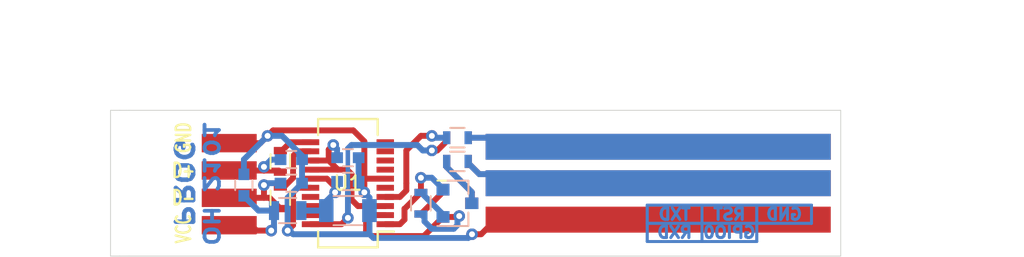
<source format=kicad_pcb>
(kicad_pcb (version 20171130) (host pcbnew "(5.1.5)-3")

  (general
    (thickness 1.6)
    (drawings 79)
    (tracks 338)
    (zones 0)
    (modules 52)
    (nets 21)
  )

  (page A4)
  (layers
    (0 F.Cu signal)
    (31 B.Cu signal)
    (32 B.Adhes user)
    (33 F.Adhes user)
    (34 B.Paste user)
    (35 F.Paste user)
    (36 B.SilkS user)
    (37 F.SilkS user)
    (38 B.Mask user)
    (39 F.Mask user)
    (40 Dwgs.User user)
    (41 Cmts.User user)
    (42 Eco1.User user)
    (43 Eco2.User user)
    (44 Edge.Cuts user)
    (45 Margin user)
    (46 B.CrtYd user)
    (47 F.CrtYd user)
    (48 B.Fab user)
    (49 F.Fab user)
  )

  (setup
    (last_trace_width 0.4)
    (trace_clearance 0.2)
    (zone_clearance 0.508)
    (zone_45_only no)
    (trace_min 0.2)
    (via_size 0.8)
    (via_drill 0.4)
    (via_min_size 0.4)
    (via_min_drill 0.3)
    (uvia_size 0.3)
    (uvia_drill 0.1)
    (uvias_allowed no)
    (uvia_min_size 0.2)
    (uvia_min_drill 0.1)
    (edge_width 0.05)
    (segment_width 0.2)
    (pcb_text_width 0.3)
    (pcb_text_size 1.5 1.5)
    (mod_edge_width 0.12)
    (mod_text_size 1 1)
    (mod_text_width 0.15)
    (pad_size 1.524 1.524)
    (pad_drill 0.762)
    (pad_to_mask_clearance 0.051)
    (solder_mask_min_width 0.25)
    (aux_axis_origin 0 0)
    (visible_elements 7FF9FFFF)
    (pcbplotparams
      (layerselection 0x010e0_ffffffff)
      (usegerberextensions false)
      (usegerberattributes false)
      (usegerberadvancedattributes false)
      (creategerberjobfile false)
      (excludeedgelayer true)
      (linewidth 0.100000)
      (plotframeref false)
      (viasonmask true)
      (mode 1)
      (useauxorigin false)
      (hpglpennumber 1)
      (hpglpenspeed 20)
      (hpglpendiameter 15.000000)
      (psnegative false)
      (psa4output false)
      (plotreference true)
      (plotvalue true)
      (plotinvisibletext false)
      (padsonsilk false)
      (subtractmaskfromsilk false)
      (outputformat 1)
      (mirror false)
      (drillshape 0)
      (scaleselection 1)
      (outputdirectory ""))
  )

  (net 0 "")
  (net 1 "Net-(C1-Pad2)")
  (net 2 GND)
  (net 3 "Net-(C2-Pad2)")
  (net 4 "Net-(C3-Pad2)")
  (net 5 "Net-(C4-Pad2)")
  (net 6 "Net-(C6-Pad2)")
  (net 7 "Net-(Q1-Pad1)")
  (net 8 /RTS)
  (net 9 /RST)
  (net 10 /GPIO0)
  (net 11 /DTR)
  (net 12 "Net-(Q2-Pad1)")
  (net 13 "Net-(R1-Pad1)")
  (net 14 "Net-(R2-Pad2)")
  (net 15 /TXD)
  (net 16 /RXD)
  (net 17 /_TXD)
  (net 18 /_RXD)
  (net 19 /_RST)
  (net 20 /_GPIO0)

  (net_class Default "Toto je výchozí třída sítě."
    (clearance 0.2)
    (trace_width 0.4)
    (via_dia 0.8)
    (via_drill 0.4)
    (uvia_dia 0.3)
    (uvia_drill 0.1)
    (add_net /DTR)
    (add_net /GPIO0)
    (add_net /RST)
    (add_net /RTS)
    (add_net /RXD)
    (add_net /TXD)
    (add_net /_GPIO0)
    (add_net /_RST)
    (add_net /_RXD)
    (add_net /_TXD)
    (add_net GND)
    (add_net "Net-(C1-Pad2)")
    (add_net "Net-(C2-Pad2)")
    (add_net "Net-(C3-Pad2)")
    (add_net "Net-(C4-Pad2)")
    (add_net "Net-(C6-Pad2)")
    (add_net "Net-(Q1-Pad1)")
    (add_net "Net-(Q2-Pad1)")
    (add_net "Net-(R1-Pad1)")
    (add_net "Net-(R2-Pad2)")
  )

  (module Mounting_Holes:MountingHole_2.2mm_M2 (layer F.Cu) (tedit 56D1B4CB) (tstamp 5FF6B047)
    (at 157.48 76.2)
    (descr "Mounting Hole 2.2mm, no annular, M2")
    (tags "mounting hole 2.2mm no annular m2")
    (path /5FF6C3F2)
    (attr virtual)
    (fp_text reference H2 (at 0 -3.2) (layer F.SilkS) hide
      (effects (font (size 1 1) (thickness 0.15)))
    )
    (fp_text value MountingHole (at 0 3.2) (layer F.Fab) hide
      (effects (font (size 1 1) (thickness 0.15)))
    )
    (fp_circle (center 0 0) (end 2.45 0) (layer F.CrtYd) (width 0.05))
    (fp_circle (center 0 0) (end 2.2 0) (layer Cmts.User) (width 0.15))
    (fp_text user %R (at 0.3 0) (layer F.Fab) hide
      (effects (font (size 1 1) (thickness 0.15)))
    )
    (pad 1 np_thru_hole circle (at 0 0) (size 2.2 2.2) (drill 2.2) (layers *.Cu *.Mask))
  )

  (module Mounting_Holes:MountingHole_2.2mm_M2 (layer F.Cu) (tedit 56D1B4CB) (tstamp 5FF6B040)
    (at 157.48 71.12)
    (descr "Mounting Hole 2.2mm, no annular, M2")
    (tags "mounting hole 2.2mm no annular m2")
    (path /5FF6B7C5)
    (attr virtual)
    (fp_text reference H1 (at 0 -3.2) (layer F.SilkS) hide
      (effects (font (size 1 1) (thickness 0.15)))
    )
    (fp_text value MountingHole (at 0 3.2) (layer F.Fab) hide
      (effects (font (size 1 1) (thickness 0.15)))
    )
    (fp_text user %R (at 0.3 0) (layer F.Fab) hide
      (effects (font (size 1 1) (thickness 0.15)))
    )
    (fp_circle (center 0 0) (end 2.2 0) (layer Cmts.User) (width 0.15))
    (fp_circle (center 0 0) (end 2.45 0) (layer F.CrtYd) (width 0.05))
    (pad 1 np_thru_hole circle (at 0 0) (size 2.2 2.2) (drill 2.2) (layers *.Cu *.Mask))
  )

  (module Resistors_SMD:R_0603 (layer B.Cu) (tedit 5FF564A7) (tstamp 5FF6B030)
    (at 179.07 72.136 180)
    (descr "Resistor SMD 0603, reflow soldering, Vishay (see dcrcw.pdf)")
    (tags "resistor 0603")
    (path /5FFBD8BD)
    (attr smd)
    (fp_text reference R8 (at 0 0 180) (layer B.SilkS) hide
      (effects (font (size 0.7 0.7) (thickness 0.15)) (justify mirror))
    )
    (fp_text value 100 (at 0 -1.5 180) (layer B.Fab)
      (effects (font (size 1 1) (thickness 0.15)) (justify mirror))
    )
    (fp_text user %R (at 0 0 180) (layer B.Fab)
      (effects (font (size 0.4 0.4) (thickness 0.075)) (justify mirror))
    )
    (fp_line (start -0.8 -0.4) (end -0.8 0.4) (layer B.Fab) (width 0.1))
    (fp_line (start 0.8 -0.4) (end -0.8 -0.4) (layer B.Fab) (width 0.1))
    (fp_line (start 0.8 0.4) (end 0.8 -0.4) (layer B.Fab) (width 0.1))
    (fp_line (start -0.8 0.4) (end 0.8 0.4) (layer B.Fab) (width 0.1))
    (fp_line (start 0.5 -0.68) (end -0.5 -0.68) (layer B.SilkS) (width 0.12))
    (fp_line (start -0.5 0.68) (end 0.5 0.68) (layer B.SilkS) (width 0.12))
    (fp_line (start -1.25 0.7) (end 1.25 0.7) (layer B.CrtYd) (width 0.05))
    (fp_line (start -1.25 0.7) (end -1.25 -0.7) (layer B.CrtYd) (width 0.05))
    (fp_line (start 1.25 -0.7) (end 1.25 0.7) (layer B.CrtYd) (width 0.05))
    (fp_line (start 1.25 -0.7) (end -1.25 -0.7) (layer B.CrtYd) (width 0.05))
    (pad 1 smd rect (at -0.75 0 180) (size 0.5 0.9) (layers B.Cu B.Paste B.Mask)
      (net 20 /_GPIO0))
    (pad 2 smd rect (at 0.75 0 180) (size 0.5 0.9) (layers B.Cu B.Paste B.Mask)
      (net 10 /GPIO0))
    (model ${KISYS3DMOD}/Resistors_SMD.3dshapes/R_0603.wrl
      (at (xyz 0 0 0))
      (scale (xyz 1 1 1))
      (rotate (xyz 0 0 0))
    )
    (model ${KISYS3DMOD}/Resistor_SMD.3dshapes/R_0603_1608Metric.wrl
      (at (xyz 0 0 0))
      (scale (xyz 1 1 1))
      (rotate (xyz 0 0 0))
    )
  )

  (module Resistors_SMD:R_0603 (layer F.Cu) (tedit 5FF5644B) (tstamp 5FF6B020)
    (at 179.07 72.136 180)
    (descr "Resistor SMD 0603, reflow soldering, Vishay (see dcrcw.pdf)")
    (tags "resistor 0603")
    (path /5FFBD6AA)
    (attr smd)
    (fp_text reference R7 (at 0 0 180) (layer F.SilkS) hide
      (effects (font (size 0.7 0.7) (thickness 0.15)))
    )
    (fp_text value 100 (at 0 1.5 180) (layer F.Fab)
      (effects (font (size 1 1) (thickness 0.15)))
    )
    (fp_line (start 1.25 0.7) (end -1.25 0.7) (layer F.CrtYd) (width 0.05))
    (fp_line (start 1.25 0.7) (end 1.25 -0.7) (layer F.CrtYd) (width 0.05))
    (fp_line (start -1.25 -0.7) (end -1.25 0.7) (layer F.CrtYd) (width 0.05))
    (fp_line (start -1.25 -0.7) (end 1.25 -0.7) (layer F.CrtYd) (width 0.05))
    (fp_line (start -0.5 -0.68) (end 0.5 -0.68) (layer F.SilkS) (width 0.12))
    (fp_line (start 0.5 0.68) (end -0.5 0.68) (layer F.SilkS) (width 0.12))
    (fp_line (start -0.8 -0.4) (end 0.8 -0.4) (layer F.Fab) (width 0.1))
    (fp_line (start 0.8 -0.4) (end 0.8 0.4) (layer F.Fab) (width 0.1))
    (fp_line (start 0.8 0.4) (end -0.8 0.4) (layer F.Fab) (width 0.1))
    (fp_line (start -0.8 0.4) (end -0.8 -0.4) (layer F.Fab) (width 0.1))
    (fp_text user %R (at 0 0 180) (layer F.Fab)
      (effects (font (size 0.4 0.4) (thickness 0.075)))
    )
    (pad 2 smd rect (at 0.75 0 180) (size 0.5 0.9) (layers F.Cu F.Paste F.Mask)
      (net 9 /RST))
    (pad 1 smd rect (at -0.75 0 180) (size 0.5 0.9) (layers F.Cu F.Paste F.Mask)
      (net 19 /_RST))
    (model ${KISYS3DMOD}/Resistors_SMD.3dshapes/R_0603.wrl
      (at (xyz 0 0 0))
      (scale (xyz 1 1 1))
      (rotate (xyz 0 0 0))
    )
    (model ${KISYS3DMOD}/Resistor_SMD.3dshapes/R_0603_1608Metric.wrl
      (at (xyz 0 0 0))
      (scale (xyz 1 1 1))
      (rotate (xyz 0 0 0))
    )
  )

  (module Resistors_SMD:R_0603 (layer B.Cu) (tedit 5FF56498) (tstamp 5FF6B010)
    (at 179.07 70.485 180)
    (descr "Resistor SMD 0603, reflow soldering, Vishay (see dcrcw.pdf)")
    (tags "resistor 0603")
    (path /5FF9FFAB)
    (attr smd)
    (fp_text reference R6 (at 0 0 180) (layer B.SilkS) hide
      (effects (font (size 0.7 0.7) (thickness 0.15)) (justify mirror))
    )
    (fp_text value 100 (at 0 -1.5 180) (layer B.Fab)
      (effects (font (size 1 1) (thickness 0.15)) (justify mirror))
    )
    (fp_text user %R (at 0 0 180) (layer B.Fab)
      (effects (font (size 0.4 0.4) (thickness 0.075)) (justify mirror))
    )
    (fp_line (start -0.8 -0.4) (end -0.8 0.4) (layer B.Fab) (width 0.1))
    (fp_line (start 0.8 -0.4) (end -0.8 -0.4) (layer B.Fab) (width 0.1))
    (fp_line (start 0.8 0.4) (end 0.8 -0.4) (layer B.Fab) (width 0.1))
    (fp_line (start -0.8 0.4) (end 0.8 0.4) (layer B.Fab) (width 0.1))
    (fp_line (start 0.5 -0.68) (end -0.5 -0.68) (layer B.SilkS) (width 0.12))
    (fp_line (start -0.5 0.68) (end 0.5 0.68) (layer B.SilkS) (width 0.12))
    (fp_line (start -1.25 0.7) (end 1.25 0.7) (layer B.CrtYd) (width 0.05))
    (fp_line (start -1.25 0.7) (end -1.25 -0.7) (layer B.CrtYd) (width 0.05))
    (fp_line (start 1.25 -0.7) (end 1.25 0.7) (layer B.CrtYd) (width 0.05))
    (fp_line (start 1.25 -0.7) (end -1.25 -0.7) (layer B.CrtYd) (width 0.05))
    (pad 1 smd rect (at -0.75 0 180) (size 0.5 0.9) (layers B.Cu B.Paste B.Mask)
      (net 18 /_RXD))
    (pad 2 smd rect (at 0.75 0 180) (size 0.5 0.9) (layers B.Cu B.Paste B.Mask)
      (net 16 /RXD))
    (model ${KISYS3DMOD}/Resistors_SMD.3dshapes/R_0603.wrl
      (at (xyz 0 0 0))
      (scale (xyz 1 1 1))
      (rotate (xyz 0 0 0))
    )
    (model ${KISYS3DMOD}/Resistor_SMD.3dshapes/R_0603_1608Metric.wrl
      (at (xyz 0 0 0))
      (scale (xyz 1 1 1))
      (rotate (xyz 0 0 0))
    )
  )

  (module Resistors_SMD:R_0603 (layer F.Cu) (tedit 5FF5645C) (tstamp 5FF6B000)
    (at 179.07 70.485 180)
    (descr "Resistor SMD 0603, reflow soldering, Vishay (see dcrcw.pdf)")
    (tags "resistor 0603")
    (path /5FF9F652)
    (attr smd)
    (fp_text reference R5 (at 0 0 180) (layer F.SilkS) hide
      (effects (font (size 0.7 0.7) (thickness 0.15)))
    )
    (fp_text value 100 (at 0 1.5 180) (layer F.Fab)
      (effects (font (size 1 1) (thickness 0.15)))
    )
    (fp_line (start 1.25 0.7) (end -1.25 0.7) (layer F.CrtYd) (width 0.05))
    (fp_line (start 1.25 0.7) (end 1.25 -0.7) (layer F.CrtYd) (width 0.05))
    (fp_line (start -1.25 -0.7) (end -1.25 0.7) (layer F.CrtYd) (width 0.05))
    (fp_line (start -1.25 -0.7) (end 1.25 -0.7) (layer F.CrtYd) (width 0.05))
    (fp_line (start -0.5 -0.68) (end 0.5 -0.68) (layer F.SilkS) (width 0.12))
    (fp_line (start 0.5 0.68) (end -0.5 0.68) (layer F.SilkS) (width 0.12))
    (fp_line (start -0.8 -0.4) (end 0.8 -0.4) (layer F.Fab) (width 0.1))
    (fp_line (start 0.8 -0.4) (end 0.8 0.4) (layer F.Fab) (width 0.1))
    (fp_line (start 0.8 0.4) (end -0.8 0.4) (layer F.Fab) (width 0.1))
    (fp_line (start -0.8 0.4) (end -0.8 -0.4) (layer F.Fab) (width 0.1))
    (fp_text user %R (at 0 0 180) (layer F.Fab)
      (effects (font (size 0.4 0.4) (thickness 0.075)))
    )
    (pad 2 smd rect (at 0.75 0 180) (size 0.5 0.9) (layers F.Cu F.Paste F.Mask)
      (net 15 /TXD))
    (pad 1 smd rect (at -0.75 0 180) (size 0.5 0.9) (layers F.Cu F.Paste F.Mask)
      (net 17 /_TXD))
    (model ${KISYS3DMOD}/Resistors_SMD.3dshapes/R_0603.wrl
      (at (xyz 0 0 0))
      (scale (xyz 1 1 1))
      (rotate (xyz 0 0 0))
    )
    (model ${KISYS3DMOD}/Resistor_SMD.3dshapes/R_0603_1608Metric.wrl
      (at (xyz 0 0 0))
      (scale (xyz 1 1 1))
      (rotate (xyz 0 0 0))
    )
  )

  (module Resistors_SMD:R_0603 (layer B.Cu) (tedit 5FF56506) (tstamp 5FF6AFF0)
    (at 176.53 75.057 270)
    (descr "Resistor SMD 0603, reflow soldering, Vishay (see dcrcw.pdf)")
    (tags "resistor 0603")
    (path /5FFAF8C3)
    (attr smd)
    (fp_text reference R4 (at -0.127 0 270) (layer B.SilkS) hide
      (effects (font (size 0.7 0.7) (thickness 0.15)) (justify mirror))
    )
    (fp_text value 10k (at 0 -1.5 270) (layer B.Fab)
      (effects (font (size 1 1) (thickness 0.15)) (justify mirror))
    )
    (fp_text user %R (at 0 0 270) (layer B.Fab)
      (effects (font (size 0.4 0.4) (thickness 0.075)) (justify mirror))
    )
    (fp_line (start -0.8 -0.4) (end -0.8 0.4) (layer B.Fab) (width 0.1))
    (fp_line (start 0.8 -0.4) (end -0.8 -0.4) (layer B.Fab) (width 0.1))
    (fp_line (start 0.8 0.4) (end 0.8 -0.4) (layer B.Fab) (width 0.1))
    (fp_line (start -0.8 0.4) (end 0.8 0.4) (layer B.Fab) (width 0.1))
    (fp_line (start 0.5 -0.68) (end -0.5 -0.68) (layer B.SilkS) (width 0.12))
    (fp_line (start -0.5 0.68) (end 0.5 0.68) (layer B.SilkS) (width 0.12))
    (fp_line (start -1.25 0.7) (end 1.25 0.7) (layer B.CrtYd) (width 0.05))
    (fp_line (start -1.25 0.7) (end -1.25 -0.7) (layer B.CrtYd) (width 0.05))
    (fp_line (start 1.25 -0.7) (end 1.25 0.7) (layer B.CrtYd) (width 0.05))
    (fp_line (start 1.25 -0.7) (end -1.25 -0.7) (layer B.CrtYd) (width 0.05))
    (pad 1 smd rect (at -0.75 0 270) (size 0.5 0.9) (layers B.Cu B.Paste B.Mask)
      (net 12 "Net-(Q2-Pad1)"))
    (pad 2 smd rect (at 0.75 0 270) (size 0.5 0.9) (layers B.Cu B.Paste B.Mask)
      (net 8 /RTS))
    (model ${KISYS3DMOD}/Resistors_SMD.3dshapes/R_0603.wrl
      (at (xyz 0 0 0))
      (scale (xyz 1 1 1))
      (rotate (xyz 0 0 0))
    )
    (model ${KISYS3DMOD}/Resistor_SMD.3dshapes/R_0603_1608Metric.wrl
      (at (xyz 0 0 0))
      (scale (xyz 1 1 1))
      (rotate (xyz 0 0 0))
    )
  )

  (module Resistors_SMD:R_0603 (layer F.Cu) (tedit 5FF5640A) (tstamp 5FF6AFE0)
    (at 176.53 75.057 90)
    (descr "Resistor SMD 0603, reflow soldering, Vishay (see dcrcw.pdf)")
    (tags "resistor 0603")
    (path /5FFAF389)
    (attr smd)
    (fp_text reference R3 (at 0 0 90) (layer F.SilkS) hide
      (effects (font (size 0.7 0.7) (thickness 0.15)))
    )
    (fp_text value 10k (at 0 1.5 90) (layer F.Fab)
      (effects (font (size 1 1) (thickness 0.15)))
    )
    (fp_line (start 1.25 0.7) (end -1.25 0.7) (layer F.CrtYd) (width 0.05))
    (fp_line (start 1.25 0.7) (end 1.25 -0.7) (layer F.CrtYd) (width 0.05))
    (fp_line (start -1.25 -0.7) (end -1.25 0.7) (layer F.CrtYd) (width 0.05))
    (fp_line (start -1.25 -0.7) (end 1.25 -0.7) (layer F.CrtYd) (width 0.05))
    (fp_line (start -0.5 -0.68) (end 0.5 -0.68) (layer F.SilkS) (width 0.12))
    (fp_line (start 0.5 0.68) (end -0.5 0.68) (layer F.SilkS) (width 0.12))
    (fp_line (start -0.8 -0.4) (end 0.8 -0.4) (layer F.Fab) (width 0.1))
    (fp_line (start 0.8 -0.4) (end 0.8 0.4) (layer F.Fab) (width 0.1))
    (fp_line (start 0.8 0.4) (end -0.8 0.4) (layer F.Fab) (width 0.1))
    (fp_line (start -0.8 0.4) (end -0.8 -0.4) (layer F.Fab) (width 0.1))
    (fp_text user %R (at 0 0 90) (layer F.Fab)
      (effects (font (size 0.4 0.4) (thickness 0.075)))
    )
    (pad 2 smd rect (at 0.75 0 90) (size 0.5 0.9) (layers F.Cu F.Paste F.Mask)
      (net 11 /DTR))
    (pad 1 smd rect (at -0.75 0 90) (size 0.5 0.9) (layers F.Cu F.Paste F.Mask)
      (net 7 "Net-(Q1-Pad1)"))
    (model ${KISYS3DMOD}/Resistors_SMD.3dshapes/R_0603.wrl
      (at (xyz 0 0 0))
      (scale (xyz 1 1 1))
      (rotate (xyz 0 0 0))
    )
    (model ${KISYS3DMOD}/Resistor_SMD.3dshapes/R_0603_1608Metric.wrl
      (at (xyz 0 0 0))
      (scale (xyz 1 1 1))
      (rotate (xyz 0 0 0))
    )
  )

  (module Resistors_SMD:R_0603 (layer F.Cu) (tedit 5FF56363) (tstamp 5FF6AFD0)
    (at 166.751 72.136 90)
    (descr "Resistor SMD 0603, reflow soldering, Vishay (see dcrcw.pdf)")
    (tags "resistor 0603")
    (path /5FF77251)
    (attr smd)
    (fp_text reference R2 (at 0 0 90) (layer F.SilkS) hide
      (effects (font (size 0.7 0.7) (thickness 0.15)))
    )
    (fp_text value 27 (at 0 1.5 90) (layer F.Fab)
      (effects (font (size 1 1) (thickness 0.15)))
    )
    (fp_text user %R (at 0 0 90) (layer F.Fab)
      (effects (font (size 0.4 0.4) (thickness 0.075)))
    )
    (fp_line (start -0.8 0.4) (end -0.8 -0.4) (layer F.Fab) (width 0.1))
    (fp_line (start 0.8 0.4) (end -0.8 0.4) (layer F.Fab) (width 0.1))
    (fp_line (start 0.8 -0.4) (end 0.8 0.4) (layer F.Fab) (width 0.1))
    (fp_line (start -0.8 -0.4) (end 0.8 -0.4) (layer F.Fab) (width 0.1))
    (fp_line (start 0.5 0.68) (end -0.5 0.68) (layer F.SilkS) (width 0.12))
    (fp_line (start -0.5 -0.68) (end 0.5 -0.68) (layer F.SilkS) (width 0.12))
    (fp_line (start -1.25 -0.7) (end 1.25 -0.7) (layer F.CrtYd) (width 0.05))
    (fp_line (start -1.25 -0.7) (end -1.25 0.7) (layer F.CrtYd) (width 0.05))
    (fp_line (start 1.25 0.7) (end 1.25 -0.7) (layer F.CrtYd) (width 0.05))
    (fp_line (start 1.25 0.7) (end -1.25 0.7) (layer F.CrtYd) (width 0.05))
    (pad 1 smd rect (at -0.75 0 90) (size 0.5 0.9) (layers F.Cu F.Paste F.Mask)
      (net 4 "Net-(C3-Pad2)"))
    (pad 2 smd rect (at 0.75 0 90) (size 0.5 0.9) (layers F.Cu F.Paste F.Mask)
      (net 14 "Net-(R2-Pad2)"))
    (model ${KISYS3DMOD}/Resistors_SMD.3dshapes/R_0603.wrl
      (at (xyz 0 0 0))
      (scale (xyz 1 1 1))
      (rotate (xyz 0 0 0))
    )
    (model ${KISYS3DMOD}/Resistor_SMD.3dshapes/R_0603_1608Metric.wrl
      (at (xyz 0 0 0))
      (scale (xyz 1 1 1))
      (rotate (xyz 0 0 0))
    )
  )

  (module Resistors_SMD:R_0603 (layer F.Cu) (tedit 5FF56398) (tstamp 5FF6AFC0)
    (at 166.751 74.676 270)
    (descr "Resistor SMD 0603, reflow soldering, Vishay (see dcrcw.pdf)")
    (tags "resistor 0603")
    (path /5FF76B62)
    (attr smd)
    (fp_text reference R1 (at 0 0 270) (layer F.SilkS) hide
      (effects (font (size 0.7 0.7) (thickness 0.15)))
    )
    (fp_text value 27 (at 0 1.5 270) (layer F.Fab)
      (effects (font (size 1 1) (thickness 0.15)))
    )
    (fp_line (start 1.25 0.7) (end -1.25 0.7) (layer F.CrtYd) (width 0.05))
    (fp_line (start 1.25 0.7) (end 1.25 -0.7) (layer F.CrtYd) (width 0.05))
    (fp_line (start -1.25 -0.7) (end -1.25 0.7) (layer F.CrtYd) (width 0.05))
    (fp_line (start -1.25 -0.7) (end 1.25 -0.7) (layer F.CrtYd) (width 0.05))
    (fp_line (start -0.5 -0.68) (end 0.5 -0.68) (layer F.SilkS) (width 0.12))
    (fp_line (start 0.5 0.68) (end -0.5 0.68) (layer F.SilkS) (width 0.12))
    (fp_line (start -0.8 -0.4) (end 0.8 -0.4) (layer F.Fab) (width 0.1))
    (fp_line (start 0.8 -0.4) (end 0.8 0.4) (layer F.Fab) (width 0.1))
    (fp_line (start 0.8 0.4) (end -0.8 0.4) (layer F.Fab) (width 0.1))
    (fp_line (start -0.8 0.4) (end -0.8 -0.4) (layer F.Fab) (width 0.1))
    (fp_text user %R (at 0 0 270) (layer F.Fab)
      (effects (font (size 0.4 0.4) (thickness 0.075)))
    )
    (pad 2 smd rect (at 0.75 0 270) (size 0.5 0.9) (layers F.Cu F.Paste F.Mask)
      (net 3 "Net-(C2-Pad2)"))
    (pad 1 smd rect (at -0.75 0 270) (size 0.5 0.9) (layers F.Cu F.Paste F.Mask)
      (net 13 "Net-(R1-Pad1)"))
    (model ${KISYS3DMOD}/Resistors_SMD.3dshapes/R_0603.wrl
      (at (xyz 0 0 0))
      (scale (xyz 1 1 1))
      (rotate (xyz 0 0 0))
    )
    (model ${KISYS3DMOD}/Resistor_SMD.3dshapes/R_0603_1608Metric.wrl
      (at (xyz 0 0 0))
      (scale (xyz 1 1 1))
      (rotate (xyz 0 0 0))
    )
  )

  (module TO_SOT_Packages_SMD:SOT-23 (layer B.Cu) (tedit 5FF56537) (tstamp 5FF6AFAC)
    (at 179.07 75.057)
    (descr "SOT-23, Standard")
    (tags SOT-23)
    (path /5FFAA1BE)
    (attr smd)
    (fp_text reference Q2 (at 0 0 90) (layer B.SilkS) hide
      (effects (font (size 0.7 0.7) (thickness 0.15)) (justify mirror))
    )
    (fp_text value BC847 (at 0 -2.5) (layer B.Fab)
      (effects (font (size 1 1) (thickness 0.15)) (justify mirror))
    )
    (fp_text user %R (at 0 0 -90) (layer B.Fab)
      (effects (font (size 0.5 0.5) (thickness 0.075)) (justify mirror))
    )
    (fp_line (start -0.7 0.95) (end -0.7 -1.5) (layer B.Fab) (width 0.1))
    (fp_line (start -0.15 1.52) (end 0.7 1.52) (layer B.Fab) (width 0.1))
    (fp_line (start -0.7 0.95) (end -0.15 1.52) (layer B.Fab) (width 0.1))
    (fp_line (start 0.7 1.52) (end 0.7 -1.52) (layer B.Fab) (width 0.1))
    (fp_line (start -0.7 -1.52) (end 0.7 -1.52) (layer B.Fab) (width 0.1))
    (fp_line (start 0.76 -1.58) (end 0.76 -0.65) (layer B.SilkS) (width 0.12))
    (fp_line (start 0.76 1.58) (end 0.76 0.65) (layer B.SilkS) (width 0.12))
    (fp_line (start -1.7 1.75) (end 1.7 1.75) (layer B.CrtYd) (width 0.05))
    (fp_line (start 1.7 1.75) (end 1.7 -1.75) (layer B.CrtYd) (width 0.05))
    (fp_line (start 1.7 -1.75) (end -1.7 -1.75) (layer B.CrtYd) (width 0.05))
    (fp_line (start -1.7 -1.75) (end -1.7 1.75) (layer B.CrtYd) (width 0.05))
    (fp_line (start 0.76 1.58) (end -1.4 1.58) (layer B.SilkS) (width 0.12))
    (fp_line (start 0.76 -1.58) (end -0.7 -1.58) (layer B.SilkS) (width 0.12))
    (pad 1 smd rect (at -1 0.95) (size 0.9 0.8) (layers B.Cu B.Paste B.Mask)
      (net 12 "Net-(Q2-Pad1)"))
    (pad 2 smd rect (at -1 -0.95) (size 0.9 0.8) (layers B.Cu B.Paste B.Mask)
      (net 11 /DTR))
    (pad 3 smd rect (at 1 0) (size 0.9 0.8) (layers B.Cu B.Paste B.Mask)
      (net 10 /GPIO0))
    (model ${KISYS3DMOD}/TO_SOT_Packages_SMD.3dshapes/SOT-23.wrl
      (at (xyz 0 0 0))
      (scale (xyz 1 1 1))
      (rotate (xyz 0 0 0))
    )
    (model ${KISYS3DMOD}/Package_TO_SOT_SMD.3dshapes/SOT-23.wrl
      (at (xyz 0 0 0))
      (scale (xyz 1 1 1))
      (rotate (xyz 0 0 0))
    )
  )

  (module TO_SOT_Packages_SMD:SOT-23 (layer F.Cu) (tedit 5FF56436) (tstamp 5FF6AF98)
    (at 179.07 75.057)
    (descr "SOT-23, Standard")
    (tags SOT-23)
    (path /5FFA0517)
    (attr smd)
    (fp_text reference Q1 (at 0 0 90) (layer F.SilkS) hide
      (effects (font (size 0.7 0.7) (thickness 0.15)))
    )
    (fp_text value BC847 (at 0 2.5) (layer F.Fab)
      (effects (font (size 1 1) (thickness 0.15)))
    )
    (fp_line (start 0.76 1.58) (end -0.7 1.58) (layer F.SilkS) (width 0.12))
    (fp_line (start 0.76 -1.58) (end -1.4 -1.58) (layer F.SilkS) (width 0.12))
    (fp_line (start -1.7 1.75) (end -1.7 -1.75) (layer F.CrtYd) (width 0.05))
    (fp_line (start 1.7 1.75) (end -1.7 1.75) (layer F.CrtYd) (width 0.05))
    (fp_line (start 1.7 -1.75) (end 1.7 1.75) (layer F.CrtYd) (width 0.05))
    (fp_line (start -1.7 -1.75) (end 1.7 -1.75) (layer F.CrtYd) (width 0.05))
    (fp_line (start 0.76 -1.58) (end 0.76 -0.65) (layer F.SilkS) (width 0.12))
    (fp_line (start 0.76 1.58) (end 0.76 0.65) (layer F.SilkS) (width 0.12))
    (fp_line (start -0.7 1.52) (end 0.7 1.52) (layer F.Fab) (width 0.1))
    (fp_line (start 0.7 -1.52) (end 0.7 1.52) (layer F.Fab) (width 0.1))
    (fp_line (start -0.7 -0.95) (end -0.15 -1.52) (layer F.Fab) (width 0.1))
    (fp_line (start -0.15 -1.52) (end 0.7 -1.52) (layer F.Fab) (width 0.1))
    (fp_line (start -0.7 -0.95) (end -0.7 1.5) (layer F.Fab) (width 0.1))
    (fp_text user %R (at 0 0 90) (layer F.Fab)
      (effects (font (size 0.5 0.5) (thickness 0.075)))
    )
    (pad 3 smd rect (at 1 0) (size 0.9 0.8) (layers F.Cu F.Paste F.Mask)
      (net 9 /RST))
    (pad 2 smd rect (at -1 0.95) (size 0.9 0.8) (layers F.Cu F.Paste F.Mask)
      (net 8 /RTS))
    (pad 1 smd rect (at -1 -0.95) (size 0.9 0.8) (layers F.Cu F.Paste F.Mask)
      (net 7 "Net-(Q1-Pad1)"))
    (model ${KISYS3DMOD}/TO_SOT_Packages_SMD.3dshapes/SOT-23.wrl
      (at (xyz 0 0 0))
      (scale (xyz 1 1 1))
      (rotate (xyz 0 0 0))
    )
    (model ${KISYS3DMOD}/Package_TO_SOT_SMD.3dshapes/SOT-23.wrl
      (at (xyz 0 0 0))
      (scale (xyz 1 1 1))
      (rotate (xyz 0 0 0))
    )
  )

  (module keg01:POGO_FLAT (layer F.Cu) (tedit 5FF55461) (tstamp 5FF6AF88)
    (at 193.04 76.2 180)
    (path /5FF9CF8D)
    (fp_text reference J6 (at 0 2.54 180) (layer F.SilkS) hide
      (effects (font (size 1 1) (thickness 0.15)))
    )
    (fp_text value Conn_01x01 (at 0 -2.54 180) (layer F.Fab) hide
      (effects (font (size 1 1) (thickness 0.15)))
    )
    (fp_line (start -13.335 0.381) (end -19.685 0.381) (layer Dwgs.User) (width 0.12))
    (fp_line (start -19.685 -0.381) (end -13.335 -0.381) (layer Dwgs.User) (width 0.12))
    (fp_line (start -19.685 -0.635) (end -19.685 0.635) (layer Dwgs.User) (width 0.12))
    (fp_line (start -19.685 0.635) (end -20.955 0.635) (layer Dwgs.User) (width 0.12))
    (fp_line (start -20.955 0.635) (end -21.59 0) (layer Dwgs.User) (width 0.12))
    (fp_line (start -21.59 0) (end -20.955 -0.635) (layer Dwgs.User) (width 0.12))
    (fp_line (start -20.955 -0.635) (end -19.685 -0.635) (layer Dwgs.User) (width 0.12))
    (fp_line (start -1.27 -0.635) (end 10.795 -0.635) (layer Dwgs.User) (width 0.12))
    (fp_line (start 10.795 -0.635) (end 10.795 0.635) (layer Dwgs.User) (width 0.12))
    (fp_line (start 10.795 0.635) (end -13.335 0.635) (layer Dwgs.User) (width 0.12))
    (fp_line (start -13.335 0.635) (end -13.335 -0.635) (layer Dwgs.User) (width 0.12))
    (fp_line (start -13.335 -0.635) (end -1.27 -0.635) (layer Dwgs.User) (width 0.12))
    (pad 1 smd rect (at 0 0 180) (size 24 1.8) (layers F.Cu F.Paste F.Mask)
      (net 2 GND))
    (model D:/Projekty/_FRIDAYS_/keg_scale/model/pogo.wrl
      (offset (xyz -1 0 0.7))
      (scale (xyz 0.394 0.394 0.394))
      (rotate (xyz 0 180 0))
    )
  )

  (module keg01:POGO_FLAT (layer B.Cu) (tedit 5FF55461) (tstamp 5FF6AF78)
    (at 193.04 73.66 180)
    (path /5FF9CD09)
    (fp_text reference J5 (at 0 -2.54 180) (layer B.SilkS) hide
      (effects (font (size 1 1) (thickness 0.15)) (justify mirror))
    )
    (fp_text value Conn_01x01 (at 0 2.54 180) (layer B.Fab) hide
      (effects (font (size 1 1) (thickness 0.15)) (justify mirror))
    )
    (fp_line (start -13.335 0.635) (end -1.27 0.635) (layer Dwgs.User) (width 0.12))
    (fp_line (start -13.335 -0.635) (end -13.335 0.635) (layer Dwgs.User) (width 0.12))
    (fp_line (start 10.795 -0.635) (end -13.335 -0.635) (layer Dwgs.User) (width 0.12))
    (fp_line (start 10.795 0.635) (end 10.795 -0.635) (layer Dwgs.User) (width 0.12))
    (fp_line (start -1.27 0.635) (end 10.795 0.635) (layer Dwgs.User) (width 0.12))
    (fp_line (start -20.955 0.635) (end -19.685 0.635) (layer Dwgs.User) (width 0.12))
    (fp_line (start -21.59 0) (end -20.955 0.635) (layer Dwgs.User) (width 0.12))
    (fp_line (start -20.955 -0.635) (end -21.59 0) (layer Dwgs.User) (width 0.12))
    (fp_line (start -19.685 -0.635) (end -20.955 -0.635) (layer Dwgs.User) (width 0.12))
    (fp_line (start -19.685 0.635) (end -19.685 -0.635) (layer Dwgs.User) (width 0.12))
    (fp_line (start -19.685 0.381) (end -13.335 0.381) (layer Dwgs.User) (width 0.12))
    (fp_line (start -13.335 -0.381) (end -19.685 -0.381) (layer Dwgs.User) (width 0.12))
    (pad 1 smd rect (at 0 0 180) (size 24 1.8) (layers B.Cu B.Paste B.Mask)
      (net 20 /_GPIO0))
    (model D:/Projekty/_FRIDAYS_/keg_scale/model/pogo.wrl
      (offset (xyz -1 0 0.7))
      (scale (xyz 0.394 0.394 0.394))
      (rotate (xyz 0 180 0))
    )
  )

  (module keg01:POGO_FLAT (layer F.Cu) (tedit 5FF55461) (tstamp 5FF6AF68)
    (at 193.04 73.66 180)
    (path /5FF9CA8B)
    (fp_text reference J4 (at 0 2.54 180) (layer F.SilkS) hide
      (effects (font (size 1 1) (thickness 0.15)))
    )
    (fp_text value Conn_01x01 (at 0 -2.54 180) (layer F.Fab) hide
      (effects (font (size 1 1) (thickness 0.15)))
    )
    (fp_line (start -13.335 0.381) (end -19.685 0.381) (layer Dwgs.User) (width 0.12))
    (fp_line (start -19.685 -0.381) (end -13.335 -0.381) (layer Dwgs.User) (width 0.12))
    (fp_line (start -19.685 -0.635) (end -19.685 0.635) (layer Dwgs.User) (width 0.12))
    (fp_line (start -19.685 0.635) (end -20.955 0.635) (layer Dwgs.User) (width 0.12))
    (fp_line (start -20.955 0.635) (end -21.59 0) (layer Dwgs.User) (width 0.12))
    (fp_line (start -21.59 0) (end -20.955 -0.635) (layer Dwgs.User) (width 0.12))
    (fp_line (start -20.955 -0.635) (end -19.685 -0.635) (layer Dwgs.User) (width 0.12))
    (fp_line (start -1.27 -0.635) (end 10.795 -0.635) (layer Dwgs.User) (width 0.12))
    (fp_line (start 10.795 -0.635) (end 10.795 0.635) (layer Dwgs.User) (width 0.12))
    (fp_line (start 10.795 0.635) (end -13.335 0.635) (layer Dwgs.User) (width 0.12))
    (fp_line (start -13.335 0.635) (end -13.335 -0.635) (layer Dwgs.User) (width 0.12))
    (fp_line (start -13.335 -0.635) (end -1.27 -0.635) (layer Dwgs.User) (width 0.12))
    (pad 1 smd rect (at 0 0 180) (size 24 1.8) (layers F.Cu F.Paste F.Mask)
      (net 19 /_RST))
    (model D:/Projekty/_FRIDAYS_/keg_scale/model/pogo.wrl
      (offset (xyz -1 0 0.7))
      (scale (xyz 0.394 0.394 0.394))
      (rotate (xyz 0 180 0))
    )
  )

  (module keg01:POGO_FLAT (layer B.Cu) (tedit 5FF55461) (tstamp 5FF6AF58)
    (at 193.04 71.12 180)
    (path /5FF9BE92)
    (fp_text reference J3 (at 0 -2.54 180) (layer B.SilkS) hide
      (effects (font (size 1 1) (thickness 0.15)) (justify mirror))
    )
    (fp_text value Conn_01x01 (at 0 2.54 180) (layer B.Fab) hide
      (effects (font (size 1 1) (thickness 0.15)) (justify mirror))
    )
    (fp_line (start -13.335 0.635) (end -1.27 0.635) (layer Dwgs.User) (width 0.12))
    (fp_line (start -13.335 -0.635) (end -13.335 0.635) (layer Dwgs.User) (width 0.12))
    (fp_line (start 10.795 -0.635) (end -13.335 -0.635) (layer Dwgs.User) (width 0.12))
    (fp_line (start 10.795 0.635) (end 10.795 -0.635) (layer Dwgs.User) (width 0.12))
    (fp_line (start -1.27 0.635) (end 10.795 0.635) (layer Dwgs.User) (width 0.12))
    (fp_line (start -20.955 0.635) (end -19.685 0.635) (layer Dwgs.User) (width 0.12))
    (fp_line (start -21.59 0) (end -20.955 0.635) (layer Dwgs.User) (width 0.12))
    (fp_line (start -20.955 -0.635) (end -21.59 0) (layer Dwgs.User) (width 0.12))
    (fp_line (start -19.685 -0.635) (end -20.955 -0.635) (layer Dwgs.User) (width 0.12))
    (fp_line (start -19.685 0.635) (end -19.685 -0.635) (layer Dwgs.User) (width 0.12))
    (fp_line (start -19.685 0.381) (end -13.335 0.381) (layer Dwgs.User) (width 0.12))
    (fp_line (start -13.335 -0.381) (end -19.685 -0.381) (layer Dwgs.User) (width 0.12))
    (pad 1 smd rect (at 0 0 180) (size 24 1.8) (layers B.Cu B.Paste B.Mask)
      (net 18 /_RXD))
    (model D:/Projekty/_FRIDAYS_/keg_scale/model/pogo.wrl
      (offset (xyz -1 0 0.7))
      (scale (xyz 0.394 0.394 0.394))
      (rotate (xyz 0 180 0))
    )
  )

  (module keg01:POGO_FLAT (layer F.Cu) (tedit 5FF55461) (tstamp 5FF6AF48)
    (at 193.04 71.12 180)
    (path /5FF9B363)
    (fp_text reference J2 (at 0 2.54 180) (layer F.SilkS) hide
      (effects (font (size 1 1) (thickness 0.15)))
    )
    (fp_text value Conn_01x01 (at 0 -2.54 180) (layer F.Fab) hide
      (effects (font (size 1 1) (thickness 0.15)))
    )
    (fp_line (start -13.335 0.381) (end -19.685 0.381) (layer Dwgs.User) (width 0.12))
    (fp_line (start -19.685 -0.381) (end -13.335 -0.381) (layer Dwgs.User) (width 0.12))
    (fp_line (start -19.685 -0.635) (end -19.685 0.635) (layer Dwgs.User) (width 0.12))
    (fp_line (start -19.685 0.635) (end -20.955 0.635) (layer Dwgs.User) (width 0.12))
    (fp_line (start -20.955 0.635) (end -21.59 0) (layer Dwgs.User) (width 0.12))
    (fp_line (start -21.59 0) (end -20.955 -0.635) (layer Dwgs.User) (width 0.12))
    (fp_line (start -20.955 -0.635) (end -19.685 -0.635) (layer Dwgs.User) (width 0.12))
    (fp_line (start -1.27 -0.635) (end 10.795 -0.635) (layer Dwgs.User) (width 0.12))
    (fp_line (start 10.795 -0.635) (end 10.795 0.635) (layer Dwgs.User) (width 0.12))
    (fp_line (start 10.795 0.635) (end -13.335 0.635) (layer Dwgs.User) (width 0.12))
    (fp_line (start -13.335 0.635) (end -13.335 -0.635) (layer Dwgs.User) (width 0.12))
    (fp_line (start -13.335 -0.635) (end -1.27 -0.635) (layer Dwgs.User) (width 0.12))
    (pad 1 smd rect (at 0 0 180) (size 24 1.8) (layers F.Cu F.Paste F.Mask)
      (net 17 /_TXD))
    (model D:/Projekty/_FRIDAYS_/keg_scale/model/pogo.wrl
      (offset (xyz -1 0 0.7))
      (scale (xyz 0.394 0.394 0.394))
      (rotate (xyz 0 180 0))
    )
  )

  (module keg01:SOLDER_CONN_4p (layer F.Cu) (tedit 5FF54F69) (tstamp 5FF6AF3A)
    (at 163.195 73.406)
    (path /5FF6EBC8)
    (fp_text reference J1 (at 0 5.715) (layer F.SilkS) hide
      (effects (font (size 1 1) (thickness 0.15)))
    )
    (fp_text value Conn_01x04 (at 0 -5.08) (layer F.Fab) hide
      (effects (font (size 1 1) (thickness 0.15)))
    )
    (fp_line (start -1.905 -3.81) (end -1.27 -3.81) (layer F.CrtYd) (width 0.12))
    (fp_line (start -1.27 4.445) (end -2.54 4.445) (layer F.CrtYd) (width 0.12))
    (fp_line (start -2.54 4.445) (end -2.54 -3.81) (layer F.CrtYd) (width 0.12))
    (fp_line (start -2.54 -3.81) (end -1.905 -3.81) (layer F.CrtYd) (width 0.12))
    (fp_line (start 1.27 -3.81) (end 2.54 -3.81) (layer F.CrtYd) (width 0.12))
    (fp_line (start 2.54 -3.81) (end 2.54 4.445) (layer F.CrtYd) (width 0.12))
    (fp_line (start 2.54 4.445) (end 1.27 4.445) (layer F.CrtYd) (width 0.12))
    (pad 4 smd rect (at 0 -2.54) (size 3.81 1.27) (layers F.Cu F.Paste F.Mask)
      (net 2 GND))
    (pad 3 smd rect (at 0 -0.635) (size 3.81 1.27) (layers F.Cu F.Paste F.Mask)
      (net 4 "Net-(C3-Pad2)"))
    (pad 2 smd rect (at 0 1.27) (size 3.81 1.27) (layers F.Cu F.Paste F.Mask)
      (net 3 "Net-(C2-Pad2)"))
    (pad 1 smd rect (at 0 3.175) (size 3.81 1.27) (layers F.Cu F.Paste F.Mask)
      (net 1 "Net-(C1-Pad2)"))
  )

  (module Resistors_SMD:R_0805 (layer B.Cu) (tedit 5FF56558) (tstamp 5FF6AF2A)
    (at 167.259 75.565 180)
    (descr "Resistor SMD 0805, reflow soldering, Vishay (see dcrcw.pdf)")
    (tags "resistor 0805")
    (path /5FF70EB8)
    (attr smd)
    (fp_text reference FB1 (at 0 0 180) (layer B.SilkS) hide
      (effects (font (size 0.7 0.7) (thickness 0.15)) (justify mirror))
    )
    (fp_text value Ferrite_Bead_Small (at 0 -1.75 180) (layer B.Fab)
      (effects (font (size 1 1) (thickness 0.15)) (justify mirror))
    )
    (fp_text user %R (at 0 0 180) (layer B.Fab)
      (effects (font (size 0.5 0.5) (thickness 0.075)) (justify mirror))
    )
    (fp_line (start -1 -0.62) (end -1 0.62) (layer B.Fab) (width 0.1))
    (fp_line (start 1 -0.62) (end -1 -0.62) (layer B.Fab) (width 0.1))
    (fp_line (start 1 0.62) (end 1 -0.62) (layer B.Fab) (width 0.1))
    (fp_line (start -1 0.62) (end 1 0.62) (layer B.Fab) (width 0.1))
    (fp_line (start 0.6 -0.88) (end -0.6 -0.88) (layer B.SilkS) (width 0.12))
    (fp_line (start -0.6 0.88) (end 0.6 0.88) (layer B.SilkS) (width 0.12))
    (fp_line (start -1.55 0.9) (end 1.55 0.9) (layer B.CrtYd) (width 0.05))
    (fp_line (start -1.55 0.9) (end -1.55 -0.9) (layer B.CrtYd) (width 0.05))
    (fp_line (start 1.55 -0.9) (end 1.55 0.9) (layer B.CrtYd) (width 0.05))
    (fp_line (start 1.55 -0.9) (end -1.55 -0.9) (layer B.CrtYd) (width 0.05))
    (pad 1 smd rect (at -0.95 0 180) (size 0.7 1.3) (layers B.Cu B.Paste B.Mask)
      (net 5 "Net-(C4-Pad2)"))
    (pad 2 smd rect (at 0.95 0 180) (size 0.7 1.3) (layers B.Cu B.Paste B.Mask)
      (net 1 "Net-(C1-Pad2)"))
    (model ${KISYS3DMOD}/Resistors_SMD.3dshapes/R_0805.wrl
      (at (xyz 0 0 0))
      (scale (xyz 1 1 1))
      (rotate (xyz 0 0 0))
    )
    (model ${KISYS3DMOD}/Resistor_SMD.3dshapes/R_0805_2012Metric.wrl
      (at (xyz 0 0 0))
      (scale (xyz 1 1 1))
      (rotate (xyz 0 0 0))
    )
  )

  (module Capacitors_SMD:C_0603 (layer B.Cu) (tedit 5FF56A5B) (tstamp 5FF6AF1A)
    (at 171.45 71.882 180)
    (descr "Capacitor SMD 0603, reflow soldering, AVX (see smccp.pdf)")
    (tags "capacitor 0603")
    (path /5FF6E050)
    (attr smd)
    (fp_text reference C6 (at 0 0 180) (layer B.SilkS) hide
      (effects (font (size 0.7 0.7) (thickness 0.15)) (justify mirror))
    )
    (fp_text value 100n (at 0 -1.5 180) (layer B.Fab)
      (effects (font (size 1 1) (thickness 0.15)) (justify mirror))
    )
    (fp_line (start 1.4 -0.65) (end -1.4 -0.65) (layer B.CrtYd) (width 0.05))
    (fp_line (start 1.4 -0.65) (end 1.4 0.65) (layer B.CrtYd) (width 0.05))
    (fp_line (start -1.4 0.65) (end -1.4 -0.65) (layer B.CrtYd) (width 0.05))
    (fp_line (start -1.4 0.65) (end 1.4 0.65) (layer B.CrtYd) (width 0.05))
    (fp_line (start 0.35 -0.6) (end -0.35 -0.6) (layer B.SilkS) (width 0.12))
    (fp_line (start -0.35 0.6) (end 0.35 0.6) (layer B.SilkS) (width 0.12))
    (fp_line (start -0.8 0.4) (end 0.8 0.4) (layer B.Fab) (width 0.1))
    (fp_line (start 0.8 0.4) (end 0.8 -0.4) (layer B.Fab) (width 0.1))
    (fp_line (start 0.8 -0.4) (end -0.8 -0.4) (layer B.Fab) (width 0.1))
    (fp_line (start -0.8 -0.4) (end -0.8 0.4) (layer B.Fab) (width 0.1))
    (fp_text user %R (at 0 0 180) (layer B.Fab)
      (effects (font (size 0.3 0.3) (thickness 0.075)) (justify mirror))
    )
    (pad 2 smd rect (at 0.75 0 180) (size 0.8 0.75) (layers B.Cu B.Paste B.Mask)
      (net 6 "Net-(C6-Pad2)"))
    (pad 1 smd rect (at -0.75 0 180) (size 0.8 0.75) (layers B.Cu B.Paste B.Mask)
      (net 2 GND))
    (model Capacitors_SMD.3dshapes/C_0603.wrl
      (at (xyz 0 0 0))
      (scale (xyz 1 1 1))
      (rotate (xyz 0 0 0))
    )
    (model ${KISYS3DMOD}/Capacitor_SMD.3dshapes/C_0603_1608Metric.wrl
      (at (xyz 0 0 0))
      (scale (xyz 1 1 1))
      (rotate (xyz 0 0 0))
    )
  )

  (module Capacitors_SMD:C_1206 (layer B.Cu) (tedit 5FF56A62) (tstamp 5FF6AF0A)
    (at 171.45 75.565 180)
    (descr "Capacitor SMD 1206, reflow soldering, AVX (see smccp.pdf)")
    (tags "capacitor 1206")
    (path /5FF9117C)
    (attr smd)
    (fp_text reference C5 (at -0.127 -0.127 180) (layer B.SilkS) hide
      (effects (font (size 0.7 0.7) (thickness 0.15)) (justify mirror))
    )
    (fp_text value 4u7 (at 0 -2 180) (layer B.Fab)
      (effects (font (size 1 1) (thickness 0.15)) (justify mirror))
    )
    (fp_text user %R (at 0 1.75 180) (layer B.Fab)
      (effects (font (size 1 1) (thickness 0.15)) (justify mirror))
    )
    (fp_line (start -1.6 -0.8) (end -1.6 0.8) (layer B.Fab) (width 0.1))
    (fp_line (start 1.6 -0.8) (end -1.6 -0.8) (layer B.Fab) (width 0.1))
    (fp_line (start 1.6 0.8) (end 1.6 -0.8) (layer B.Fab) (width 0.1))
    (fp_line (start -1.6 0.8) (end 1.6 0.8) (layer B.Fab) (width 0.1))
    (fp_line (start 1 1.02) (end -1 1.02) (layer B.SilkS) (width 0.12))
    (fp_line (start -1 -1.02) (end 1 -1.02) (layer B.SilkS) (width 0.12))
    (fp_line (start -2.25 1.05) (end 2.25 1.05) (layer B.CrtYd) (width 0.05))
    (fp_line (start -2.25 1.05) (end -2.25 -1.05) (layer B.CrtYd) (width 0.05))
    (fp_line (start 2.25 -1.05) (end 2.25 1.05) (layer B.CrtYd) (width 0.05))
    (fp_line (start 2.25 -1.05) (end -2.25 -1.05) (layer B.CrtYd) (width 0.05))
    (pad 1 smd rect (at -1.5 0 180) (size 1 1.6) (layers B.Cu B.Paste B.Mask)
      (net 2 GND))
    (pad 2 smd rect (at 1.5 0 180) (size 1 1.6) (layers B.Cu B.Paste B.Mask)
      (net 5 "Net-(C4-Pad2)"))
    (model Capacitors_SMD.3dshapes/C_1206.wrl
      (at (xyz 0 0 0))
      (scale (xyz 1 1 1))
      (rotate (xyz 0 0 0))
    )
    (model ${KISYS3DMOD}/Capacitor_SMD.3dshapes/C_1206_3216Metric.wrl
      (at (xyz 0 0 0))
      (scale (xyz 1 1 1))
      (rotate (xyz 0 0 0))
    )
  )

  (module Capacitors_SMD:C_0603 (layer B.Cu) (tedit 5FF56A67) (tstamp 5FF6AEFA)
    (at 171.45 73.533 180)
    (descr "Capacitor SMD 0603, reflow soldering, AVX (see smccp.pdf)")
    (tags "capacitor 0603")
    (path /5FF906ED)
    (attr smd)
    (fp_text reference C4 (at 0 0 180) (layer B.SilkS) hide
      (effects (font (size 0.7 0.7) (thickness 0.15)) (justify mirror))
    )
    (fp_text value 100n (at 0 -1.5 180) (layer B.Fab)
      (effects (font (size 1 1) (thickness 0.15)) (justify mirror))
    )
    (fp_line (start 1.4 -0.65) (end -1.4 -0.65) (layer B.CrtYd) (width 0.05))
    (fp_line (start 1.4 -0.65) (end 1.4 0.65) (layer B.CrtYd) (width 0.05))
    (fp_line (start -1.4 0.65) (end -1.4 -0.65) (layer B.CrtYd) (width 0.05))
    (fp_line (start -1.4 0.65) (end 1.4 0.65) (layer B.CrtYd) (width 0.05))
    (fp_line (start 0.35 -0.6) (end -0.35 -0.6) (layer B.SilkS) (width 0.12))
    (fp_line (start -0.35 0.6) (end 0.35 0.6) (layer B.SilkS) (width 0.12))
    (fp_line (start -0.8 0.4) (end 0.8 0.4) (layer B.Fab) (width 0.1))
    (fp_line (start 0.8 0.4) (end 0.8 -0.4) (layer B.Fab) (width 0.1))
    (fp_line (start 0.8 -0.4) (end -0.8 -0.4) (layer B.Fab) (width 0.1))
    (fp_line (start -0.8 -0.4) (end -0.8 0.4) (layer B.Fab) (width 0.1))
    (fp_text user %R (at 0 0 180) (layer B.Fab)
      (effects (font (size 0.3 0.3) (thickness 0.075)) (justify mirror))
    )
    (pad 2 smd rect (at 0.75 0 180) (size 0.8 0.75) (layers B.Cu B.Paste B.Mask)
      (net 5 "Net-(C4-Pad2)"))
    (pad 1 smd rect (at -0.75 0 180) (size 0.8 0.75) (layers B.Cu B.Paste B.Mask)
      (net 2 GND))
    (model Capacitors_SMD.3dshapes/C_0603.wrl
      (at (xyz 0 0 0))
      (scale (xyz 1 1 1))
      (rotate (xyz 0 0 0))
    )
    (model ${KISYS3DMOD}/Capacitor_SMD.3dshapes/C_0603_1608Metric.wrl
      (at (xyz 0 0 0))
      (scale (xyz 1 1 1))
      (rotate (xyz 0 0 0))
    )
  )

  (module Capacitors_SMD:C_0603 (layer B.Cu) (tedit 5FF56645) (tstamp 5FF6AEEA)
    (at 167.513 72.009 180)
    (descr "Capacitor SMD 0603, reflow soldering, AVX (see smccp.pdf)")
    (tags "capacitor 0603")
    (path /5FF79098)
    (attr smd)
    (fp_text reference C3 (at 0 0 180) (layer B.SilkS) hide
      (effects (font (size 0.7 0.7) (thickness 0.15)) (justify mirror))
    )
    (fp_text value 47p (at 0 -1.5 180) (layer B.Fab)
      (effects (font (size 1 1) (thickness 0.15)) (justify mirror))
    )
    (fp_text user %R (at 0 0 180) (layer B.Fab)
      (effects (font (size 0.3 0.3) (thickness 0.075)) (justify mirror))
    )
    (fp_line (start -0.8 -0.4) (end -0.8 0.4) (layer B.Fab) (width 0.1))
    (fp_line (start 0.8 -0.4) (end -0.8 -0.4) (layer B.Fab) (width 0.1))
    (fp_line (start 0.8 0.4) (end 0.8 -0.4) (layer B.Fab) (width 0.1))
    (fp_line (start -0.8 0.4) (end 0.8 0.4) (layer B.Fab) (width 0.1))
    (fp_line (start -0.35 0.6) (end 0.35 0.6) (layer B.SilkS) (width 0.12))
    (fp_line (start 0.35 -0.6) (end -0.35 -0.6) (layer B.SilkS) (width 0.12))
    (fp_line (start -1.4 0.65) (end 1.4 0.65) (layer B.CrtYd) (width 0.05))
    (fp_line (start -1.4 0.65) (end -1.4 -0.65) (layer B.CrtYd) (width 0.05))
    (fp_line (start 1.4 -0.65) (end 1.4 0.65) (layer B.CrtYd) (width 0.05))
    (fp_line (start 1.4 -0.65) (end -1.4 -0.65) (layer B.CrtYd) (width 0.05))
    (pad 1 smd rect (at -0.75 0 180) (size 0.8 0.75) (layers B.Cu B.Paste B.Mask)
      (net 2 GND))
    (pad 2 smd rect (at 0.75 0 180) (size 0.8 0.75) (layers B.Cu B.Paste B.Mask)
      (net 4 "Net-(C3-Pad2)"))
    (model Capacitors_SMD.3dshapes/C_0603.wrl
      (at (xyz 0 0 0))
      (scale (xyz 1 1 1))
      (rotate (xyz 0 0 0))
    )
    (model ${KISYS3DMOD}/Capacitor_SMD.3dshapes/C_0603_1608Metric.wrl
      (at (xyz 0 0 0))
      (scale (xyz 1 1 1))
      (rotate (xyz 0 0 0))
    )
  )

  (module Capacitors_SMD:C_0603 (layer B.Cu) (tedit 5FF56635) (tstamp 5FF6AEDA)
    (at 167.513 73.66 180)
    (descr "Capacitor SMD 0603, reflow soldering, AVX (see smccp.pdf)")
    (tags "capacitor 0603")
    (path /5FF78694)
    (attr smd)
    (fp_text reference C2 (at 0 0 180) (layer B.SilkS) hide
      (effects (font (size 0.7 0.7) (thickness 0.15)) (justify mirror))
    )
    (fp_text value 47p (at 0 -1.5 180) (layer B.Fab)
      (effects (font (size 1 1) (thickness 0.15)) (justify mirror))
    )
    (fp_line (start 1.4 -0.65) (end -1.4 -0.65) (layer B.CrtYd) (width 0.05))
    (fp_line (start 1.4 -0.65) (end 1.4 0.65) (layer B.CrtYd) (width 0.05))
    (fp_line (start -1.4 0.65) (end -1.4 -0.65) (layer B.CrtYd) (width 0.05))
    (fp_line (start -1.4 0.65) (end 1.4 0.65) (layer B.CrtYd) (width 0.05))
    (fp_line (start 0.35 -0.6) (end -0.35 -0.6) (layer B.SilkS) (width 0.12))
    (fp_line (start -0.35 0.6) (end 0.35 0.6) (layer B.SilkS) (width 0.12))
    (fp_line (start -0.8 0.4) (end 0.8 0.4) (layer B.Fab) (width 0.1))
    (fp_line (start 0.8 0.4) (end 0.8 -0.4) (layer B.Fab) (width 0.1))
    (fp_line (start 0.8 -0.4) (end -0.8 -0.4) (layer B.Fab) (width 0.1))
    (fp_line (start -0.8 -0.4) (end -0.8 0.4) (layer B.Fab) (width 0.1))
    (fp_text user %R (at 0 0 180) (layer B.Fab)
      (effects (font (size 0.3 0.3) (thickness 0.075)) (justify mirror))
    )
    (pad 2 smd rect (at 0.75 0 180) (size 0.8 0.75) (layers B.Cu B.Paste B.Mask)
      (net 3 "Net-(C2-Pad2)"))
    (pad 1 smd rect (at -0.75 0 180) (size 0.8 0.75) (layers B.Cu B.Paste B.Mask)
      (net 2 GND))
    (model Capacitors_SMD.3dshapes/C_0603.wrl
      (at (xyz 0 0 0))
      (scale (xyz 1 1 1))
      (rotate (xyz 0 0 0))
    )
    (model ${KISYS3DMOD}/Capacitor_SMD.3dshapes/C_0603_1608Metric.wrl
      (at (xyz 0 0 0))
      (scale (xyz 1 1 1))
      (rotate (xyz 0 0 0))
    )
  )

  (module Capacitors_SMD:C_0603 (layer B.Cu) (tedit 5FF565FB) (tstamp 5FF6AECA)
    (at 164.211 73.787 270)
    (descr "Capacitor SMD 0603, reflow soldering, AVX (see smccp.pdf)")
    (tags "capacitor 0603")
    (path /5FF74879)
    (attr smd)
    (fp_text reference C1 (at 0 0 270) (layer B.SilkS) hide
      (effects (font (size 0.7 0.7) (thickness 0.15)) (justify mirror))
    )
    (fp_text value 10n (at 0 -1.5 270) (layer B.Fab)
      (effects (font (size 1 1) (thickness 0.15)) (justify mirror))
    )
    (fp_text user %R (at 0 0 270) (layer B.Fab)
      (effects (font (size 0.3 0.3) (thickness 0.075)) (justify mirror))
    )
    (fp_line (start -0.8 -0.4) (end -0.8 0.4) (layer B.Fab) (width 0.1))
    (fp_line (start 0.8 -0.4) (end -0.8 -0.4) (layer B.Fab) (width 0.1))
    (fp_line (start 0.8 0.4) (end 0.8 -0.4) (layer B.Fab) (width 0.1))
    (fp_line (start -0.8 0.4) (end 0.8 0.4) (layer B.Fab) (width 0.1))
    (fp_line (start -0.35 0.6) (end 0.35 0.6) (layer B.SilkS) (width 0.12))
    (fp_line (start 0.35 -0.6) (end -0.35 -0.6) (layer B.SilkS) (width 0.12))
    (fp_line (start -1.4 0.65) (end 1.4 0.65) (layer B.CrtYd) (width 0.05))
    (fp_line (start -1.4 0.65) (end -1.4 -0.65) (layer B.CrtYd) (width 0.05))
    (fp_line (start 1.4 -0.65) (end 1.4 0.65) (layer B.CrtYd) (width 0.05))
    (fp_line (start 1.4 -0.65) (end -1.4 -0.65) (layer B.CrtYd) (width 0.05))
    (pad 1 smd rect (at -0.75 0 270) (size 0.8 0.75) (layers B.Cu B.Paste B.Mask)
      (net 2 GND))
    (pad 2 smd rect (at 0.75 0 270) (size 0.8 0.75) (layers B.Cu B.Paste B.Mask)
      (net 1 "Net-(C1-Pad2)"))
    (model Capacitors_SMD.3dshapes/C_0603.wrl
      (at (xyz 0 0 0))
      (scale (xyz 1 1 1))
      (rotate (xyz 0 0 0))
    )
    (model ${KISYS3DMOD}/Capacitor_SMD.3dshapes/C_0603_1608Metric.wrl
      (at (xyz 0 0 0))
      (scale (xyz 1 1 1))
      (rotate (xyz 0 0 0))
    )
  )

  (module keg01:SSOP-20_3.9x8.7mm_P0.635mm (layer F.Cu) (tedit 5FF56404) (tstamp 5FF6AEA2)
    (at 171.45 73.66 180)
    (descr "SSOP20: plastic shrink small outline package; 24 leads; body width 3.9 mm; lead pitch 0.635; (see http://www.ftdichip.com/Support/Documents/DataSheets/ICs/DS_FT231X.pdf)")
    (tags "SSOP 0.635")
    (path /5FF6C064)
    (attr smd)
    (fp_text reference U1 (at 0 0 180) (layer F.SilkS)
      (effects (font (size 1 1) (thickness 0.15)))
    )
    (fp_text value FT231XS (at 0 5.4 180) (layer F.Fab)
      (effects (font (size 1 1) (thickness 0.15)))
    )
    (fp_text user %R (at 0 0 180) (layer F.Fab)
      (effects (font (size 0.8 0.8) (thickness 0.15)))
    )
    (fp_line (start -2.075 -3.365) (end -3.2 -3.365) (layer F.SilkS) (width 0.15))
    (fp_line (start -2.075 4.475) (end 2.075 4.475) (layer F.SilkS) (width 0.15))
    (fp_line (start -2.075 -4.475) (end 2.075 -4.475) (layer F.SilkS) (width 0.15))
    (fp_line (start -2.075 4.475) (end -2.075 3.365) (layer F.SilkS) (width 0.15))
    (fp_line (start 2.075 4.475) (end 2.075 3.365) (layer F.SilkS) (width 0.15))
    (fp_line (start 2.075 -4.475) (end 2.075 -3.365) (layer F.SilkS) (width 0.15))
    (fp_line (start -2.075 -3.365) (end -2.075 -4.475) (layer F.SilkS) (width 0.15))
    (fp_line (start -3.45 4.65) (end 3.45 4.65) (layer F.CrtYd) (width 0.05))
    (fp_line (start -3.45 -4.65) (end 3.45 -4.65) (layer F.CrtYd) (width 0.05))
    (fp_line (start 3.45 -4.65) (end 3.45 4.65) (layer F.CrtYd) (width 0.05))
    (fp_line (start -3.45 -4.65) (end -3.45 4.65) (layer F.CrtYd) (width 0.05))
    (fp_line (start -1.95 -3.35) (end -0.95 -4.35) (layer F.Fab) (width 0.15))
    (fp_line (start -1.95 4.35) (end -1.95 -3.35) (layer F.Fab) (width 0.15))
    (fp_line (start 1.95 4.35) (end -1.95 4.35) (layer F.Fab) (width 0.15))
    (fp_line (start 1.95 -4.35) (end 1.95 4.35) (layer F.Fab) (width 0.15))
    (fp_line (start -0.95 -4.35) (end 1.95 -4.35) (layer F.Fab) (width 0.15))
    (pad 20 smd rect (at 2.6 -2.8575 180) (size 1.2 0.4) (layers F.Cu F.Paste F.Mask)
      (net 15 /TXD))
    (pad 19 smd rect (at 2.6 -2.2225 180) (size 1.2 0.4) (layers F.Cu F.Paste F.Mask))
    (pad 18 smd rect (at 2.6 -1.5875 180) (size 1.2 0.4) (layers F.Cu F.Paste F.Mask))
    (pad 17 smd rect (at 2.6 -0.9525 180) (size 1.2 0.4) (layers F.Cu F.Paste F.Mask))
    (pad 16 smd rect (at 2.6 -0.3175 180) (size 1.2 0.4) (layers F.Cu F.Paste F.Mask)
      (net 2 GND))
    (pad 15 smd rect (at 2.6 0.3175 180) (size 1.2 0.4) (layers F.Cu F.Paste F.Mask)
      (net 5 "Net-(C4-Pad2)"))
    (pad 14 smd rect (at 2.6 0.9525 180) (size 1.2 0.4) (layers F.Cu F.Paste F.Mask)
      (net 6 "Net-(C6-Pad2)"))
    (pad 13 smd rect (at 2.6 1.5875 180) (size 1.2 0.4) (layers F.Cu F.Paste F.Mask)
      (net 6 "Net-(C6-Pad2)"))
    (pad 12 smd rect (at 2.6 2.2225 180) (size 1.2 0.4) (layers F.Cu F.Paste F.Mask)
      (net 13 "Net-(R1-Pad1)"))
    (pad 11 smd rect (at 2.6 2.8575 180) (size 1.2 0.4) (layers F.Cu F.Paste F.Mask)
      (net 14 "Net-(R2-Pad2)"))
    (pad 10 smd rect (at -2.6 2.8575 180) (size 1.2 0.4) (layers F.Cu F.Paste F.Mask))
    (pad 9 smd rect (at -2.6 2.2225 180) (size 1.2 0.4) (layers F.Cu F.Paste F.Mask))
    (pad 8 smd rect (at -2.6 1.5875 180) (size 1.2 0.4) (layers F.Cu F.Paste F.Mask))
    (pad 7 smd rect (at -2.6 0.9525 180) (size 1.2 0.4) (layers F.Cu F.Paste F.Mask))
    (pad 6 smd rect (at -2.6 0.3175 180) (size 1.2 0.4) (layers F.Cu F.Paste F.Mask)
      (net 2 GND))
    (pad 5 smd rect (at -2.6 -0.3175 180) (size 1.2 0.4) (layers F.Cu F.Paste F.Mask))
    (pad 4 smd rect (at -2.6 -0.9525 180) (size 1.2 0.4) (layers F.Cu F.Paste F.Mask)
      (net 16 /RXD))
    (pad 3 smd rect (at -2.6 -1.5875 180) (size 1.2 0.4) (layers F.Cu F.Paste F.Mask)
      (net 6 "Net-(C6-Pad2)"))
    (pad 2 smd rect (at -2.6 -2.2225 180) (size 1.2 0.4) (layers F.Cu F.Paste F.Mask)
      (net 8 /RTS))
    (pad 1 smd rect (at -2.6 -2.8575 180) (size 1.2 0.4) (layers F.Cu F.Paste F.Mask)
      (net 11 /DTR))
    (model ${KISYS3DMOD}/Package_SO.3dshapes/SSOP-20_3.9x8.7mm_P0.635mm.wrl
      (at (xyz 0 0 0))
      (scale (xyz 1 1 1))
      (rotate (xyz 0 0 0))
    )
  )

  (module keg01:SSOP-20_3.9x8.7mm_P0.635mm (layer F.Cu) (tedit 5FF56404) (tstamp 5FF5599E)
    (at 171.45 73.66 180)
    (descr "SSOP20: plastic shrink small outline package; 24 leads; body width 3.9 mm; lead pitch 0.635; (see http://www.ftdichip.com/Support/Documents/DataSheets/ICs/DS_FT231X.pdf)")
    (tags "SSOP 0.635")
    (path /5FF6C064)
    (attr smd)
    (fp_text reference U1 (at 0 0 180) (layer F.SilkS)
      (effects (font (size 1 1) (thickness 0.15)))
    )
    (fp_text value FT231XS (at 0 5.4 180) (layer F.Fab)
      (effects (font (size 1 1) (thickness 0.15)))
    )
    (fp_line (start -0.95 -4.35) (end 1.95 -4.35) (layer F.Fab) (width 0.15))
    (fp_line (start 1.95 -4.35) (end 1.95 4.35) (layer F.Fab) (width 0.15))
    (fp_line (start 1.95 4.35) (end -1.95 4.35) (layer F.Fab) (width 0.15))
    (fp_line (start -1.95 4.35) (end -1.95 -3.35) (layer F.Fab) (width 0.15))
    (fp_line (start -1.95 -3.35) (end -0.95 -4.35) (layer F.Fab) (width 0.15))
    (fp_line (start -3.45 -4.65) (end -3.45 4.65) (layer F.CrtYd) (width 0.05))
    (fp_line (start 3.45 -4.65) (end 3.45 4.65) (layer F.CrtYd) (width 0.05))
    (fp_line (start -3.45 -4.65) (end 3.45 -4.65) (layer F.CrtYd) (width 0.05))
    (fp_line (start -3.45 4.65) (end 3.45 4.65) (layer F.CrtYd) (width 0.05))
    (fp_line (start -2.075 -3.365) (end -2.075 -4.475) (layer F.SilkS) (width 0.15))
    (fp_line (start 2.075 -4.475) (end 2.075 -3.365) (layer F.SilkS) (width 0.15))
    (fp_line (start 2.075 4.475) (end 2.075 3.365) (layer F.SilkS) (width 0.15))
    (fp_line (start -2.075 4.475) (end -2.075 3.365) (layer F.SilkS) (width 0.15))
    (fp_line (start -2.075 -4.475) (end 2.075 -4.475) (layer F.SilkS) (width 0.15))
    (fp_line (start -2.075 4.475) (end 2.075 4.475) (layer F.SilkS) (width 0.15))
    (fp_line (start -2.075 -3.365) (end -3.2 -3.365) (layer F.SilkS) (width 0.15))
    (fp_text user %R (at 0 0 180) (layer F.Fab)
      (effects (font (size 0.8 0.8) (thickness 0.15)))
    )
    (pad 1 smd rect (at -2.6 -2.8575 180) (size 1.2 0.4) (layers F.Cu F.Paste F.Mask)
      (net 11 /DTR))
    (pad 2 smd rect (at -2.6 -2.2225 180) (size 1.2 0.4) (layers F.Cu F.Paste F.Mask)
      (net 8 /RTS))
    (pad 3 smd rect (at -2.6 -1.5875 180) (size 1.2 0.4) (layers F.Cu F.Paste F.Mask)
      (net 6 "Net-(C6-Pad2)"))
    (pad 4 smd rect (at -2.6 -0.9525 180) (size 1.2 0.4) (layers F.Cu F.Paste F.Mask)
      (net 16 /RXD))
    (pad 5 smd rect (at -2.6 -0.3175 180) (size 1.2 0.4) (layers F.Cu F.Paste F.Mask))
    (pad 6 smd rect (at -2.6 0.3175 180) (size 1.2 0.4) (layers F.Cu F.Paste F.Mask)
      (net 2 GND))
    (pad 7 smd rect (at -2.6 0.9525 180) (size 1.2 0.4) (layers F.Cu F.Paste F.Mask))
    (pad 8 smd rect (at -2.6 1.5875 180) (size 1.2 0.4) (layers F.Cu F.Paste F.Mask))
    (pad 9 smd rect (at -2.6 2.2225 180) (size 1.2 0.4) (layers F.Cu F.Paste F.Mask))
    (pad 10 smd rect (at -2.6 2.8575 180) (size 1.2 0.4) (layers F.Cu F.Paste F.Mask))
    (pad 11 smd rect (at 2.6 2.8575 180) (size 1.2 0.4) (layers F.Cu F.Paste F.Mask)
      (net 14 "Net-(R2-Pad2)"))
    (pad 12 smd rect (at 2.6 2.2225 180) (size 1.2 0.4) (layers F.Cu F.Paste F.Mask)
      (net 13 "Net-(R1-Pad1)"))
    (pad 13 smd rect (at 2.6 1.5875 180) (size 1.2 0.4) (layers F.Cu F.Paste F.Mask)
      (net 6 "Net-(C6-Pad2)"))
    (pad 14 smd rect (at 2.6 0.9525 180) (size 1.2 0.4) (layers F.Cu F.Paste F.Mask)
      (net 6 "Net-(C6-Pad2)"))
    (pad 15 smd rect (at 2.6 0.3175 180) (size 1.2 0.4) (layers F.Cu F.Paste F.Mask)
      (net 5 "Net-(C4-Pad2)"))
    (pad 16 smd rect (at 2.6 -0.3175 180) (size 1.2 0.4) (layers F.Cu F.Paste F.Mask)
      (net 2 GND))
    (pad 17 smd rect (at 2.6 -0.9525 180) (size 1.2 0.4) (layers F.Cu F.Paste F.Mask))
    (pad 18 smd rect (at 2.6 -1.5875 180) (size 1.2 0.4) (layers F.Cu F.Paste F.Mask))
    (pad 19 smd rect (at 2.6 -2.2225 180) (size 1.2 0.4) (layers F.Cu F.Paste F.Mask))
    (pad 20 smd rect (at 2.6 -2.8575 180) (size 1.2 0.4) (layers F.Cu F.Paste F.Mask)
      (net 15 /TXD))
    (model ${KISYS3DMOD}/Package_SO.3dshapes/SSOP-20_3.9x8.7mm_P0.635mm.wrl
      (at (xyz 0 0 0))
      (scale (xyz 1 1 1))
      (rotate (xyz 0 0 0))
    )
  )

  (module Capacitors_SMD:C_0603 (layer B.Cu) (tedit 5FF565FB) (tstamp 5FF557F9)
    (at 164.211 73.787 270)
    (descr "Capacitor SMD 0603, reflow soldering, AVX (see smccp.pdf)")
    (tags "capacitor 0603")
    (path /5FF74879)
    (attr smd)
    (fp_text reference C1 (at 0 0 270) (layer B.SilkS) hide
      (effects (font (size 0.7 0.7) (thickness 0.15)) (justify mirror))
    )
    (fp_text value 10n (at 0 -1.5 270) (layer B.Fab)
      (effects (font (size 1 1) (thickness 0.15)) (justify mirror))
    )
    (fp_line (start 1.4 -0.65) (end -1.4 -0.65) (layer B.CrtYd) (width 0.05))
    (fp_line (start 1.4 -0.65) (end 1.4 0.65) (layer B.CrtYd) (width 0.05))
    (fp_line (start -1.4 0.65) (end -1.4 -0.65) (layer B.CrtYd) (width 0.05))
    (fp_line (start -1.4 0.65) (end 1.4 0.65) (layer B.CrtYd) (width 0.05))
    (fp_line (start 0.35 -0.6) (end -0.35 -0.6) (layer B.SilkS) (width 0.12))
    (fp_line (start -0.35 0.6) (end 0.35 0.6) (layer B.SilkS) (width 0.12))
    (fp_line (start -0.8 0.4) (end 0.8 0.4) (layer B.Fab) (width 0.1))
    (fp_line (start 0.8 0.4) (end 0.8 -0.4) (layer B.Fab) (width 0.1))
    (fp_line (start 0.8 -0.4) (end -0.8 -0.4) (layer B.Fab) (width 0.1))
    (fp_line (start -0.8 -0.4) (end -0.8 0.4) (layer B.Fab) (width 0.1))
    (fp_text user %R (at 0 0 270) (layer B.Fab)
      (effects (font (size 0.3 0.3) (thickness 0.075)) (justify mirror))
    )
    (pad 2 smd rect (at 0.75 0 270) (size 0.8 0.75) (layers B.Cu B.Paste B.Mask)
      (net 1 "Net-(C1-Pad2)"))
    (pad 1 smd rect (at -0.75 0 270) (size 0.8 0.75) (layers B.Cu B.Paste B.Mask)
      (net 2 GND))
    (model Capacitors_SMD.3dshapes/C_0603.wrl
      (at (xyz 0 0 0))
      (scale (xyz 1 1 1))
      (rotate (xyz 0 0 0))
    )
    (model ${KISYS3DMOD}/Capacitor_SMD.3dshapes/C_0603_1608Metric.wrl
      (at (xyz 0 0 0))
      (scale (xyz 1 1 1))
      (rotate (xyz 0 0 0))
    )
  )

  (module Capacitors_SMD:C_0603 (layer B.Cu) (tedit 5FF56635) (tstamp 5FF5580A)
    (at 167.513 73.66 180)
    (descr "Capacitor SMD 0603, reflow soldering, AVX (see smccp.pdf)")
    (tags "capacitor 0603")
    (path /5FF78694)
    (attr smd)
    (fp_text reference C2 (at 0 0 180) (layer B.SilkS) hide
      (effects (font (size 0.7 0.7) (thickness 0.15)) (justify mirror))
    )
    (fp_text value 47p (at 0 -1.5 180) (layer B.Fab)
      (effects (font (size 1 1) (thickness 0.15)) (justify mirror))
    )
    (fp_text user %R (at 0 0 180) (layer B.Fab)
      (effects (font (size 0.3 0.3) (thickness 0.075)) (justify mirror))
    )
    (fp_line (start -0.8 -0.4) (end -0.8 0.4) (layer B.Fab) (width 0.1))
    (fp_line (start 0.8 -0.4) (end -0.8 -0.4) (layer B.Fab) (width 0.1))
    (fp_line (start 0.8 0.4) (end 0.8 -0.4) (layer B.Fab) (width 0.1))
    (fp_line (start -0.8 0.4) (end 0.8 0.4) (layer B.Fab) (width 0.1))
    (fp_line (start -0.35 0.6) (end 0.35 0.6) (layer B.SilkS) (width 0.12))
    (fp_line (start 0.35 -0.6) (end -0.35 -0.6) (layer B.SilkS) (width 0.12))
    (fp_line (start -1.4 0.65) (end 1.4 0.65) (layer B.CrtYd) (width 0.05))
    (fp_line (start -1.4 0.65) (end -1.4 -0.65) (layer B.CrtYd) (width 0.05))
    (fp_line (start 1.4 -0.65) (end 1.4 0.65) (layer B.CrtYd) (width 0.05))
    (fp_line (start 1.4 -0.65) (end -1.4 -0.65) (layer B.CrtYd) (width 0.05))
    (pad 1 smd rect (at -0.75 0 180) (size 0.8 0.75) (layers B.Cu B.Paste B.Mask)
      (net 2 GND))
    (pad 2 smd rect (at 0.75 0 180) (size 0.8 0.75) (layers B.Cu B.Paste B.Mask)
      (net 3 "Net-(C2-Pad2)"))
    (model Capacitors_SMD.3dshapes/C_0603.wrl
      (at (xyz 0 0 0))
      (scale (xyz 1 1 1))
      (rotate (xyz 0 0 0))
    )
    (model ${KISYS3DMOD}/Capacitor_SMD.3dshapes/C_0603_1608Metric.wrl
      (at (xyz 0 0 0))
      (scale (xyz 1 1 1))
      (rotate (xyz 0 0 0))
    )
  )

  (module Capacitors_SMD:C_0603 (layer B.Cu) (tedit 5FF56645) (tstamp 5FF5581B)
    (at 167.513 72.009 180)
    (descr "Capacitor SMD 0603, reflow soldering, AVX (see smccp.pdf)")
    (tags "capacitor 0603")
    (path /5FF79098)
    (attr smd)
    (fp_text reference C3 (at 0 0 180) (layer B.SilkS) hide
      (effects (font (size 0.7 0.7) (thickness 0.15)) (justify mirror))
    )
    (fp_text value 47p (at 0 -1.5 180) (layer B.Fab)
      (effects (font (size 1 1) (thickness 0.15)) (justify mirror))
    )
    (fp_line (start 1.4 -0.65) (end -1.4 -0.65) (layer B.CrtYd) (width 0.05))
    (fp_line (start 1.4 -0.65) (end 1.4 0.65) (layer B.CrtYd) (width 0.05))
    (fp_line (start -1.4 0.65) (end -1.4 -0.65) (layer B.CrtYd) (width 0.05))
    (fp_line (start -1.4 0.65) (end 1.4 0.65) (layer B.CrtYd) (width 0.05))
    (fp_line (start 0.35 -0.6) (end -0.35 -0.6) (layer B.SilkS) (width 0.12))
    (fp_line (start -0.35 0.6) (end 0.35 0.6) (layer B.SilkS) (width 0.12))
    (fp_line (start -0.8 0.4) (end 0.8 0.4) (layer B.Fab) (width 0.1))
    (fp_line (start 0.8 0.4) (end 0.8 -0.4) (layer B.Fab) (width 0.1))
    (fp_line (start 0.8 -0.4) (end -0.8 -0.4) (layer B.Fab) (width 0.1))
    (fp_line (start -0.8 -0.4) (end -0.8 0.4) (layer B.Fab) (width 0.1))
    (fp_text user %R (at 0 0 180) (layer B.Fab)
      (effects (font (size 0.3 0.3) (thickness 0.075)) (justify mirror))
    )
    (pad 2 smd rect (at 0.75 0 180) (size 0.8 0.75) (layers B.Cu B.Paste B.Mask)
      (net 4 "Net-(C3-Pad2)"))
    (pad 1 smd rect (at -0.75 0 180) (size 0.8 0.75) (layers B.Cu B.Paste B.Mask)
      (net 2 GND))
    (model Capacitors_SMD.3dshapes/C_0603.wrl
      (at (xyz 0 0 0))
      (scale (xyz 1 1 1))
      (rotate (xyz 0 0 0))
    )
    (model ${KISYS3DMOD}/Capacitor_SMD.3dshapes/C_0603_1608Metric.wrl
      (at (xyz 0 0 0))
      (scale (xyz 1 1 1))
      (rotate (xyz 0 0 0))
    )
  )

  (module Capacitors_SMD:C_0603 (layer B.Cu) (tedit 5FF56A67) (tstamp 5FF5582C)
    (at 171.45 73.533 180)
    (descr "Capacitor SMD 0603, reflow soldering, AVX (see smccp.pdf)")
    (tags "capacitor 0603")
    (path /5FF906ED)
    (attr smd)
    (fp_text reference C4 (at 0 0 180) (layer B.SilkS) hide
      (effects (font (size 0.7 0.7) (thickness 0.15)) (justify mirror))
    )
    (fp_text value 100n (at 0 -1.5 180) (layer B.Fab)
      (effects (font (size 1 1) (thickness 0.15)) (justify mirror))
    )
    (fp_text user %R (at 0 0 180) (layer B.Fab)
      (effects (font (size 0.3 0.3) (thickness 0.075)) (justify mirror))
    )
    (fp_line (start -0.8 -0.4) (end -0.8 0.4) (layer B.Fab) (width 0.1))
    (fp_line (start 0.8 -0.4) (end -0.8 -0.4) (layer B.Fab) (width 0.1))
    (fp_line (start 0.8 0.4) (end 0.8 -0.4) (layer B.Fab) (width 0.1))
    (fp_line (start -0.8 0.4) (end 0.8 0.4) (layer B.Fab) (width 0.1))
    (fp_line (start -0.35 0.6) (end 0.35 0.6) (layer B.SilkS) (width 0.12))
    (fp_line (start 0.35 -0.6) (end -0.35 -0.6) (layer B.SilkS) (width 0.12))
    (fp_line (start -1.4 0.65) (end 1.4 0.65) (layer B.CrtYd) (width 0.05))
    (fp_line (start -1.4 0.65) (end -1.4 -0.65) (layer B.CrtYd) (width 0.05))
    (fp_line (start 1.4 -0.65) (end 1.4 0.65) (layer B.CrtYd) (width 0.05))
    (fp_line (start 1.4 -0.65) (end -1.4 -0.65) (layer B.CrtYd) (width 0.05))
    (pad 1 smd rect (at -0.75 0 180) (size 0.8 0.75) (layers B.Cu B.Paste B.Mask)
      (net 2 GND))
    (pad 2 smd rect (at 0.75 0 180) (size 0.8 0.75) (layers B.Cu B.Paste B.Mask)
      (net 5 "Net-(C4-Pad2)"))
    (model Capacitors_SMD.3dshapes/C_0603.wrl
      (at (xyz 0 0 0))
      (scale (xyz 1 1 1))
      (rotate (xyz 0 0 0))
    )
    (model ${KISYS3DMOD}/Capacitor_SMD.3dshapes/C_0603_1608Metric.wrl
      (at (xyz 0 0 0))
      (scale (xyz 1 1 1))
      (rotate (xyz 0 0 0))
    )
  )

  (module Capacitors_SMD:C_1206 (layer B.Cu) (tedit 5FF56A62) (tstamp 5FF5583D)
    (at 171.45 75.565 180)
    (descr "Capacitor SMD 1206, reflow soldering, AVX (see smccp.pdf)")
    (tags "capacitor 1206")
    (path /5FF9117C)
    (attr smd)
    (fp_text reference C5 (at -0.127 -0.127 180) (layer B.SilkS) hide
      (effects (font (size 0.7 0.7) (thickness 0.15)) (justify mirror))
    )
    (fp_text value 4u7 (at 0 -2 180) (layer B.Fab)
      (effects (font (size 1 1) (thickness 0.15)) (justify mirror))
    )
    (fp_line (start 2.25 -1.05) (end -2.25 -1.05) (layer B.CrtYd) (width 0.05))
    (fp_line (start 2.25 -1.05) (end 2.25 1.05) (layer B.CrtYd) (width 0.05))
    (fp_line (start -2.25 1.05) (end -2.25 -1.05) (layer B.CrtYd) (width 0.05))
    (fp_line (start -2.25 1.05) (end 2.25 1.05) (layer B.CrtYd) (width 0.05))
    (fp_line (start -1 -1.02) (end 1 -1.02) (layer B.SilkS) (width 0.12))
    (fp_line (start 1 1.02) (end -1 1.02) (layer B.SilkS) (width 0.12))
    (fp_line (start -1.6 0.8) (end 1.6 0.8) (layer B.Fab) (width 0.1))
    (fp_line (start 1.6 0.8) (end 1.6 -0.8) (layer B.Fab) (width 0.1))
    (fp_line (start 1.6 -0.8) (end -1.6 -0.8) (layer B.Fab) (width 0.1))
    (fp_line (start -1.6 -0.8) (end -1.6 0.8) (layer B.Fab) (width 0.1))
    (fp_text user %R (at 0 1.75 180) (layer B.Fab)
      (effects (font (size 1 1) (thickness 0.15)) (justify mirror))
    )
    (pad 2 smd rect (at 1.5 0 180) (size 1 1.6) (layers B.Cu B.Paste B.Mask)
      (net 5 "Net-(C4-Pad2)"))
    (pad 1 smd rect (at -1.5 0 180) (size 1 1.6) (layers B.Cu B.Paste B.Mask)
      (net 2 GND))
    (model Capacitors_SMD.3dshapes/C_1206.wrl
      (at (xyz 0 0 0))
      (scale (xyz 1 1 1))
      (rotate (xyz 0 0 0))
    )
    (model ${KISYS3DMOD}/Capacitor_SMD.3dshapes/C_1206_3216Metric.wrl
      (at (xyz 0 0 0))
      (scale (xyz 1 1 1))
      (rotate (xyz 0 0 0))
    )
  )

  (module Capacitors_SMD:C_0603 (layer B.Cu) (tedit 5FF56A5B) (tstamp 5FF5584E)
    (at 171.45 71.882 180)
    (descr "Capacitor SMD 0603, reflow soldering, AVX (see smccp.pdf)")
    (tags "capacitor 0603")
    (path /5FF6E050)
    (attr smd)
    (fp_text reference C6 (at 0 0 180) (layer B.SilkS) hide
      (effects (font (size 0.7 0.7) (thickness 0.15)) (justify mirror))
    )
    (fp_text value 100n (at 0 -1.5 180) (layer B.Fab)
      (effects (font (size 1 1) (thickness 0.15)) (justify mirror))
    )
    (fp_text user %R (at 0 0 180) (layer B.Fab)
      (effects (font (size 0.3 0.3) (thickness 0.075)) (justify mirror))
    )
    (fp_line (start -0.8 -0.4) (end -0.8 0.4) (layer B.Fab) (width 0.1))
    (fp_line (start 0.8 -0.4) (end -0.8 -0.4) (layer B.Fab) (width 0.1))
    (fp_line (start 0.8 0.4) (end 0.8 -0.4) (layer B.Fab) (width 0.1))
    (fp_line (start -0.8 0.4) (end 0.8 0.4) (layer B.Fab) (width 0.1))
    (fp_line (start -0.35 0.6) (end 0.35 0.6) (layer B.SilkS) (width 0.12))
    (fp_line (start 0.35 -0.6) (end -0.35 -0.6) (layer B.SilkS) (width 0.12))
    (fp_line (start -1.4 0.65) (end 1.4 0.65) (layer B.CrtYd) (width 0.05))
    (fp_line (start -1.4 0.65) (end -1.4 -0.65) (layer B.CrtYd) (width 0.05))
    (fp_line (start 1.4 -0.65) (end 1.4 0.65) (layer B.CrtYd) (width 0.05))
    (fp_line (start 1.4 -0.65) (end -1.4 -0.65) (layer B.CrtYd) (width 0.05))
    (pad 1 smd rect (at -0.75 0 180) (size 0.8 0.75) (layers B.Cu B.Paste B.Mask)
      (net 2 GND))
    (pad 2 smd rect (at 0.75 0 180) (size 0.8 0.75) (layers B.Cu B.Paste B.Mask)
      (net 6 "Net-(C6-Pad2)"))
    (model Capacitors_SMD.3dshapes/C_0603.wrl
      (at (xyz 0 0 0))
      (scale (xyz 1 1 1))
      (rotate (xyz 0 0 0))
    )
    (model ${KISYS3DMOD}/Capacitor_SMD.3dshapes/C_0603_1608Metric.wrl
      (at (xyz 0 0 0))
      (scale (xyz 1 1 1))
      (rotate (xyz 0 0 0))
    )
  )

  (module Resistors_SMD:R_0805 (layer B.Cu) (tedit 5FF56558) (tstamp 5FF5585F)
    (at 167.259 75.565 180)
    (descr "Resistor SMD 0805, reflow soldering, Vishay (see dcrcw.pdf)")
    (tags "resistor 0805")
    (path /5FF70EB8)
    (attr smd)
    (fp_text reference FB1 (at 0 0 180) (layer B.SilkS) hide
      (effects (font (size 0.7 0.7) (thickness 0.15)) (justify mirror))
    )
    (fp_text value Ferrite_Bead_Small (at 0 -1.75 180) (layer B.Fab)
      (effects (font (size 1 1) (thickness 0.15)) (justify mirror))
    )
    (fp_line (start 1.55 -0.9) (end -1.55 -0.9) (layer B.CrtYd) (width 0.05))
    (fp_line (start 1.55 -0.9) (end 1.55 0.9) (layer B.CrtYd) (width 0.05))
    (fp_line (start -1.55 0.9) (end -1.55 -0.9) (layer B.CrtYd) (width 0.05))
    (fp_line (start -1.55 0.9) (end 1.55 0.9) (layer B.CrtYd) (width 0.05))
    (fp_line (start -0.6 0.88) (end 0.6 0.88) (layer B.SilkS) (width 0.12))
    (fp_line (start 0.6 -0.88) (end -0.6 -0.88) (layer B.SilkS) (width 0.12))
    (fp_line (start -1 0.62) (end 1 0.62) (layer B.Fab) (width 0.1))
    (fp_line (start 1 0.62) (end 1 -0.62) (layer B.Fab) (width 0.1))
    (fp_line (start 1 -0.62) (end -1 -0.62) (layer B.Fab) (width 0.1))
    (fp_line (start -1 -0.62) (end -1 0.62) (layer B.Fab) (width 0.1))
    (fp_text user %R (at 0 0 180) (layer B.Fab)
      (effects (font (size 0.5 0.5) (thickness 0.075)) (justify mirror))
    )
    (pad 2 smd rect (at 0.95 0 180) (size 0.7 1.3) (layers B.Cu B.Paste B.Mask)
      (net 1 "Net-(C1-Pad2)"))
    (pad 1 smd rect (at -0.95 0 180) (size 0.7 1.3) (layers B.Cu B.Paste B.Mask)
      (net 5 "Net-(C4-Pad2)"))
    (model ${KISYS3DMOD}/Resistors_SMD.3dshapes/R_0805.wrl
      (at (xyz 0 0 0))
      (scale (xyz 1 1 1))
      (rotate (xyz 0 0 0))
    )
    (model ${KISYS3DMOD}/Resistor_SMD.3dshapes/R_0805_2012Metric.wrl
      (at (xyz 0 0 0))
      (scale (xyz 1 1 1))
      (rotate (xyz 0 0 0))
    )
  )

  (module keg01:SOLDER_CONN_4p (layer F.Cu) (tedit 5FF54F69) (tstamp 5FF5586E)
    (at 163.195 73.406)
    (path /5FF6EBC8)
    (fp_text reference J1 (at 0 5.715) (layer F.SilkS) hide
      (effects (font (size 1 1) (thickness 0.15)))
    )
    (fp_text value Conn_01x04 (at 0 -5.08) (layer F.Fab) hide
      (effects (font (size 1 1) (thickness 0.15)))
    )
    (fp_line (start 2.54 4.445) (end 1.27 4.445) (layer F.CrtYd) (width 0.12))
    (fp_line (start 2.54 -3.81) (end 2.54 4.445) (layer F.CrtYd) (width 0.12))
    (fp_line (start 1.27 -3.81) (end 2.54 -3.81) (layer F.CrtYd) (width 0.12))
    (fp_line (start -2.54 -3.81) (end -1.905 -3.81) (layer F.CrtYd) (width 0.12))
    (fp_line (start -2.54 4.445) (end -2.54 -3.81) (layer F.CrtYd) (width 0.12))
    (fp_line (start -1.27 4.445) (end -2.54 4.445) (layer F.CrtYd) (width 0.12))
    (fp_line (start -1.905 -3.81) (end -1.27 -3.81) (layer F.CrtYd) (width 0.12))
    (pad 1 smd rect (at 0 3.175) (size 3.81 1.27) (layers F.Cu F.Paste F.Mask)
      (net 1 "Net-(C1-Pad2)"))
    (pad 2 smd rect (at 0 1.27) (size 3.81 1.27) (layers F.Cu F.Paste F.Mask)
      (net 3 "Net-(C2-Pad2)"))
    (pad 3 smd rect (at 0 -0.635) (size 3.81 1.27) (layers F.Cu F.Paste F.Mask)
      (net 4 "Net-(C3-Pad2)"))
    (pad 4 smd rect (at 0 -2.54) (size 3.81 1.27) (layers F.Cu F.Paste F.Mask)
      (net 2 GND))
  )

  (module keg01:POGO_FLAT (layer F.Cu) (tedit 5FF55461) (tstamp 5FF5587F)
    (at 193.04 71.12 180)
    (path /5FF9B363)
    (fp_text reference J2 (at 0 2.54 180) (layer F.SilkS) hide
      (effects (font (size 1 1) (thickness 0.15)))
    )
    (fp_text value Conn_01x01 (at 0 -2.54 180) (layer F.Fab) hide
      (effects (font (size 1 1) (thickness 0.15)))
    )
    (fp_line (start -13.335 -0.635) (end -1.27 -0.635) (layer Dwgs.User) (width 0.12))
    (fp_line (start -13.335 0.635) (end -13.335 -0.635) (layer Dwgs.User) (width 0.12))
    (fp_line (start 10.795 0.635) (end -13.335 0.635) (layer Dwgs.User) (width 0.12))
    (fp_line (start 10.795 -0.635) (end 10.795 0.635) (layer Dwgs.User) (width 0.12))
    (fp_line (start -1.27 -0.635) (end 10.795 -0.635) (layer Dwgs.User) (width 0.12))
    (fp_line (start -20.955 -0.635) (end -19.685 -0.635) (layer Dwgs.User) (width 0.12))
    (fp_line (start -21.59 0) (end -20.955 -0.635) (layer Dwgs.User) (width 0.12))
    (fp_line (start -20.955 0.635) (end -21.59 0) (layer Dwgs.User) (width 0.12))
    (fp_line (start -19.685 0.635) (end -20.955 0.635) (layer Dwgs.User) (width 0.12))
    (fp_line (start -19.685 -0.635) (end -19.685 0.635) (layer Dwgs.User) (width 0.12))
    (fp_line (start -19.685 -0.381) (end -13.335 -0.381) (layer Dwgs.User) (width 0.12))
    (fp_line (start -13.335 0.381) (end -19.685 0.381) (layer Dwgs.User) (width 0.12))
    (pad 1 smd rect (at 0 0 180) (size 24 1.8) (layers F.Cu F.Paste F.Mask)
      (net 17 /_TXD))
    (model D:/Projekty/_FRIDAYS_/keg_scale/model/pogo.wrl
      (offset (xyz -1 0 0.7))
      (scale (xyz 0.394 0.394 0.394))
      (rotate (xyz 0 180 0))
    )
  )

  (module keg01:POGO_FLAT (layer B.Cu) (tedit 5FF55461) (tstamp 5FF55890)
    (at 193.04 71.12 180)
    (path /5FF9BE92)
    (fp_text reference J3 (at 0 -2.54 180) (layer B.SilkS) hide
      (effects (font (size 1 1) (thickness 0.15)) (justify mirror))
    )
    (fp_text value Conn_01x01 (at 0 2.54 180) (layer B.Fab) hide
      (effects (font (size 1 1) (thickness 0.15)) (justify mirror))
    )
    (fp_line (start -13.335 -0.381) (end -19.685 -0.381) (layer Dwgs.User) (width 0.12))
    (fp_line (start -19.685 0.381) (end -13.335 0.381) (layer Dwgs.User) (width 0.12))
    (fp_line (start -19.685 0.635) (end -19.685 -0.635) (layer Dwgs.User) (width 0.12))
    (fp_line (start -19.685 -0.635) (end -20.955 -0.635) (layer Dwgs.User) (width 0.12))
    (fp_line (start -20.955 -0.635) (end -21.59 0) (layer Dwgs.User) (width 0.12))
    (fp_line (start -21.59 0) (end -20.955 0.635) (layer Dwgs.User) (width 0.12))
    (fp_line (start -20.955 0.635) (end -19.685 0.635) (layer Dwgs.User) (width 0.12))
    (fp_line (start -1.27 0.635) (end 10.795 0.635) (layer Dwgs.User) (width 0.12))
    (fp_line (start 10.795 0.635) (end 10.795 -0.635) (layer Dwgs.User) (width 0.12))
    (fp_line (start 10.795 -0.635) (end -13.335 -0.635) (layer Dwgs.User) (width 0.12))
    (fp_line (start -13.335 -0.635) (end -13.335 0.635) (layer Dwgs.User) (width 0.12))
    (fp_line (start -13.335 0.635) (end -1.27 0.635) (layer Dwgs.User) (width 0.12))
    (pad 1 smd rect (at 0 0 180) (size 24 1.8) (layers B.Cu B.Paste B.Mask)
      (net 18 /_RXD))
    (model D:/Projekty/_FRIDAYS_/keg_scale/model/pogo.wrl
      (offset (xyz -1 0 0.7))
      (scale (xyz 0.394 0.394 0.394))
      (rotate (xyz 0 180 0))
    )
  )

  (module keg01:POGO_FLAT (layer F.Cu) (tedit 5FF55461) (tstamp 5FF558A1)
    (at 193.04 73.66 180)
    (path /5FF9CA8B)
    (fp_text reference J4 (at 0 2.54 180) (layer F.SilkS) hide
      (effects (font (size 1 1) (thickness 0.15)))
    )
    (fp_text value Conn_01x01 (at 0 -2.54 180) (layer F.Fab) hide
      (effects (font (size 1 1) (thickness 0.15)))
    )
    (fp_line (start -13.335 -0.635) (end -1.27 -0.635) (layer Dwgs.User) (width 0.12))
    (fp_line (start -13.335 0.635) (end -13.335 -0.635) (layer Dwgs.User) (width 0.12))
    (fp_line (start 10.795 0.635) (end -13.335 0.635) (layer Dwgs.User) (width 0.12))
    (fp_line (start 10.795 -0.635) (end 10.795 0.635) (layer Dwgs.User) (width 0.12))
    (fp_line (start -1.27 -0.635) (end 10.795 -0.635) (layer Dwgs.User) (width 0.12))
    (fp_line (start -20.955 -0.635) (end -19.685 -0.635) (layer Dwgs.User) (width 0.12))
    (fp_line (start -21.59 0) (end -20.955 -0.635) (layer Dwgs.User) (width 0.12))
    (fp_line (start -20.955 0.635) (end -21.59 0) (layer Dwgs.User) (width 0.12))
    (fp_line (start -19.685 0.635) (end -20.955 0.635) (layer Dwgs.User) (width 0.12))
    (fp_line (start -19.685 -0.635) (end -19.685 0.635) (layer Dwgs.User) (width 0.12))
    (fp_line (start -19.685 -0.381) (end -13.335 -0.381) (layer Dwgs.User) (width 0.12))
    (fp_line (start -13.335 0.381) (end -19.685 0.381) (layer Dwgs.User) (width 0.12))
    (pad 1 smd rect (at 0 0 180) (size 24 1.8) (layers F.Cu F.Paste F.Mask)
      (net 19 /_RST))
    (model D:/Projekty/_FRIDAYS_/keg_scale/model/pogo.wrl
      (offset (xyz -1 0 0.7))
      (scale (xyz 0.394 0.394 0.394))
      (rotate (xyz 0 180 0))
    )
  )

  (module keg01:POGO_FLAT (layer B.Cu) (tedit 5FF55461) (tstamp 5FF558B2)
    (at 193.04 73.66 180)
    (path /5FF9CD09)
    (fp_text reference J5 (at 0 -2.54 180) (layer B.SilkS) hide
      (effects (font (size 1 1) (thickness 0.15)) (justify mirror))
    )
    (fp_text value Conn_01x01 (at 0 2.54 180) (layer B.Fab) hide
      (effects (font (size 1 1) (thickness 0.15)) (justify mirror))
    )
    (fp_line (start -13.335 -0.381) (end -19.685 -0.381) (layer Dwgs.User) (width 0.12))
    (fp_line (start -19.685 0.381) (end -13.335 0.381) (layer Dwgs.User) (width 0.12))
    (fp_line (start -19.685 0.635) (end -19.685 -0.635) (layer Dwgs.User) (width 0.12))
    (fp_line (start -19.685 -0.635) (end -20.955 -0.635) (layer Dwgs.User) (width 0.12))
    (fp_line (start -20.955 -0.635) (end -21.59 0) (layer Dwgs.User) (width 0.12))
    (fp_line (start -21.59 0) (end -20.955 0.635) (layer Dwgs.User) (width 0.12))
    (fp_line (start -20.955 0.635) (end -19.685 0.635) (layer Dwgs.User) (width 0.12))
    (fp_line (start -1.27 0.635) (end 10.795 0.635) (layer Dwgs.User) (width 0.12))
    (fp_line (start 10.795 0.635) (end 10.795 -0.635) (layer Dwgs.User) (width 0.12))
    (fp_line (start 10.795 -0.635) (end -13.335 -0.635) (layer Dwgs.User) (width 0.12))
    (fp_line (start -13.335 -0.635) (end -13.335 0.635) (layer Dwgs.User) (width 0.12))
    (fp_line (start -13.335 0.635) (end -1.27 0.635) (layer Dwgs.User) (width 0.12))
    (pad 1 smd rect (at 0 0 180) (size 24 1.8) (layers B.Cu B.Paste B.Mask)
      (net 20 /_GPIO0))
    (model D:/Projekty/_FRIDAYS_/keg_scale/model/pogo.wrl
      (offset (xyz -1 0 0.7))
      (scale (xyz 0.394 0.394 0.394))
      (rotate (xyz 0 180 0))
    )
  )

  (module keg01:POGO_FLAT (layer F.Cu) (tedit 5FF55461) (tstamp 5FF558C3)
    (at 193.04 76.2 180)
    (path /5FF9CF8D)
    (fp_text reference J6 (at 0 2.54 180) (layer F.SilkS) hide
      (effects (font (size 1 1) (thickness 0.15)))
    )
    (fp_text value Conn_01x01 (at 0 -2.54 180) (layer F.Fab) hide
      (effects (font (size 1 1) (thickness 0.15)))
    )
    (fp_line (start -13.335 -0.635) (end -1.27 -0.635) (layer Dwgs.User) (width 0.12))
    (fp_line (start -13.335 0.635) (end -13.335 -0.635) (layer Dwgs.User) (width 0.12))
    (fp_line (start 10.795 0.635) (end -13.335 0.635) (layer Dwgs.User) (width 0.12))
    (fp_line (start 10.795 -0.635) (end 10.795 0.635) (layer Dwgs.User) (width 0.12))
    (fp_line (start -1.27 -0.635) (end 10.795 -0.635) (layer Dwgs.User) (width 0.12))
    (fp_line (start -20.955 -0.635) (end -19.685 -0.635) (layer Dwgs.User) (width 0.12))
    (fp_line (start -21.59 0) (end -20.955 -0.635) (layer Dwgs.User) (width 0.12))
    (fp_line (start -20.955 0.635) (end -21.59 0) (layer Dwgs.User) (width 0.12))
    (fp_line (start -19.685 0.635) (end -20.955 0.635) (layer Dwgs.User) (width 0.12))
    (fp_line (start -19.685 -0.635) (end -19.685 0.635) (layer Dwgs.User) (width 0.12))
    (fp_line (start -19.685 -0.381) (end -13.335 -0.381) (layer Dwgs.User) (width 0.12))
    (fp_line (start -13.335 0.381) (end -19.685 0.381) (layer Dwgs.User) (width 0.12))
    (pad 1 smd rect (at 0 0 180) (size 24 1.8) (layers F.Cu F.Paste F.Mask)
      (net 2 GND))
    (model D:/Projekty/_FRIDAYS_/keg_scale/model/pogo.wrl
      (offset (xyz -1 0 0.7))
      (scale (xyz 0.394 0.394 0.394))
      (rotate (xyz 0 180 0))
    )
  )

  (module TO_SOT_Packages_SMD:SOT-23 (layer F.Cu) (tedit 5FF56436) (tstamp 5FF558D8)
    (at 179.07 75.057)
    (descr "SOT-23, Standard")
    (tags SOT-23)
    (path /5FFA0517)
    (attr smd)
    (fp_text reference Q1 (at 0 0 90) (layer F.SilkS) hide
      (effects (font (size 0.7 0.7) (thickness 0.15)))
    )
    (fp_text value BC847 (at 0 2.5) (layer F.Fab)
      (effects (font (size 1 1) (thickness 0.15)))
    )
    (fp_text user %R (at 0 0 90) (layer F.Fab)
      (effects (font (size 0.5 0.5) (thickness 0.075)))
    )
    (fp_line (start -0.7 -0.95) (end -0.7 1.5) (layer F.Fab) (width 0.1))
    (fp_line (start -0.15 -1.52) (end 0.7 -1.52) (layer F.Fab) (width 0.1))
    (fp_line (start -0.7 -0.95) (end -0.15 -1.52) (layer F.Fab) (width 0.1))
    (fp_line (start 0.7 -1.52) (end 0.7 1.52) (layer F.Fab) (width 0.1))
    (fp_line (start -0.7 1.52) (end 0.7 1.52) (layer F.Fab) (width 0.1))
    (fp_line (start 0.76 1.58) (end 0.76 0.65) (layer F.SilkS) (width 0.12))
    (fp_line (start 0.76 -1.58) (end 0.76 -0.65) (layer F.SilkS) (width 0.12))
    (fp_line (start -1.7 -1.75) (end 1.7 -1.75) (layer F.CrtYd) (width 0.05))
    (fp_line (start 1.7 -1.75) (end 1.7 1.75) (layer F.CrtYd) (width 0.05))
    (fp_line (start 1.7 1.75) (end -1.7 1.75) (layer F.CrtYd) (width 0.05))
    (fp_line (start -1.7 1.75) (end -1.7 -1.75) (layer F.CrtYd) (width 0.05))
    (fp_line (start 0.76 -1.58) (end -1.4 -1.58) (layer F.SilkS) (width 0.12))
    (fp_line (start 0.76 1.58) (end -0.7 1.58) (layer F.SilkS) (width 0.12))
    (pad 1 smd rect (at -1 -0.95) (size 0.9 0.8) (layers F.Cu F.Paste F.Mask)
      (net 7 "Net-(Q1-Pad1)"))
    (pad 2 smd rect (at -1 0.95) (size 0.9 0.8) (layers F.Cu F.Paste F.Mask)
      (net 8 /RTS))
    (pad 3 smd rect (at 1 0) (size 0.9 0.8) (layers F.Cu F.Paste F.Mask)
      (net 9 /RST))
    (model ${KISYS3DMOD}/TO_SOT_Packages_SMD.3dshapes/SOT-23.wrl
      (at (xyz 0 0 0))
      (scale (xyz 1 1 1))
      (rotate (xyz 0 0 0))
    )
    (model ${KISYS3DMOD}/Package_TO_SOT_SMD.3dshapes/SOT-23.wrl
      (at (xyz 0 0 0))
      (scale (xyz 1 1 1))
      (rotate (xyz 0 0 0))
    )
  )

  (module TO_SOT_Packages_SMD:SOT-23 (layer B.Cu) (tedit 5FF56537) (tstamp 5FF558ED)
    (at 179.07 75.057)
    (descr "SOT-23, Standard")
    (tags SOT-23)
    (path /5FFAA1BE)
    (attr smd)
    (fp_text reference Q2 (at 0 0 90) (layer B.SilkS) hide
      (effects (font (size 0.7 0.7) (thickness 0.15)) (justify mirror))
    )
    (fp_text value BC847 (at 0 -2.5) (layer B.Fab)
      (effects (font (size 1 1) (thickness 0.15)) (justify mirror))
    )
    (fp_line (start 0.76 -1.58) (end -0.7 -1.58) (layer B.SilkS) (width 0.12))
    (fp_line (start 0.76 1.58) (end -1.4 1.58) (layer B.SilkS) (width 0.12))
    (fp_line (start -1.7 -1.75) (end -1.7 1.75) (layer B.CrtYd) (width 0.05))
    (fp_line (start 1.7 -1.75) (end -1.7 -1.75) (layer B.CrtYd) (width 0.05))
    (fp_line (start 1.7 1.75) (end 1.7 -1.75) (layer B.CrtYd) (width 0.05))
    (fp_line (start -1.7 1.75) (end 1.7 1.75) (layer B.CrtYd) (width 0.05))
    (fp_line (start 0.76 1.58) (end 0.76 0.65) (layer B.SilkS) (width 0.12))
    (fp_line (start 0.76 -1.58) (end 0.76 -0.65) (layer B.SilkS) (width 0.12))
    (fp_line (start -0.7 -1.52) (end 0.7 -1.52) (layer B.Fab) (width 0.1))
    (fp_line (start 0.7 1.52) (end 0.7 -1.52) (layer B.Fab) (width 0.1))
    (fp_line (start -0.7 0.95) (end -0.15 1.52) (layer B.Fab) (width 0.1))
    (fp_line (start -0.15 1.52) (end 0.7 1.52) (layer B.Fab) (width 0.1))
    (fp_line (start -0.7 0.95) (end -0.7 -1.5) (layer B.Fab) (width 0.1))
    (fp_text user %R (at 0 0 -90) (layer B.Fab)
      (effects (font (size 0.5 0.5) (thickness 0.075)) (justify mirror))
    )
    (pad 3 smd rect (at 1 0) (size 0.9 0.8) (layers B.Cu B.Paste B.Mask)
      (net 10 /GPIO0))
    (pad 2 smd rect (at -1 -0.95) (size 0.9 0.8) (layers B.Cu B.Paste B.Mask)
      (net 11 /DTR))
    (pad 1 smd rect (at -1 0.95) (size 0.9 0.8) (layers B.Cu B.Paste B.Mask)
      (net 12 "Net-(Q2-Pad1)"))
    (model ${KISYS3DMOD}/TO_SOT_Packages_SMD.3dshapes/SOT-23.wrl
      (at (xyz 0 0 0))
      (scale (xyz 1 1 1))
      (rotate (xyz 0 0 0))
    )
    (model ${KISYS3DMOD}/Package_TO_SOT_SMD.3dshapes/SOT-23.wrl
      (at (xyz 0 0 0))
      (scale (xyz 1 1 1))
      (rotate (xyz 0 0 0))
    )
  )

  (module Resistors_SMD:R_0603 (layer F.Cu) (tedit 5FF56398) (tstamp 5FF558FE)
    (at 166.751 74.676 270)
    (descr "Resistor SMD 0603, reflow soldering, Vishay (see dcrcw.pdf)")
    (tags "resistor 0603")
    (path /5FF76B62)
    (attr smd)
    (fp_text reference R1 (at 0 0 270) (layer F.SilkS) hide
      (effects (font (size 0.7 0.7) (thickness 0.15)))
    )
    (fp_text value 27 (at 0 1.5 270) (layer F.Fab)
      (effects (font (size 1 1) (thickness 0.15)))
    )
    (fp_text user %R (at 0 0 270) (layer F.Fab)
      (effects (font (size 0.4 0.4) (thickness 0.075)))
    )
    (fp_line (start -0.8 0.4) (end -0.8 -0.4) (layer F.Fab) (width 0.1))
    (fp_line (start 0.8 0.4) (end -0.8 0.4) (layer F.Fab) (width 0.1))
    (fp_line (start 0.8 -0.4) (end 0.8 0.4) (layer F.Fab) (width 0.1))
    (fp_line (start -0.8 -0.4) (end 0.8 -0.4) (layer F.Fab) (width 0.1))
    (fp_line (start 0.5 0.68) (end -0.5 0.68) (layer F.SilkS) (width 0.12))
    (fp_line (start -0.5 -0.68) (end 0.5 -0.68) (layer F.SilkS) (width 0.12))
    (fp_line (start -1.25 -0.7) (end 1.25 -0.7) (layer F.CrtYd) (width 0.05))
    (fp_line (start -1.25 -0.7) (end -1.25 0.7) (layer F.CrtYd) (width 0.05))
    (fp_line (start 1.25 0.7) (end 1.25 -0.7) (layer F.CrtYd) (width 0.05))
    (fp_line (start 1.25 0.7) (end -1.25 0.7) (layer F.CrtYd) (width 0.05))
    (pad 1 smd rect (at -0.75 0 270) (size 0.5 0.9) (layers F.Cu F.Paste F.Mask)
      (net 13 "Net-(R1-Pad1)"))
    (pad 2 smd rect (at 0.75 0 270) (size 0.5 0.9) (layers F.Cu F.Paste F.Mask)
      (net 3 "Net-(C2-Pad2)"))
    (model ${KISYS3DMOD}/Resistors_SMD.3dshapes/R_0603.wrl
      (at (xyz 0 0 0))
      (scale (xyz 1 1 1))
      (rotate (xyz 0 0 0))
    )
    (model ${KISYS3DMOD}/Resistor_SMD.3dshapes/R_0603_1608Metric.wrl
      (at (xyz 0 0 0))
      (scale (xyz 1 1 1))
      (rotate (xyz 0 0 0))
    )
  )

  (module Resistors_SMD:R_0603 (layer F.Cu) (tedit 5FF56363) (tstamp 5FF5590F)
    (at 166.751 72.136 90)
    (descr "Resistor SMD 0603, reflow soldering, Vishay (see dcrcw.pdf)")
    (tags "resistor 0603")
    (path /5FF77251)
    (attr smd)
    (fp_text reference R2 (at 0 0 90) (layer F.SilkS) hide
      (effects (font (size 0.7 0.7) (thickness 0.15)))
    )
    (fp_text value 27 (at 0 1.5 90) (layer F.Fab)
      (effects (font (size 1 1) (thickness 0.15)))
    )
    (fp_line (start 1.25 0.7) (end -1.25 0.7) (layer F.CrtYd) (width 0.05))
    (fp_line (start 1.25 0.7) (end 1.25 -0.7) (layer F.CrtYd) (width 0.05))
    (fp_line (start -1.25 -0.7) (end -1.25 0.7) (layer F.CrtYd) (width 0.05))
    (fp_line (start -1.25 -0.7) (end 1.25 -0.7) (layer F.CrtYd) (width 0.05))
    (fp_line (start -0.5 -0.68) (end 0.5 -0.68) (layer F.SilkS) (width 0.12))
    (fp_line (start 0.5 0.68) (end -0.5 0.68) (layer F.SilkS) (width 0.12))
    (fp_line (start -0.8 -0.4) (end 0.8 -0.4) (layer F.Fab) (width 0.1))
    (fp_line (start 0.8 -0.4) (end 0.8 0.4) (layer F.Fab) (width 0.1))
    (fp_line (start 0.8 0.4) (end -0.8 0.4) (layer F.Fab) (width 0.1))
    (fp_line (start -0.8 0.4) (end -0.8 -0.4) (layer F.Fab) (width 0.1))
    (fp_text user %R (at 0 0 90) (layer F.Fab)
      (effects (font (size 0.4 0.4) (thickness 0.075)))
    )
    (pad 2 smd rect (at 0.75 0 90) (size 0.5 0.9) (layers F.Cu F.Paste F.Mask)
      (net 14 "Net-(R2-Pad2)"))
    (pad 1 smd rect (at -0.75 0 90) (size 0.5 0.9) (layers F.Cu F.Paste F.Mask)
      (net 4 "Net-(C3-Pad2)"))
    (model ${KISYS3DMOD}/Resistors_SMD.3dshapes/R_0603.wrl
      (at (xyz 0 0 0))
      (scale (xyz 1 1 1))
      (rotate (xyz 0 0 0))
    )
    (model ${KISYS3DMOD}/Resistor_SMD.3dshapes/R_0603_1608Metric.wrl
      (at (xyz 0 0 0))
      (scale (xyz 1 1 1))
      (rotate (xyz 0 0 0))
    )
  )

  (module Resistors_SMD:R_0603 (layer F.Cu) (tedit 5FF5640A) (tstamp 5FF55920)
    (at 176.53 75.057 90)
    (descr "Resistor SMD 0603, reflow soldering, Vishay (see dcrcw.pdf)")
    (tags "resistor 0603")
    (path /5FFAF389)
    (attr smd)
    (fp_text reference R3 (at 0 0 90) (layer F.SilkS) hide
      (effects (font (size 0.7 0.7) (thickness 0.15)))
    )
    (fp_text value 10k (at 0 1.5 90) (layer F.Fab)
      (effects (font (size 1 1) (thickness 0.15)))
    )
    (fp_text user %R (at 0 0 90) (layer F.Fab)
      (effects (font (size 0.4 0.4) (thickness 0.075)))
    )
    (fp_line (start -0.8 0.4) (end -0.8 -0.4) (layer F.Fab) (width 0.1))
    (fp_line (start 0.8 0.4) (end -0.8 0.4) (layer F.Fab) (width 0.1))
    (fp_line (start 0.8 -0.4) (end 0.8 0.4) (layer F.Fab) (width 0.1))
    (fp_line (start -0.8 -0.4) (end 0.8 -0.4) (layer F.Fab) (width 0.1))
    (fp_line (start 0.5 0.68) (end -0.5 0.68) (layer F.SilkS) (width 0.12))
    (fp_line (start -0.5 -0.68) (end 0.5 -0.68) (layer F.SilkS) (width 0.12))
    (fp_line (start -1.25 -0.7) (end 1.25 -0.7) (layer F.CrtYd) (width 0.05))
    (fp_line (start -1.25 -0.7) (end -1.25 0.7) (layer F.CrtYd) (width 0.05))
    (fp_line (start 1.25 0.7) (end 1.25 -0.7) (layer F.CrtYd) (width 0.05))
    (fp_line (start 1.25 0.7) (end -1.25 0.7) (layer F.CrtYd) (width 0.05))
    (pad 1 smd rect (at -0.75 0 90) (size 0.5 0.9) (layers F.Cu F.Paste F.Mask)
      (net 7 "Net-(Q1-Pad1)"))
    (pad 2 smd rect (at 0.75 0 90) (size 0.5 0.9) (layers F.Cu F.Paste F.Mask)
      (net 11 /DTR))
    (model ${KISYS3DMOD}/Resistors_SMD.3dshapes/R_0603.wrl
      (at (xyz 0 0 0))
      (scale (xyz 1 1 1))
      (rotate (xyz 0 0 0))
    )
    (model ${KISYS3DMOD}/Resistor_SMD.3dshapes/R_0603_1608Metric.wrl
      (at (xyz 0 0 0))
      (scale (xyz 1 1 1))
      (rotate (xyz 0 0 0))
    )
  )

  (module Resistors_SMD:R_0603 (layer B.Cu) (tedit 5FF56506) (tstamp 5FF55931)
    (at 176.53 75.057 270)
    (descr "Resistor SMD 0603, reflow soldering, Vishay (see dcrcw.pdf)")
    (tags "resistor 0603")
    (path /5FFAF8C3)
    (attr smd)
    (fp_text reference R4 (at -0.127 0 270) (layer B.SilkS) hide
      (effects (font (size 0.7 0.7) (thickness 0.15)) (justify mirror))
    )
    (fp_text value 10k (at 0 -1.5 270) (layer B.Fab)
      (effects (font (size 1 1) (thickness 0.15)) (justify mirror))
    )
    (fp_line (start 1.25 -0.7) (end -1.25 -0.7) (layer B.CrtYd) (width 0.05))
    (fp_line (start 1.25 -0.7) (end 1.25 0.7) (layer B.CrtYd) (width 0.05))
    (fp_line (start -1.25 0.7) (end -1.25 -0.7) (layer B.CrtYd) (width 0.05))
    (fp_line (start -1.25 0.7) (end 1.25 0.7) (layer B.CrtYd) (width 0.05))
    (fp_line (start -0.5 0.68) (end 0.5 0.68) (layer B.SilkS) (width 0.12))
    (fp_line (start 0.5 -0.68) (end -0.5 -0.68) (layer B.SilkS) (width 0.12))
    (fp_line (start -0.8 0.4) (end 0.8 0.4) (layer B.Fab) (width 0.1))
    (fp_line (start 0.8 0.4) (end 0.8 -0.4) (layer B.Fab) (width 0.1))
    (fp_line (start 0.8 -0.4) (end -0.8 -0.4) (layer B.Fab) (width 0.1))
    (fp_line (start -0.8 -0.4) (end -0.8 0.4) (layer B.Fab) (width 0.1))
    (fp_text user %R (at 0 0 270) (layer B.Fab)
      (effects (font (size 0.4 0.4) (thickness 0.075)) (justify mirror))
    )
    (pad 2 smd rect (at 0.75 0 270) (size 0.5 0.9) (layers B.Cu B.Paste B.Mask)
      (net 8 /RTS))
    (pad 1 smd rect (at -0.75 0 270) (size 0.5 0.9) (layers B.Cu B.Paste B.Mask)
      (net 12 "Net-(Q2-Pad1)"))
    (model ${KISYS3DMOD}/Resistors_SMD.3dshapes/R_0603.wrl
      (at (xyz 0 0 0))
      (scale (xyz 1 1 1))
      (rotate (xyz 0 0 0))
    )
    (model ${KISYS3DMOD}/Resistor_SMD.3dshapes/R_0603_1608Metric.wrl
      (at (xyz 0 0 0))
      (scale (xyz 1 1 1))
      (rotate (xyz 0 0 0))
    )
  )

  (module Resistors_SMD:R_0603 (layer F.Cu) (tedit 5FF5645C) (tstamp 5FF55942)
    (at 179.07 70.485 180)
    (descr "Resistor SMD 0603, reflow soldering, Vishay (see dcrcw.pdf)")
    (tags "resistor 0603")
    (path /5FF9F652)
    (attr smd)
    (fp_text reference R5 (at 0 0 180) (layer F.SilkS) hide
      (effects (font (size 0.7 0.7) (thickness 0.15)))
    )
    (fp_text value 100 (at 0 1.5 180) (layer F.Fab)
      (effects (font (size 1 1) (thickness 0.15)))
    )
    (fp_text user %R (at 0 0 180) (layer F.Fab)
      (effects (font (size 0.4 0.4) (thickness 0.075)))
    )
    (fp_line (start -0.8 0.4) (end -0.8 -0.4) (layer F.Fab) (width 0.1))
    (fp_line (start 0.8 0.4) (end -0.8 0.4) (layer F.Fab) (width 0.1))
    (fp_line (start 0.8 -0.4) (end 0.8 0.4) (layer F.Fab) (width 0.1))
    (fp_line (start -0.8 -0.4) (end 0.8 -0.4) (layer F.Fab) (width 0.1))
    (fp_line (start 0.5 0.68) (end -0.5 0.68) (layer F.SilkS) (width 0.12))
    (fp_line (start -0.5 -0.68) (end 0.5 -0.68) (layer F.SilkS) (width 0.12))
    (fp_line (start -1.25 -0.7) (end 1.25 -0.7) (layer F.CrtYd) (width 0.05))
    (fp_line (start -1.25 -0.7) (end -1.25 0.7) (layer F.CrtYd) (width 0.05))
    (fp_line (start 1.25 0.7) (end 1.25 -0.7) (layer F.CrtYd) (width 0.05))
    (fp_line (start 1.25 0.7) (end -1.25 0.7) (layer F.CrtYd) (width 0.05))
    (pad 1 smd rect (at -0.75 0 180) (size 0.5 0.9) (layers F.Cu F.Paste F.Mask)
      (net 17 /_TXD))
    (pad 2 smd rect (at 0.75 0 180) (size 0.5 0.9) (layers F.Cu F.Paste F.Mask)
      (net 15 /TXD))
    (model ${KISYS3DMOD}/Resistors_SMD.3dshapes/R_0603.wrl
      (at (xyz 0 0 0))
      (scale (xyz 1 1 1))
      (rotate (xyz 0 0 0))
    )
    (model ${KISYS3DMOD}/Resistor_SMD.3dshapes/R_0603_1608Metric.wrl
      (at (xyz 0 0 0))
      (scale (xyz 1 1 1))
      (rotate (xyz 0 0 0))
    )
  )

  (module Resistors_SMD:R_0603 (layer B.Cu) (tedit 5FF56498) (tstamp 5FF55953)
    (at 179.07 70.485 180)
    (descr "Resistor SMD 0603, reflow soldering, Vishay (see dcrcw.pdf)")
    (tags "resistor 0603")
    (path /5FF9FFAB)
    (attr smd)
    (fp_text reference R6 (at 0 0 180) (layer B.SilkS) hide
      (effects (font (size 0.7 0.7) (thickness 0.15)) (justify mirror))
    )
    (fp_text value 100 (at 0 -1.5 180) (layer B.Fab)
      (effects (font (size 1 1) (thickness 0.15)) (justify mirror))
    )
    (fp_line (start 1.25 -0.7) (end -1.25 -0.7) (layer B.CrtYd) (width 0.05))
    (fp_line (start 1.25 -0.7) (end 1.25 0.7) (layer B.CrtYd) (width 0.05))
    (fp_line (start -1.25 0.7) (end -1.25 -0.7) (layer B.CrtYd) (width 0.05))
    (fp_line (start -1.25 0.7) (end 1.25 0.7) (layer B.CrtYd) (width 0.05))
    (fp_line (start -0.5 0.68) (end 0.5 0.68) (layer B.SilkS) (width 0.12))
    (fp_line (start 0.5 -0.68) (end -0.5 -0.68) (layer B.SilkS) (width 0.12))
    (fp_line (start -0.8 0.4) (end 0.8 0.4) (layer B.Fab) (width 0.1))
    (fp_line (start 0.8 0.4) (end 0.8 -0.4) (layer B.Fab) (width 0.1))
    (fp_line (start 0.8 -0.4) (end -0.8 -0.4) (layer B.Fab) (width 0.1))
    (fp_line (start -0.8 -0.4) (end -0.8 0.4) (layer B.Fab) (width 0.1))
    (fp_text user %R (at 0 0 180) (layer B.Fab)
      (effects (font (size 0.4 0.4) (thickness 0.075)) (justify mirror))
    )
    (pad 2 smd rect (at 0.75 0 180) (size 0.5 0.9) (layers B.Cu B.Paste B.Mask)
      (net 16 /RXD))
    (pad 1 smd rect (at -0.75 0 180) (size 0.5 0.9) (layers B.Cu B.Paste B.Mask)
      (net 18 /_RXD))
    (model ${KISYS3DMOD}/Resistors_SMD.3dshapes/R_0603.wrl
      (at (xyz 0 0 0))
      (scale (xyz 1 1 1))
      (rotate (xyz 0 0 0))
    )
    (model ${KISYS3DMOD}/Resistor_SMD.3dshapes/R_0603_1608Metric.wrl
      (at (xyz 0 0 0))
      (scale (xyz 1 1 1))
      (rotate (xyz 0 0 0))
    )
  )

  (module Resistors_SMD:R_0603 (layer F.Cu) (tedit 5FF5644B) (tstamp 5FF55964)
    (at 179.07 72.136 180)
    (descr "Resistor SMD 0603, reflow soldering, Vishay (see dcrcw.pdf)")
    (tags "resistor 0603")
    (path /5FFBD6AA)
    (attr smd)
    (fp_text reference R7 (at 0 0 180) (layer F.SilkS) hide
      (effects (font (size 0.7 0.7) (thickness 0.15)))
    )
    (fp_text value 100 (at 0 1.5 180) (layer F.Fab)
      (effects (font (size 1 1) (thickness 0.15)))
    )
    (fp_text user %R (at 0 0 180) (layer F.Fab)
      (effects (font (size 0.4 0.4) (thickness 0.075)))
    )
    (fp_line (start -0.8 0.4) (end -0.8 -0.4) (layer F.Fab) (width 0.1))
    (fp_line (start 0.8 0.4) (end -0.8 0.4) (layer F.Fab) (width 0.1))
    (fp_line (start 0.8 -0.4) (end 0.8 0.4) (layer F.Fab) (width 0.1))
    (fp_line (start -0.8 -0.4) (end 0.8 -0.4) (layer F.Fab) (width 0.1))
    (fp_line (start 0.5 0.68) (end -0.5 0.68) (layer F.SilkS) (width 0.12))
    (fp_line (start -0.5 -0.68) (end 0.5 -0.68) (layer F.SilkS) (width 0.12))
    (fp_line (start -1.25 -0.7) (end 1.25 -0.7) (layer F.CrtYd) (width 0.05))
    (fp_line (start -1.25 -0.7) (end -1.25 0.7) (layer F.CrtYd) (width 0.05))
    (fp_line (start 1.25 0.7) (end 1.25 -0.7) (layer F.CrtYd) (width 0.05))
    (fp_line (start 1.25 0.7) (end -1.25 0.7) (layer F.CrtYd) (width 0.05))
    (pad 1 smd rect (at -0.75 0 180) (size 0.5 0.9) (layers F.Cu F.Paste F.Mask)
      (net 19 /_RST))
    (pad 2 smd rect (at 0.75 0 180) (size 0.5 0.9) (layers F.Cu F.Paste F.Mask)
      (net 9 /RST))
    (model ${KISYS3DMOD}/Resistors_SMD.3dshapes/R_0603.wrl
      (at (xyz 0 0 0))
      (scale (xyz 1 1 1))
      (rotate (xyz 0 0 0))
    )
    (model ${KISYS3DMOD}/Resistor_SMD.3dshapes/R_0603_1608Metric.wrl
      (at (xyz 0 0 0))
      (scale (xyz 1 1 1))
      (rotate (xyz 0 0 0))
    )
  )

  (module Resistors_SMD:R_0603 (layer B.Cu) (tedit 5FF564A7) (tstamp 5FF55975)
    (at 179.07 72.136 180)
    (descr "Resistor SMD 0603, reflow soldering, Vishay (see dcrcw.pdf)")
    (tags "resistor 0603")
    (path /5FFBD8BD)
    (attr smd)
    (fp_text reference R8 (at 0 0 180) (layer B.SilkS) hide
      (effects (font (size 0.7 0.7) (thickness 0.15)) (justify mirror))
    )
    (fp_text value 100 (at 0 -1.5 180) (layer B.Fab)
      (effects (font (size 1 1) (thickness 0.15)) (justify mirror))
    )
    (fp_line (start 1.25 -0.7) (end -1.25 -0.7) (layer B.CrtYd) (width 0.05))
    (fp_line (start 1.25 -0.7) (end 1.25 0.7) (layer B.CrtYd) (width 0.05))
    (fp_line (start -1.25 0.7) (end -1.25 -0.7) (layer B.CrtYd) (width 0.05))
    (fp_line (start -1.25 0.7) (end 1.25 0.7) (layer B.CrtYd) (width 0.05))
    (fp_line (start -0.5 0.68) (end 0.5 0.68) (layer B.SilkS) (width 0.12))
    (fp_line (start 0.5 -0.68) (end -0.5 -0.68) (layer B.SilkS) (width 0.12))
    (fp_line (start -0.8 0.4) (end 0.8 0.4) (layer B.Fab) (width 0.1))
    (fp_line (start 0.8 0.4) (end 0.8 -0.4) (layer B.Fab) (width 0.1))
    (fp_line (start 0.8 -0.4) (end -0.8 -0.4) (layer B.Fab) (width 0.1))
    (fp_line (start -0.8 -0.4) (end -0.8 0.4) (layer B.Fab) (width 0.1))
    (fp_text user %R (at 0 0 180) (layer B.Fab)
      (effects (font (size 0.4 0.4) (thickness 0.075)) (justify mirror))
    )
    (pad 2 smd rect (at 0.75 0 180) (size 0.5 0.9) (layers B.Cu B.Paste B.Mask)
      (net 10 /GPIO0))
    (pad 1 smd rect (at -0.75 0 180) (size 0.5 0.9) (layers B.Cu B.Paste B.Mask)
      (net 20 /_GPIO0))
    (model ${KISYS3DMOD}/Resistors_SMD.3dshapes/R_0603.wrl
      (at (xyz 0 0 0))
      (scale (xyz 1 1 1))
      (rotate (xyz 0 0 0))
    )
    (model ${KISYS3DMOD}/Resistor_SMD.3dshapes/R_0603_1608Metric.wrl
      (at (xyz 0 0 0))
      (scale (xyz 1 1 1))
      (rotate (xyz 0 0 0))
    )
  )

  (module Mounting_Holes:MountingHole_2.2mm_M2 (layer F.Cu) (tedit 56D1B4CB) (tstamp 5FF78302)
    (at 157.48 71.12)
    (descr "Mounting Hole 2.2mm, no annular, M2")
    (tags "mounting hole 2.2mm no annular m2")
    (path /5FF6B7C5)
    (attr virtual)
    (fp_text reference H1 (at 0 -3.2) (layer F.SilkS) hide
      (effects (font (size 1 1) (thickness 0.15)))
    )
    (fp_text value MountingHole (at 0 3.2) (layer F.Fab) hide
      (effects (font (size 1 1) (thickness 0.15)))
    )
    (fp_circle (center 0 0) (end 2.45 0) (layer F.CrtYd) (width 0.05))
    (fp_circle (center 0 0) (end 2.2 0) (layer Cmts.User) (width 0.15))
    (fp_text user %R (at 0.3 0) (layer F.Fab) hide
      (effects (font (size 1 1) (thickness 0.15)))
    )
    (pad 1 np_thru_hole circle (at 0 0) (size 2.2 2.2) (drill 2.2) (layers *.Cu *.Mask))
  )

  (module Mounting_Holes:MountingHole_2.2mm_M2 (layer F.Cu) (tedit 56D1B4CB) (tstamp 5FF78309)
    (at 157.48 76.2)
    (descr "Mounting Hole 2.2mm, no annular, M2")
    (tags "mounting hole 2.2mm no annular m2")
    (path /5FF6C3F2)
    (attr virtual)
    (fp_text reference H2 (at 0 -3.2) (layer F.SilkS) hide
      (effects (font (size 1 1) (thickness 0.15)))
    )
    (fp_text value MountingHole (at 0 3.2) (layer F.Fab) hide
      (effects (font (size 1 1) (thickness 0.15)))
    )
    (fp_text user %R (at 0.3 0) (layer F.Fab) hide
      (effects (font (size 1 1) (thickness 0.15)))
    )
    (fp_circle (center 0 0) (end 2.2 0) (layer Cmts.User) (width 0.15))
    (fp_circle (center 0 0) (end 2.45 0) (layer F.CrtYd) (width 0.05))
    (pad 1 np_thru_hole circle (at 0 0) (size 2.2 2.2) (drill 2.2) (layers *.Cu *.Mask))
  )

  (gr_line (start 218.44 78.74) (end 218.44 76.2) (angle 90) (layer Dwgs.User) (width 0.15))
  (gr_line (start 215.9 78.74) (end 218.44 78.74) (angle 90) (layer Dwgs.User) (width 0.15))
  (gr_line (start 218.44 60.96) (end 218.44 63.5) (angle 90) (layer Dwgs.User) (width 0.15))
  (gr_line (start 215.9 60.96) (end 218.44 60.96) (angle 90) (layer Dwgs.User) (width 0.15))
  (gr_line (start 147.32 60.96) (end 149.86 60.96) (angle 90) (layer Dwgs.User) (width 0.15))
  (gr_line (start 147.32 63.5) (end 147.32 60.96) (angle 90) (layer Dwgs.User) (width 0.15))
  (gr_line (start 147.32 78.74) (end 149.86 78.74) (angle 90) (layer Dwgs.User) (width 0.15))
  (gr_line (start 147.32 76.2) (end 147.32 78.74) (angle 90) (layer Dwgs.User) (width 0.15))
  (gr_line (start 156.21 68.58) (end 155.575 68.58) (angle 90) (layer Edge.Cuts) (width 0.05) (tstamp 5FF6B11A))
  (gr_line (start 155.575 78.74) (end 156.21 78.74) (angle 90) (layer Edge.Cuts) (width 0.05) (tstamp 5FF6B119))
  (gr_line (start 155.575 78.74) (end 154.94 78.74) (angle 90) (layer Edge.Cuts) (width 0.05) (tstamp 5FF6B118))
  (gr_line (start 154.94 78.74) (end 154.94 68.58) (angle 90) (layer Edge.Cuts) (width 0.05) (tstamp 5FF6B117))
  (gr_line (start 154.94 68.58) (end 155.575 68.58) (angle 90) (layer Edge.Cuts) (width 0.05) (tstamp 5FF6B116))
  (gr_line (start 205.74 78.74) (end 205.74 68.58) (angle 90) (layer Edge.Cuts) (width 0.05) (tstamp 5FF6B115))
  (gr_line (start 205.74 78.74) (end 156.21 78.74) (angle 90) (layer Edge.Cuts) (width 0.05) (tstamp 5FF6B114))
  (gr_line (start 156.21 68.58) (end 205.74 68.58) (angle 90) (layer Edge.Cuts) (width 0.05) (tstamp 5FF6B113))
  (gr_text GND (at 160.02 70.485 90) (layer F.SilkS) (tstamp 5FF6B112)
    (effects (font (size 1 0.7) (thickness 0.15)))
  )
  (gr_text D+ (at 160.02 72.771) (layer F.SilkS) (tstamp 5FF6B111)
    (effects (font (size 1 0.7) (thickness 0.15)))
  )
  (gr_text D- (at 160.02 74.676) (layer F.SilkS) (tstamp 5FF6B110)
    (effects (font (size 1 0.7) (thickness 0.15)))
  )
  (gr_text VCC (at 160.02 76.835 90) (layer F.SilkS) (tstamp 5FF6B10F)
    (effects (font (size 1 0.7) (thickness 0.15)))
  )
  (gr_text PROG (at 160.02 73.66 270) (layer B.Cu) (tstamp 5FF6B10E)
    (effects (font (size 1.2 1.5) (thickness 0.3)) (justify mirror))
  )
  (gr_text "OH 2101" (at 161.925 73.66 270) (layer B.Cu) (tstamp 5FF6B10D)
    (effects (font (size 1 1.3) (thickness 0.25)) (justify mirror))
  )
  (gr_text PROG (at 160.02 73.66 270) (layer B.Mask) (tstamp 5FF6B10C)
    (effects (font (size 1.2 1.5) (thickness 0.3)) (justify mirror))
  )
  (gr_text "OH 2101" (at 161.925 73.66 270) (layer B.Mask) (tstamp 5FF6B10B)
    (effects (font (size 1 1.3) (thickness 0.25)) (justify mirror))
  )
  (gr_text GND (at 201.803 75.819) (layer B.Cu) (tstamp 5FF6B10A)
    (effects (font (size 0.8 0.8) (thickness 0.2)) (justify mirror))
  )
  (gr_text RST (at 197.993 75.819) (layer B.Cu) (tstamp 5FF6B109)
    (effects (font (size 0.8 0.8) (thickness 0.2)) (justify mirror))
  )
  (gr_text TXD (at 194.183 75.819) (layer B.Cu) (tstamp 5FF6B108)
    (effects (font (size 0.8 0.8) (thickness 0.2)) (justify mirror))
  )
  (gr_text RXD (at 194.183 77.089) (layer B.Cu) (tstamp 5FF6B107)
    (effects (font (size 0.8 0.8) (thickness 0.2)) (justify mirror))
  )
  (gr_text GPIO0 (at 197.993 77.089) (layer B.Cu) (tstamp 5FF6B106)
    (effects (font (size 0.8 0.8) (thickness 0.2)) (justify mirror))
  )
  (gr_line (start 196.088 75.184) (end 196.088 77.724) (angle 90) (layer B.Cu) (width 0.2) (tstamp 5FF6B105))
  (gr_line (start 199.898 75.184) (end 199.898 77.724) (angle 90) (layer B.Cu) (width 0.2) (tstamp 5FF6B104))
  (gr_line (start 192.278 75.184) (end 192.278 77.724) (angle 90) (layer B.Cu) (width 0.2) (tstamp 5FF6B103))
  (gr_line (start 203.708 75.184) (end 192.278 75.184) (angle 90) (layer B.Cu) (width 0.2) (tstamp 5FF6B102))
  (gr_line (start 192.278 76.454) (end 203.708 76.454) (angle 90) (layer B.Cu) (width 0.2) (tstamp 5FF6B101))
  (gr_line (start 203.708 75.819) (end 203.708 76.454) (angle 90) (layer B.Cu) (width 0.2) (tstamp 5FF6B100))
  (gr_line (start 203.708 76.454) (end 203.708 75.184) (angle 90) (layer B.Cu) (width 0.2) (tstamp 5FF6B0FF))
  (gr_line (start 199.898 77.724) (end 192.278 77.724) (angle 90) (layer B.Cu) (width 0.2) (tstamp 5FF6B0FE))
  (gr_text GND (at 201.803 75.819) (layer B.Mask) (tstamp 5FF6B0FD)
    (effects (font (size 0.8 0.8) (thickness 0.2)) (justify mirror))
  )
  (gr_text GPIO0 (at 197.993 77.089) (layer B.Mask) (tstamp 5FF6B0FC)
    (effects (font (size 0.8 0.8) (thickness 0.2)) (justify mirror))
  )
  (gr_text RST (at 197.993 75.819) (layer B.Mask) (tstamp 5FF6B0FB)
    (effects (font (size 0.8 0.8) (thickness 0.2)) (justify mirror))
  )
  (gr_text TXD (at 194.183 75.819) (layer B.Mask) (tstamp 5FF6B0FA)
    (effects (font (size 0.8 0.8) (thickness 0.2)) (justify mirror))
  )
  (gr_text RXD (at 194.183 77.089) (layer B.Mask) (tstamp 5FF6B0F9)
    (effects (font (size 0.8 0.8) (thickness 0.2)) (justify mirror))
  )
  (dimension 50.8 (width 0.15) (layer Dwgs.User) (tstamp 5FF6B0F7)
    (gr_text "50,8 mm" (at 180.34 64.74) (layer Dwgs.User) (tstamp 5FF6B0F8)
      (effects (font (size 1 1) (thickness 0.15)))
    )
    (feature1 (pts (xy 205.74 68.58) (xy 205.74 65.453579)))
    (feature2 (pts (xy 154.94 68.58) (xy 154.94 65.453579)))
    (crossbar (pts (xy 154.94 66.04) (xy 205.74 66.04)))
    (arrow1a (pts (xy 205.74 66.04) (xy 204.613496 66.626421)))
    (arrow1b (pts (xy 205.74 66.04) (xy 204.613496 65.453579)))
    (arrow2a (pts (xy 154.94 66.04) (xy 156.066504 66.626421)))
    (arrow2b (pts (xy 154.94 66.04) (xy 156.066504 65.453579)))
  )
  (dimension 50.8 (width 0.15) (layer Dwgs.User)
    (gr_text "50,8 mm" (at 180.34 64.74) (layer Dwgs.User)
      (effects (font (size 1 1) (thickness 0.15)))
    )
    (feature1 (pts (xy 205.74 68.58) (xy 205.74 65.453579)))
    (feature2 (pts (xy 154.94 68.58) (xy 154.94 65.453579)))
    (crossbar (pts (xy 154.94 66.04) (xy 205.74 66.04)))
    (arrow1a (pts (xy 205.74 66.04) (xy 204.613496 66.626421)))
    (arrow1b (pts (xy 205.74 66.04) (xy 204.613496 65.453579)))
    (arrow2a (pts (xy 154.94 66.04) (xy 156.066504 66.626421)))
    (arrow2b (pts (xy 154.94 66.04) (xy 156.066504 65.453579)))
  )
  (dimension 10.16 (width 0.15) (layer Dwgs.User)
    (gr_text "10,16 mm" (at 151.1 73.66 90) (layer Dwgs.User)
      (effects (font (size 1 1) (thickness 0.15)))
    )
    (feature1 (pts (xy 154.94 68.58) (xy 151.813579 68.58)))
    (feature2 (pts (xy 154.94 78.74) (xy 151.813579 78.74)))
    (crossbar (pts (xy 152.4 78.74) (xy 152.4 68.58)))
    (arrow1a (pts (xy 152.4 68.58) (xy 152.986421 69.706504)))
    (arrow1b (pts (xy 152.4 68.58) (xy 151.813579 69.706504)))
    (arrow2a (pts (xy 152.4 78.74) (xy 152.986421 77.613496)))
    (arrow2b (pts (xy 152.4 78.74) (xy 151.813579 77.613496)))
  )
  (gr_text RXD (at 194.183 77.089) (layer B.Mask) (tstamp 5FF7AEDA)
    (effects (font (size 0.8 0.8) (thickness 0.2)) (justify mirror))
  )
  (gr_text TXD (at 194.183 75.819) (layer B.Mask) (tstamp 5FF7AED8)
    (effects (font (size 0.8 0.8) (thickness 0.2)) (justify mirror))
  )
  (gr_text RST (at 197.993 75.819) (layer B.Mask) (tstamp 5FF7AED6)
    (effects (font (size 0.8 0.8) (thickness 0.2)) (justify mirror))
  )
  (gr_text GPIO0 (at 197.993 77.089) (layer B.Mask) (tstamp 5FF7AED4)
    (effects (font (size 0.8 0.8) (thickness 0.2)) (justify mirror))
  )
  (gr_text GND (at 201.803 75.819) (layer B.Mask) (tstamp 5FF7AEBD)
    (effects (font (size 0.8 0.8) (thickness 0.2)) (justify mirror))
  )
  (gr_line (start 199.898 77.724) (end 192.278 77.724) (angle 90) (layer B.Cu) (width 0.2))
  (gr_line (start 203.708 76.454) (end 203.708 75.184) (angle 90) (layer B.Cu) (width 0.2))
  (gr_line (start 203.708 75.819) (end 203.708 76.454) (angle 90) (layer B.Cu) (width 0.2))
  (gr_line (start 192.278 76.454) (end 203.708 76.454) (angle 90) (layer B.Cu) (width 0.2))
  (gr_line (start 203.708 75.184) (end 192.278 75.184) (angle 90) (layer B.Cu) (width 0.2))
  (gr_line (start 192.278 75.184) (end 192.278 77.724) (angle 90) (layer B.Cu) (width 0.2))
  (gr_line (start 199.898 75.184) (end 199.898 77.724) (angle 90) (layer B.Cu) (width 0.2))
  (gr_line (start 196.088 75.184) (end 196.088 77.724) (angle 90) (layer B.Cu) (width 0.2))
  (gr_text GPIO0 (at 197.993 77.089) (layer B.Cu) (tstamp 5FF7AE89)
    (effects (font (size 0.8 0.8) (thickness 0.2)) (justify mirror))
  )
  (gr_text RXD (at 194.183 77.089) (layer B.Cu) (tstamp 5FF7AE87)
    (effects (font (size 0.8 0.8) (thickness 0.2)) (justify mirror))
  )
  (gr_text TXD (at 194.183 75.819) (layer B.Cu) (tstamp 5FF7AE85)
    (effects (font (size 0.8 0.8) (thickness 0.2)) (justify mirror))
  )
  (gr_text RST (at 197.993 75.819) (layer B.Cu) (tstamp 5FF7AE83)
    (effects (font (size 0.8 0.8) (thickness 0.2)) (justify mirror))
  )
  (gr_text GND (at 201.803 75.819) (layer B.Cu)
    (effects (font (size 0.8 0.8) (thickness 0.2)) (justify mirror))
  )
  (gr_text "OH 2101" (at 161.925 73.66 270) (layer B.Mask) (tstamp 5FF7AE4D)
    (effects (font (size 1 1.3) (thickness 0.25)) (justify mirror))
  )
  (gr_text PROG (at 160.02 73.66 270) (layer B.Mask) (tstamp 5FF7AE24)
    (effects (font (size 1.2 1.5) (thickness 0.3)) (justify mirror))
  )
  (gr_text "OH 2101" (at 161.925 73.66 270) (layer B.Cu) (tstamp 5FF7AE1E)
    (effects (font (size 1 1.3) (thickness 0.25)) (justify mirror))
  )
  (gr_text PROG (at 160.02 73.66 270) (layer B.Cu)
    (effects (font (size 1.2 1.5) (thickness 0.3)) (justify mirror))
  )
  (gr_text VCC (at 160.02 76.835 90) (layer F.SilkS) (tstamp 5FF7AE04)
    (effects (font (size 1 0.7) (thickness 0.15)))
  )
  (gr_text D- (at 160.02 74.676) (layer F.SilkS) (tstamp 5FF7AE10)
    (effects (font (size 1 0.7) (thickness 0.15)))
  )
  (gr_text D+ (at 160.02 72.771) (layer F.SilkS) (tstamp 5FF7AE00)
    (effects (font (size 1 0.7) (thickness 0.15)))
  )
  (gr_text GND (at 160.02 70.485 90) (layer F.SilkS)
    (effects (font (size 1 0.7) (thickness 0.15)))
  )
  (gr_line (start 156.21 68.58) (end 205.74 68.58) (angle 90) (layer Edge.Cuts) (width 0.05))
  (gr_line (start 205.74 78.74) (end 156.21 78.74) (angle 90) (layer Edge.Cuts) (width 0.05))
  (gr_line (start 205.74 78.74) (end 205.74 68.58) (angle 90) (layer Edge.Cuts) (width 0.05))
  (gr_line (start 154.94 68.58) (end 155.575 68.58) (angle 90) (layer Edge.Cuts) (width 0.05))
  (gr_line (start 154.94 78.74) (end 154.94 68.58) (angle 90) (layer Edge.Cuts) (width 0.05))
  (gr_line (start 155.575 78.74) (end 154.94 78.74) (angle 90) (layer Edge.Cuts) (width 0.05))
  (gr_line (start 155.575 78.74) (end 156.21 78.74) (angle 90) (layer Edge.Cuts) (width 0.05))
  (gr_line (start 156.21 68.58) (end 155.575 68.58) (angle 90) (layer Edge.Cuts) (width 0.05))

  (segment (start 166.309 75.565) (end 166.309 76.769) (width 0.4) (layer B.Cu) (net 1) (status 400000))
  (segment (start 164.719 76.581) (end 163.195 76.581) (width 0.4) (layer F.Cu) (net 1) (tstamp 5FF7A9CF) (status C00000))
  (segment (start 165.1 76.962) (end 164.719 76.581) (width 0.4) (layer F.Cu) (net 1) (tstamp 5FF7A9CE) (status C00000))
  (segment (start 166.116 76.962) (end 165.1 76.962) (width 0.4) (layer F.Cu) (net 1) (tstamp 5FF7A9CD) (status 800000))
  (via (at 166.116 76.962) (size 0.8) (drill 0.4) (layers F.Cu B.Cu) (net 1))
  (segment (start 166.309 76.769) (end 166.116 76.962) (width 0.4) (layer B.Cu) (net 1) (tstamp 5FF7A9CA))
  (segment (start 164.211 74.537) (end 164.211 74.549) (width 0.4) (layer B.Cu) (net 1) (status C00000))
  (segment (start 165.227 75.565) (end 166.309 75.565) (width 0.4) (layer B.Cu) (net 1) (tstamp 5FF7ADB6) (status 800000))
  (segment (start 164.211 74.549) (end 165.227 75.565) (width 0.4) (layer B.Cu) (net 1) (tstamp 5FF7ADB5) (status 400000))
  (segment (start 166.309 75.565) (end 166.309 76.769) (width 0.4) (layer B.Cu) (net 1) (tstamp 5FF6B04E) (status 400000))
  (segment (start 164.719 76.581) (end 163.195 76.581) (width 0.4) (layer F.Cu) (net 1) (tstamp 5FF6B04F) (status C00000))
  (segment (start 165.1 76.962) (end 164.719 76.581) (width 0.4) (layer F.Cu) (net 1) (tstamp 5FF6B050) (status C00000))
  (segment (start 166.116 76.962) (end 165.1 76.962) (width 0.4) (layer F.Cu) (net 1) (tstamp 5FF6B051) (status 800000))
  (via (at 166.116 76.962) (size 0.8) (drill 0.4) (layers F.Cu B.Cu) (net 1) (tstamp 5FF6B052))
  (segment (start 166.309 76.769) (end 166.116 76.962) (width 0.4) (layer B.Cu) (net 1) (tstamp 5FF6B053))
  (segment (start 164.211 74.537) (end 164.211 74.549) (width 0.4) (layer B.Cu) (net 1) (tstamp 5FF6B054) (status C00000))
  (segment (start 165.227 75.565) (end 166.309 75.565) (width 0.4) (layer B.Cu) (net 1) (tstamp 5FF6B055) (status 800000))
  (segment (start 164.211 74.549) (end 165.227 75.565) (width 0.4) (layer B.Cu) (net 1) (tstamp 5FF6B056) (status 400000))
  (segment (start 172.95 75.565) (end 172.95 74.652) (width 0.4) (layer B.Cu) (net 2) (status 400000))
  (segment (start 172.95 74.652) (end 172.593 74.295) (width 0.4) (layer B.Cu) (net 2) (tstamp 5FF7A312))
  (segment (start 172.593 74.295) (end 172.593 73.279) (width 0.4) (layer F.Cu) (net 2) (tstamp 5FF7A315))
  (via (at 172.593 74.295) (size 0.8) (drill 0.4) (layers F.Cu B.Cu) (net 2))
  (segment (start 172.593 73.279) (end 172.593 70.739) (width 0.4) (layer F.Cu) (net 2) (tstamp 5FF7A31B))
  (segment (start 171.831 69.977) (end 172.593 70.739) (width 0.4) (layer F.Cu) (net 2) (tstamp 5FF7A36C))
  (segment (start 166.243 69.977) (end 171.831 69.977) (width 0.4) (layer F.Cu) (net 2) (tstamp 5FF7A36B))
  (segment (start 165.354 70.866) (end 165.862 70.358) (width 0.4) (layer F.Cu) (net 2) (tstamp 5FF7A36A))
  (segment (start 165.862 70.358) (end 166.243 69.977) (width 0.4) (layer F.Cu) (net 2) (tstamp 5FF7ADBE))
  (segment (start 165.354 70.866) (end 163.195 70.866) (width 0.4) (layer F.Cu) (net 2) (status 800000))
  (segment (start 174.05 73.3425) (end 172.593 73.3425) (width 0.4) (layer F.Cu) (net 2) (status 400000))
  (segment (start 172.593 73.3425) (end 172.593 73.279) (width 0.4) (layer F.Cu) (net 2) (tstamp 5FF7A318))
  (segment (start 168.85 73.9775) (end 167.9575 73.9775) (width 0.4) (layer F.Cu) (net 2) (status 400000))
  (segment (start 172.95 77.192) (end 172.95 75.565) (width 0.4) (layer B.Cu) (net 2) (tstamp 5FF7A341) (status 800000))
  (segment (start 172.974 77.216) (end 172.95 77.192) (width 0.4) (layer B.Cu) (net 2) (tstamp 5FF7A340))
  (segment (start 167.64 77.216) (end 172.974 77.216) (width 0.4) (layer B.Cu) (net 2) (tstamp 5FF7A33F))
  (segment (start 167.386 76.962) (end 167.64 77.216) (width 0.4) (layer B.Cu) (net 2) (tstamp 5FF7A33E))
  (segment (start 167.259 76.962) (end 167.386 76.962) (width 0.4) (layer B.Cu) (net 2))
  (segment (start 167.9575 73.9775) (end 167.64 74.295) (width 0.4) (layer F.Cu) (net 2) (tstamp 5FF7A333))
  (segment (start 167.64 74.295) (end 167.64 76.581) (width 0.4) (layer F.Cu) (net 2) (tstamp 5FF7A334))
  (segment (start 167.64 76.581) (end 167.259 76.962) (width 0.4) (layer F.Cu) (net 2) (tstamp 5FF7A335))
  (via (at 167.259 76.962) (size 0.8) (drill 0.4) (layers F.Cu B.Cu) (net 2))
  (segment (start 193.04 76.2) (end 181.737 76.2) (width 0.4) (layer F.Cu) (net 2) (status C00000))
  (segment (start 173.228 77.47) (end 172.974 77.216) (width 0.4) (layer B.Cu) (net 2) (tstamp 5FF7A34A))
  (segment (start 179.832 77.47) (end 173.228 77.47) (width 0.4) (layer B.Cu) (net 2) (tstamp 5FF7A349))
  (segment (start 180.086 77.216) (end 179.832 77.47) (width 0.4) (layer B.Cu) (net 2) (tstamp 5FF7A348))
  (via (at 180.086 77.216) (size 0.8) (drill 0.4) (layers F.Cu B.Cu) (net 2))
  (segment (start 180.721 77.216) (end 180.086 77.216) (width 0.4) (layer F.Cu) (net 2) (tstamp 5FF7A345))
  (segment (start 181.737 76.2) (end 180.721 77.216) (width 0.4) (layer F.Cu) (net 2) (tstamp 5FF7A344) (status 400000))
  (segment (start 172.2 71.882) (end 172.2 73.533) (width 0.4) (layer B.Cu) (net 2) (status C00000))
  (segment (start 172.2 73.533) (end 172.2 73.902) (width 0.4) (layer B.Cu) (net 2) (status C00000))
  (segment (start 172.2 73.902) (end 172.593 74.295) (width 0.4) (layer B.Cu) (net 2) (tstamp 5FF7A357) (status 400000))
  (segment (start 168.263 72.009) (end 168.263 73.66) (width 0.4) (layer B.Cu) (net 2) (status C00000))
  (segment (start 168.263 73.66) (end 167.259 74.664) (width 0.4) (layer B.Cu) (net 2) (tstamp 5FF7AAEB) (status 400000))
  (segment (start 167.259 74.664) (end 167.259 76.962) (width 0.4) (layer B.Cu) (net 2) (tstamp 5FF7AAEC))
  (segment (start 164.211 73.037) (end 164.211 72.009) (width 0.4) (layer B.Cu) (net 2) (status 400000))
  (via (at 165.862 70.358) (size 0.8) (drill 0.4) (layers F.Cu B.Cu) (net 2))
  (segment (start 164.211 72.009) (end 165.862 70.358) (width 0.4) (layer B.Cu) (net 2) (tstamp 5FF7ADB9))
  (segment (start 165.862 70.358) (end 166.878 70.358) (width 0.4) (layer B.Cu) (net 2))
  (segment (start 168.263 71.743) (end 168.263 72.009) (width 0.4) (layer B.Cu) (net 2) (tstamp 5FF7ADC5) (status C00000))
  (segment (start 166.878 70.358) (end 168.263 71.743) (width 0.4) (layer B.Cu) (net 2) (tstamp 5FF7ADC4) (status 800000))
  (segment (start 172.95 75.565) (end 172.95 74.652) (width 0.4) (layer B.Cu) (net 2) (tstamp 5FF6B057) (status 400000))
  (segment (start 172.95 74.652) (end 172.593 74.295) (width 0.4) (layer B.Cu) (net 2) (tstamp 5FF6B058))
  (segment (start 172.593 74.295) (end 172.593 73.279) (width 0.4) (layer F.Cu) (net 2) (tstamp 5FF6B059))
  (via (at 172.593 74.295) (size 0.8) (drill 0.4) (layers F.Cu B.Cu) (net 2) (tstamp 5FF6B05A))
  (segment (start 172.593 73.279) (end 172.593 70.739) (width 0.4) (layer F.Cu) (net 2) (tstamp 5FF6B05B))
  (segment (start 171.831 69.977) (end 172.593 70.739) (width 0.4) (layer F.Cu) (net 2) (tstamp 5FF6B05C))
  (segment (start 166.243 69.977) (end 171.831 69.977) (width 0.4) (layer F.Cu) (net 2) (tstamp 5FF6B05D))
  (segment (start 165.354 70.866) (end 165.862 70.358) (width 0.4) (layer F.Cu) (net 2) (tstamp 5FF6B05E))
  (segment (start 165.862 70.358) (end 166.243 69.977) (width 0.4) (layer F.Cu) (net 2) (tstamp 5FF6B05F))
  (segment (start 165.354 70.866) (end 163.195 70.866) (width 0.4) (layer F.Cu) (net 2) (tstamp 5FF6B060) (status 800000))
  (segment (start 174.05 73.3425) (end 172.593 73.3425) (width 0.4) (layer F.Cu) (net 2) (tstamp 5FF6B061) (status 400000))
  (segment (start 172.593 73.3425) (end 172.593 73.279) (width 0.4) (layer F.Cu) (net 2) (tstamp 5FF6B062))
  (segment (start 168.85 73.9775) (end 167.9575 73.9775) (width 0.4) (layer F.Cu) (net 2) (tstamp 5FF6B063) (status 400000))
  (segment (start 172.95 77.192) (end 172.95 75.565) (width 0.4) (layer B.Cu) (net 2) (tstamp 5FF6B064) (status 800000))
  (segment (start 172.974 77.216) (end 172.95 77.192) (width 0.4) (layer B.Cu) (net 2) (tstamp 5FF6B065))
  (segment (start 167.64 77.216) (end 172.974 77.216) (width 0.4) (layer B.Cu) (net 2) (tstamp 5FF6B066))
  (segment (start 167.386 76.962) (end 167.64 77.216) (width 0.4) (layer B.Cu) (net 2) (tstamp 5FF6B067))
  (segment (start 167.259 76.962) (end 167.386 76.962) (width 0.4) (layer B.Cu) (net 2) (tstamp 5FF6B068))
  (segment (start 167.9575 73.9775) (end 167.64 74.295) (width 0.4) (layer F.Cu) (net 2) (tstamp 5FF6B069))
  (segment (start 167.64 74.295) (end 167.64 76.581) (width 0.4) (layer F.Cu) (net 2) (tstamp 5FF6B06A))
  (segment (start 167.64 76.581) (end 167.259 76.962) (width 0.4) (layer F.Cu) (net 2) (tstamp 5FF6B06B))
  (via (at 167.259 76.962) (size 0.8) (drill 0.4) (layers F.Cu B.Cu) (net 2) (tstamp 5FF6B06C))
  (segment (start 193.04 76.2) (end 181.737 76.2) (width 0.4) (layer F.Cu) (net 2) (tstamp 5FF6B06D) (status C00000))
  (segment (start 173.228 77.47) (end 172.974 77.216) (width 0.4) (layer B.Cu) (net 2) (tstamp 5FF6B06E))
  (segment (start 179.832 77.47) (end 173.228 77.47) (width 0.4) (layer B.Cu) (net 2) (tstamp 5FF6B06F))
  (segment (start 180.086 77.216) (end 179.832 77.47) (width 0.4) (layer B.Cu) (net 2) (tstamp 5FF6B070))
  (via (at 180.086 77.216) (size 0.8) (drill 0.4) (layers F.Cu B.Cu) (net 2) (tstamp 5FF6B071))
  (segment (start 180.721 77.216) (end 180.086 77.216) (width 0.4) (layer F.Cu) (net 2) (tstamp 5FF6B072))
  (segment (start 181.737 76.2) (end 180.721 77.216) (width 0.4) (layer F.Cu) (net 2) (tstamp 5FF6B073) (status 400000))
  (segment (start 172.2 71.882) (end 172.2 73.533) (width 0.4) (layer B.Cu) (net 2) (tstamp 5FF6B074) (status C00000))
  (segment (start 172.2 73.533) (end 172.2 73.902) (width 0.4) (layer B.Cu) (net 2) (tstamp 5FF6B075) (status C00000))
  (segment (start 172.2 73.902) (end 172.593 74.295) (width 0.4) (layer B.Cu) (net 2) (tstamp 5FF6B076) (status 400000))
  (segment (start 168.263 72.009) (end 168.263 73.66) (width 0.4) (layer B.Cu) (net 2) (tstamp 5FF6B077) (status C00000))
  (segment (start 168.263 73.66) (end 167.259 74.664) (width 0.4) (layer B.Cu) (net 2) (tstamp 5FF6B078) (status 400000))
  (segment (start 167.259 74.664) (end 167.259 76.962) (width 0.4) (layer B.Cu) (net 2) (tstamp 5FF6B079))
  (segment (start 164.211 73.037) (end 164.211 72.009) (width 0.4) (layer B.Cu) (net 2) (tstamp 5FF6B07A) (status 400000))
  (via (at 165.862 70.358) (size 0.8) (drill 0.4) (layers F.Cu B.Cu) (net 2) (tstamp 5FF6B07B))
  (segment (start 164.211 72.009) (end 165.862 70.358) (width 0.4) (layer B.Cu) (net 2) (tstamp 5FF6B07C))
  (segment (start 165.862 70.358) (end 166.878 70.358) (width 0.4) (layer B.Cu) (net 2) (tstamp 5FF6B07D))
  (segment (start 168.263 71.743) (end 168.263 72.009) (width 0.4) (layer B.Cu) (net 2) (tstamp 5FF6B07E) (status C00000))
  (segment (start 166.878 70.358) (end 168.263 71.743) (width 0.4) (layer B.Cu) (net 2) (tstamp 5FF6B07F) (status 800000))
  (segment (start 163.195 74.676) (end 165.608 74.676) (width 0.4) (layer F.Cu) (net 3) (status 400000))
  (segment (start 165.608 74.676) (end 166.001 74.676) (width 0.4) (layer F.Cu) (net 3) (tstamp 5FF7AAE0))
  (segment (start 166.001 74.676) (end 166.751 75.426) (width 0.4) (layer F.Cu) (net 3) (tstamp 5FF7A35A) (status 800000))
  (segment (start 166.763 73.66) (end 165.735 73.66) (width 0.4) (layer B.Cu) (net 3) (status 400000))
  (segment (start 165.608 73.787) (end 165.608 74.676) (width 0.4) (layer F.Cu) (net 3) (tstamp 5FF7AADD))
  (via (at 165.608 73.787) (size 0.8) (drill 0.4) (layers F.Cu B.Cu) (net 3))
  (segment (start 165.735 73.66) (end 165.608 73.787) (width 0.4) (layer B.Cu) (net 3) (tstamp 5FF7AADA))
  (segment (start 163.195 74.676) (end 165.608 74.676) (width 0.4) (layer F.Cu) (net 3) (tstamp 5FF6B080) (status 400000))
  (segment (start 165.608 74.676) (end 166.001 74.676) (width 0.4) (layer F.Cu) (net 3) (tstamp 5FF6B081))
  (segment (start 166.001 74.676) (end 166.751 75.426) (width 0.4) (layer F.Cu) (net 3) (tstamp 5FF6B082) (status 800000))
  (segment (start 166.763 73.66) (end 165.735 73.66) (width 0.4) (layer B.Cu) (net 3) (tstamp 5FF6B083) (status 400000))
  (segment (start 165.608 73.787) (end 165.608 74.676) (width 0.4) (layer F.Cu) (net 3) (tstamp 5FF6B084))
  (via (at 165.608 73.787) (size 0.8) (drill 0.4) (layers F.Cu B.Cu) (net 3) (tstamp 5FF6B085))
  (segment (start 165.735 73.66) (end 165.608 73.787) (width 0.4) (layer B.Cu) (net 3) (tstamp 5FF6B086))
  (segment (start 163.195 72.771) (end 165.608 72.771) (width 0.4) (layer F.Cu) (net 4) (status 400000))
  (segment (start 165.608 72.771) (end 166.636 72.771) (width 0.4) (layer F.Cu) (net 4) (tstamp 5FF7AAE9) (status 800000))
  (segment (start 166.636 72.771) (end 166.751 72.886) (width 0.4) (layer F.Cu) (net 4) (tstamp 5FF7A35D) (status C00000))
  (segment (start 166.763 72.009) (end 166.116 72.009) (width 0.4) (layer B.Cu) (net 4) (status 400000))
  (segment (start 165.608 72.517) (end 165.608 72.771) (width 0.4) (layer F.Cu) (net 4) (tstamp 5FF7AAE5))
  (via (at 165.608 72.517) (size 0.8) (drill 0.4) (layers F.Cu B.Cu) (net 4))
  (segment (start 166.116 72.009) (end 165.608 72.517) (width 0.4) (layer B.Cu) (net 4) (tstamp 5FF7AAE2))
  (segment (start 165.608 72.771) (end 165.608 72.644) (width 0.4) (layer F.Cu) (net 4) (tstamp 5FF7AAE6))
  (segment (start 165.608 72.644) (end 165.608 72.771) (width 0.4) (layer F.Cu) (net 4) (tstamp 5FF7AAE8))
  (segment (start 163.195 72.771) (end 165.608 72.771) (width 0.4) (layer F.Cu) (net 4) (tstamp 5FF6B087) (status 400000))
  (segment (start 165.608 72.771) (end 166.636 72.771) (width 0.4) (layer F.Cu) (net 4) (tstamp 5FF6B088) (status 800000))
  (segment (start 166.636 72.771) (end 166.751 72.886) (width 0.4) (layer F.Cu) (net 4) (tstamp 5FF6B089) (status C00000))
  (segment (start 166.763 72.009) (end 166.116 72.009) (width 0.4) (layer B.Cu) (net 4) (tstamp 5FF6B08A) (status 400000))
  (segment (start 165.608 72.517) (end 165.608 72.771) (width 0.4) (layer F.Cu) (net 4) (tstamp 5FF6B08B))
  (via (at 165.608 72.517) (size 0.8) (drill 0.4) (layers F.Cu B.Cu) (net 4) (tstamp 5FF6B08C))
  (segment (start 166.116 72.009) (end 165.608 72.517) (width 0.4) (layer B.Cu) (net 4) (tstamp 5FF6B08D))
  (segment (start 165.608 72.771) (end 165.608 72.644) (width 0.4) (layer F.Cu) (net 4) (tstamp 5FF6B08E))
  (segment (start 165.608 72.644) (end 165.608 72.771) (width 0.4) (layer F.Cu) (net 4) (tstamp 5FF6B08F))
  (segment (start 168.85 73.3425) (end 169.9895 73.3425) (width 0.4) (layer F.Cu) (net 5) (status 400000))
  (segment (start 170.7 74.156) (end 170.7 73.533) (width 0.4) (layer B.Cu) (net 5) (tstamp 5FF7A32D) (status 800000))
  (segment (start 170.561 74.295) (end 170.7 74.156) (width 0.4) (layer B.Cu) (net 5) (tstamp 5FF7A32C))
  (via (at 170.561 74.295) (size 0.8) (drill 0.4) (layers F.Cu B.Cu) (net 5))
  (segment (start 170.561 73.914) (end 170.561 74.295) (width 0.4) (layer F.Cu) (net 5) (tstamp 5FF7A329))
  (segment (start 169.9895 73.3425) (end 170.561 73.914) (width 0.4) (layer F.Cu) (net 5) (tstamp 5FF7A328))
  (segment (start 169.95 75.565) (end 169.95 74.906) (width 0.4) (layer B.Cu) (net 5) (status C00000))
  (segment (start 169.95 74.906) (end 170.561 74.295) (width 0.4) (layer B.Cu) (net 5) (tstamp 5FF7A330) (status 400000))
  (segment (start 169.95 75.565) (end 168.209 75.565) (width 0.4) (layer B.Cu) (net 5) (status C00000))
  (segment (start 168.85 73.3425) (end 169.9895 73.3425) (width 0.4) (layer F.Cu) (net 5) (tstamp 5FF6B090) (status 400000))
  (segment (start 170.7 74.156) (end 170.7 73.533) (width 0.4) (layer B.Cu) (net 5) (tstamp 5FF6B091) (status 800000))
  (segment (start 170.561 74.295) (end 170.7 74.156) (width 0.4) (layer B.Cu) (net 5) (tstamp 5FF6B092))
  (via (at 170.561 74.295) (size 0.8) (drill 0.4) (layers F.Cu B.Cu) (net 5) (tstamp 5FF6B093))
  (segment (start 170.561 73.914) (end 170.561 74.295) (width 0.4) (layer F.Cu) (net 5) (tstamp 5FF6B094))
  (segment (start 169.9895 73.3425) (end 170.561 73.914) (width 0.4) (layer F.Cu) (net 5) (tstamp 5FF6B095))
  (segment (start 169.95 75.565) (end 169.95 74.906) (width 0.4) (layer B.Cu) (net 5) (tstamp 5FF6B096) (status C00000))
  (segment (start 169.95 74.906) (end 170.561 74.295) (width 0.4) (layer B.Cu) (net 5) (tstamp 5FF6B097) (status 400000))
  (segment (start 169.95 75.565) (end 168.209 75.565) (width 0.4) (layer B.Cu) (net 5) (tstamp 5FF6B098) (status C00000))
  (segment (start 174.05 75.2475) (end 172.1485 75.2475) (width 0.4) (layer F.Cu) (net 6) (status 400000))
  (segment (start 171.3865 72.7075) (end 170.7515 72.7075) (width 0.4) (layer F.Cu) (net 6) (tstamp 5FF7A320))
  (segment (start 170.7515 72.7075) (end 168.85 72.7075) (width 0.4) (layer F.Cu) (net 6) (tstamp 5FF7A326) (status 800000))
  (segment (start 171.704 73.025) (end 171.3865 72.7075) (width 0.4) (layer F.Cu) (net 6) (tstamp 5FF7A31F))
  (segment (start 171.704 74.803) (end 171.704 73.025) (width 0.4) (layer F.Cu) (net 6) (tstamp 5FF7A31E))
  (segment (start 172.1485 75.2475) (end 171.704 74.803) (width 0.4) (layer F.Cu) (net 6) (tstamp 5FF7A31D))
  (segment (start 168.85 72.0725) (end 170.1165 72.0725) (width 0.4) (layer F.Cu) (net 6) (status 400000))
  (segment (start 170.1165 72.0725) (end 170.7515 72.7075) (width 0.4) (layer F.Cu) (net 6) (tstamp 5FF7A323))
  (segment (start 170.7 71.882) (end 170.7 71.259) (width 0.4) (layer B.Cu) (net 6) (status 400000))
  (segment (start 170.1165 71.3105) (end 170.1165 72.0725) (width 0.4) (layer F.Cu) (net 6) (tstamp 5FF7A351))
  (segment (start 170.434 70.993) (end 170.1165 71.3105) (width 0.4) (layer F.Cu) (net 6) (tstamp 5FF7A350))
  (via (at 170.434 70.993) (size 0.8) (drill 0.4) (layers F.Cu B.Cu) (net 6))
  (segment (start 170.7 71.259) (end 170.434 70.993) (width 0.4) (layer B.Cu) (net 6) (tstamp 5FF7A34D))
  (segment (start 174.05 75.2475) (end 172.1485 75.2475) (width 0.4) (layer F.Cu) (net 6) (tstamp 5FF6B099) (status 400000))
  (segment (start 171.3865 72.7075) (end 170.7515 72.7075) (width 0.4) (layer F.Cu) (net 6) (tstamp 5FF6B09A))
  (segment (start 170.7515 72.7075) (end 168.85 72.7075) (width 0.4) (layer F.Cu) (net 6) (tstamp 5FF6B09B) (status 800000))
  (segment (start 171.704 73.025) (end 171.3865 72.7075) (width 0.4) (layer F.Cu) (net 6) (tstamp 5FF6B09C))
  (segment (start 171.704 74.803) (end 171.704 73.025) (width 0.4) (layer F.Cu) (net 6) (tstamp 5FF6B09D))
  (segment (start 172.1485 75.2475) (end 171.704 74.803) (width 0.4) (layer F.Cu) (net 6) (tstamp 5FF6B09E))
  (segment (start 168.85 72.0725) (end 170.1165 72.0725) (width 0.4) (layer F.Cu) (net 6) (tstamp 5FF6B09F) (status 400000))
  (segment (start 170.1165 72.0725) (end 170.7515 72.7075) (width 0.4) (layer F.Cu) (net 6) (tstamp 5FF6B0A0))
  (segment (start 170.7 71.882) (end 170.7 71.259) (width 0.4) (layer B.Cu) (net 6) (tstamp 5FF6B0A1) (status 400000))
  (segment (start 170.1165 71.3105) (end 170.1165 72.0725) (width 0.4) (layer F.Cu) (net 6) (tstamp 5FF6B0A2))
  (segment (start 170.434 70.993) (end 170.1165 71.3105) (width 0.4) (layer F.Cu) (net 6) (tstamp 5FF6B0A3))
  (via (at 170.434 70.993) (size 0.8) (drill 0.4) (layers F.Cu B.Cu) (net 6) (tstamp 5FF6B0A4))
  (segment (start 170.7 71.259) (end 170.434 70.993) (width 0.4) (layer B.Cu) (net 6) (tstamp 5FF6B0A5))
  (segment (start 178.07 74.107) (end 178.07 74.267) (width 0.4) (layer F.Cu) (net 7) (status C00000))
  (segment (start 178.07 74.267) (end 176.53 75.807) (width 0.4) (layer F.Cu) (net 7) (tstamp 5FF79A64) (status C00000))
  (segment (start 178.07 74.107) (end 178.07 74.267) (width 0.4) (layer F.Cu) (net 7) (tstamp 5FF6B0A6) (status C00000))
  (segment (start 178.07 74.267) (end 176.53 75.807) (width 0.4) (layer F.Cu) (net 7) (tstamp 5FF6B0A7) (status C00000))
  (segment (start 174.05 75.8825) (end 173.0375 75.8825) (width 0.4) (layer F.Cu) (net 8) (tstamp 5FF79A75) (status 400000))
  (segment (start 176.734 77.343) (end 177.242 76.835) (width 0.4) (layer F.Cu) (net 8) (tstamp 5FF79C1D))
  (segment (start 173.101 77.343) (end 176.734 77.343) (width 0.4) (layer F.Cu) (net 8))
  (segment (start 173.101 77.343) (end 172.72 76.962) (width 0.4) (layer F.Cu) (net 8) (tstamp 5FF79A72))
  (segment (start 172.72 76.962) (end 172.72 76.2) (width 0.4) (layer F.Cu) (net 8) (tstamp 5FF79A73))
  (segment (start 172.72 76.2) (end 173.0375 75.8825) (width 0.4) (layer F.Cu) (net 8) (tstamp 5FF79A74))
  (segment (start 177.242 76.835) (end 178.07 76.007) (width 0.4) (layer F.Cu) (net 8) (tstamp 5FF79AD0) (status 800000))
  (segment (start 178.07 76.007) (end 178.07 76.057) (width 0.4) (layer F.Cu) (net 8) (status C00000))
  (segment (start 178.07 76.007) (end 179.136 76.007) (width 0.4) (layer F.Cu) (net 8) (status 400000))
  (segment (start 176.784 76.061) (end 176.53 75.807) (width 0.4) (layer B.Cu) (net 8) (tstamp 5FF79AC9) (status 800000))
  (segment (start 176.784 76.327) (end 176.784 76.061) (width 0.4) (layer B.Cu) (net 8) (tstamp 5FF79AC8))
  (segment (start 177.292 76.835) (end 176.784 76.327) (width 0.4) (layer B.Cu) (net 8) (tstamp 5FF79AC7))
  (segment (start 178.816 76.835) (end 177.292 76.835) (width 0.4) (layer B.Cu) (net 8) (tstamp 5FF79AC6))
  (segment (start 179.07 76.581) (end 178.816 76.835) (width 0.4) (layer B.Cu) (net 8) (tstamp 5FF79AC5))
  (segment (start 179.07 76.073) (end 179.07 76.581) (width 0.4) (layer B.Cu) (net 8) (tstamp 5FF79AC4))
  (segment (start 179.197 75.946) (end 179.07 76.073) (width 0.4) (layer B.Cu) (net 8) (tstamp 5FF79AC3))
  (via (at 179.197 75.946) (size 0.8) (drill 0.4) (layers F.Cu B.Cu) (net 8))
  (segment (start 179.136 76.007) (end 179.197 75.946) (width 0.4) (layer F.Cu) (net 8) (tstamp 5FF79AC0))
  (segment (start 174.05 75.8825) (end 173.0375 75.8825) (width 0.4) (layer F.Cu) (net 8) (tstamp 5FF6B0A8) (status 400000))
  (segment (start 176.734 77.343) (end 177.242 76.835) (width 0.4) (layer F.Cu) (net 8) (tstamp 5FF6B0A9))
  (segment (start 173.101 77.343) (end 176.734 77.343) (width 0.4) (layer F.Cu) (net 8) (tstamp 5FF6B0AA))
  (segment (start 173.101 77.343) (end 172.72 76.962) (width 0.4) (layer F.Cu) (net 8) (tstamp 5FF6B0AB))
  (segment (start 172.72 76.962) (end 172.72 76.2) (width 0.4) (layer F.Cu) (net 8) (tstamp 5FF6B0AC))
  (segment (start 172.72 76.2) (end 173.0375 75.8825) (width 0.4) (layer F.Cu) (net 8) (tstamp 5FF6B0AD))
  (segment (start 177.242 76.835) (end 178.07 76.007) (width 0.4) (layer F.Cu) (net 8) (tstamp 5FF6B0AE) (status 800000))
  (segment (start 178.07 76.007) (end 178.07 76.057) (width 0.4) (layer F.Cu) (net 8) (tstamp 5FF6B0AF) (status C00000))
  (segment (start 178.07 76.007) (end 179.136 76.007) (width 0.4) (layer F.Cu) (net 8) (tstamp 5FF6B0B0) (status 400000))
  (segment (start 176.784 76.061) (end 176.53 75.807) (width 0.4) (layer B.Cu) (net 8) (tstamp 5FF6B0B1) (status 800000))
  (segment (start 176.784 76.327) (end 176.784 76.061) (width 0.4) (layer B.Cu) (net 8) (tstamp 5FF6B0B2))
  (segment (start 177.292 76.835) (end 176.784 76.327) (width 0.4) (layer B.Cu) (net 8) (tstamp 5FF6B0B3))
  (segment (start 178.816 76.835) (end 177.292 76.835) (width 0.4) (layer B.Cu) (net 8) (tstamp 5FF6B0B4))
  (segment (start 179.07 76.581) (end 178.816 76.835) (width 0.4) (layer B.Cu) (net 8) (tstamp 5FF6B0B5))
  (segment (start 179.07 76.073) (end 179.07 76.581) (width 0.4) (layer B.Cu) (net 8) (tstamp 5FF6B0B6))
  (segment (start 179.197 75.946) (end 179.07 76.073) (width 0.4) (layer B.Cu) (net 8) (tstamp 5FF6B0B7))
  (via (at 179.197 75.946) (size 0.8) (drill 0.4) (layers F.Cu B.Cu) (net 8) (tstamp 5FF6B0B8))
  (segment (start 179.136 76.007) (end 179.197 75.946) (width 0.4) (layer F.Cu) (net 8) (tstamp 5FF6B0B9))
  (segment (start 180.07 75.057) (end 180.07 74.279) (width 0.4) (layer F.Cu) (net 9) (status 400000))
  (segment (start 178.32 72.529) (end 178.32 72.136) (width 0.4) (layer F.Cu) (net 9) (tstamp 5FF79C27) (status C00000))
  (segment (start 180.07 74.279) (end 178.32 72.529) (width 0.4) (layer F.Cu) (net 9) (tstamp 5FF79C26) (status 800000))
  (segment (start 180.07 75.057) (end 180.07 74.279) (width 0.4) (layer F.Cu) (net 9) (tstamp 5FF6B0BA) (status 400000))
  (segment (start 178.32 72.529) (end 178.32 72.136) (width 0.4) (layer F.Cu) (net 9) (tstamp 5FF6B0BB) (status C00000))
  (segment (start 180.07 74.279) (end 178.32 72.529) (width 0.4) (layer F.Cu) (net 9) (tstamp 5FF6B0BC) (status 800000))
  (segment (start 180.07 75.057) (end 180.07 74.279) (width 0.4) (layer B.Cu) (net 10) (status 400000))
  (segment (start 178.32 72.529) (end 178.32 72.136) (width 0.4) (layer B.Cu) (net 10) (tstamp 5FF79C2B) (status C00000))
  (segment (start 180.07 74.279) (end 178.32 72.529) (width 0.4) (layer B.Cu) (net 10) (tstamp 5FF79C2A) (status 800000))
  (segment (start 180.07 75.057) (end 180.07 74.279) (width 0.4) (layer B.Cu) (net 10) (tstamp 5FF6B0BD) (status 400000))
  (segment (start 178.32 72.529) (end 178.32 72.136) (width 0.4) (layer B.Cu) (net 10) (tstamp 5FF6B0BE) (status C00000))
  (segment (start 180.07 74.279) (end 178.32 72.529) (width 0.4) (layer B.Cu) (net 10) (tstamp 5FF6B0BF) (status 800000))
  (segment (start 174.05 76.5175) (end 175.0695 76.5175) (width 0.4) (layer F.Cu) (net 11) (tstamp 5FF79A81) (status 400000))
  (segment (start 175.399 75.438) (end 176.53 74.307) (width 0.4) (layer F.Cu) (net 11) (tstamp 5FF79C20) (status 800000))
  (segment (start 175.387 75.438) (end 175.399 75.438) (width 0.4) (layer F.Cu) (net 11))
  (segment (start 175.387 75.438) (end 175.387 76.2) (width 0.4) (layer F.Cu) (net 11) (tstamp 5FF79A7F))
  (segment (start 175.387 76.2) (end 175.0695 76.5175) (width 0.4) (layer F.Cu) (net 11) (tstamp 5FF79A80))
  (segment (start 176.53 74.307) (end 176.53 73.279) (width 0.4) (layer F.Cu) (net 11) (status 400000))
  (segment (start 178.07 74.057) (end 178.07 74.107) (width 0.4) (layer B.Cu) (net 11) (tstamp 5FF79A9B) (status C00000))
  (segment (start 177.292 73.279) (end 178.07 74.057) (width 0.4) (layer B.Cu) (net 11) (tstamp 5FF79A9A) (status 800000))
  (segment (start 176.53 73.279) (end 177.292 73.279) (width 0.4) (layer B.Cu) (net 11) (tstamp 5FF79A99))
  (via (at 176.53 73.279) (size 0.8) (drill 0.4) (layers F.Cu B.Cu) (net 11))
  (segment (start 174.05 76.5175) (end 175.0695 76.5175) (width 0.4) (layer F.Cu) (net 11) (tstamp 5FF6B0C0) (status 400000))
  (segment (start 175.399 75.438) (end 176.53 74.307) (width 0.4) (layer F.Cu) (net 11) (tstamp 5FF6B0C1) (status 800000))
  (segment (start 175.387 75.438) (end 175.399 75.438) (width 0.4) (layer F.Cu) (net 11) (tstamp 5FF6B0C2))
  (segment (start 175.387 75.438) (end 175.387 76.2) (width 0.4) (layer F.Cu) (net 11) (tstamp 5FF6B0C3))
  (segment (start 175.387 76.2) (end 175.0695 76.5175) (width 0.4) (layer F.Cu) (net 11) (tstamp 5FF6B0C4))
  (segment (start 176.53 74.307) (end 176.53 73.279) (width 0.4) (layer F.Cu) (net 11) (tstamp 5FF6B0C5) (status 400000))
  (segment (start 178.07 74.057) (end 178.07 74.107) (width 0.4) (layer B.Cu) (net 11) (tstamp 5FF6B0C6) (status C00000))
  (segment (start 177.292 73.279) (end 178.07 74.057) (width 0.4) (layer B.Cu) (net 11) (tstamp 5FF6B0C7) (status 800000))
  (segment (start 176.53 73.279) (end 177.292 73.279) (width 0.4) (layer B.Cu) (net 11) (tstamp 5FF6B0C8))
  (via (at 176.53 73.279) (size 0.8) (drill 0.4) (layers F.Cu B.Cu) (net 11) (tstamp 5FF6B0C9))
  (segment (start 178.07 76.007) (end 178.07 75.835) (width 0.4) (layer B.Cu) (net 12) (status C00000))
  (segment (start 176.542 74.307) (end 176.53 74.307) (width 0.4) (layer B.Cu) (net 12) (tstamp 5FF79A8C) (status C00000))
  (segment (start 178.07 75.835) (end 176.542 74.307) (width 0.4) (layer B.Cu) (net 12) (tstamp 5FF79A8B) (status C00000))
  (segment (start 178.07 76.007) (end 178.07 75.835) (width 0.4) (layer B.Cu) (net 12) (tstamp 5FF6B0CA) (status C00000))
  (segment (start 176.542 74.307) (end 176.53 74.307) (width 0.4) (layer B.Cu) (net 12) (tstamp 5FF6B0CB) (status C00000))
  (segment (start 178.07 75.835) (end 176.542 74.307) (width 0.4) (layer B.Cu) (net 12) (tstamp 5FF6B0CC) (status C00000))
  (segment (start 166.751 73.926) (end 166.993 73.926) (width 0.4) (layer F.Cu) (net 13) (status C00000))
  (segment (start 167.9575 71.4375) (end 168.85 71.4375) (width 0.4) (layer F.Cu) (net 13) (tstamp 5FF7A363) (status 800000))
  (segment (start 167.64 71.755) (end 167.9575 71.4375) (width 0.4) (layer F.Cu) (net 13) (tstamp 5FF7A362))
  (segment (start 167.64 73.279) (end 167.64 71.755) (width 0.4) (layer F.Cu) (net 13) (tstamp 5FF7A361))
  (segment (start 166.993 73.926) (end 167.64 73.279) (width 0.4) (layer F.Cu) (net 13) (tstamp 5FF7A360) (status 400000))
  (segment (start 166.751 73.926) (end 166.993 73.926) (width 0.4) (layer F.Cu) (net 13) (tstamp 5FF6B0CD) (status C00000))
  (segment (start 167.9575 71.4375) (end 168.85 71.4375) (width 0.4) (layer F.Cu) (net 13) (tstamp 5FF6B0CE) (status 800000))
  (segment (start 167.64 71.755) (end 167.9575 71.4375) (width 0.4) (layer F.Cu) (net 13) (tstamp 5FF6B0CF))
  (segment (start 167.64 73.279) (end 167.64 71.755) (width 0.4) (layer F.Cu) (net 13) (tstamp 5FF6B0D0))
  (segment (start 166.993 73.926) (end 167.64 73.279) (width 0.4) (layer F.Cu) (net 13) (tstamp 5FF6B0D1) (status 400000))
  (segment (start 166.751 71.386) (end 166.866 71.386) (width 0.4) (layer F.Cu) (net 14) (status C00000))
  (segment (start 167.4495 70.8025) (end 168.85 70.8025) (width 0.4) (layer F.Cu) (net 14) (tstamp 5FF7A367) (status 800000))
  (segment (start 166.866 71.386) (end 167.4495 70.8025) (width 0.4) (layer F.Cu) (net 14) (tstamp 5FF7A366) (status 400000))
  (segment (start 166.751 71.386) (end 166.866 71.386) (width 0.4) (layer F.Cu) (net 14) (tstamp 5FF6B0D2) (status C00000))
  (segment (start 167.4495 70.8025) (end 168.85 70.8025) (width 0.4) (layer F.Cu) (net 14) (tstamp 5FF6B0D3) (status 800000))
  (segment (start 166.866 71.386) (end 167.4495 70.8025) (width 0.4) (layer F.Cu) (net 14) (tstamp 5FF6B0D4) (status 400000))
  (segment (start 168.85 76.5175) (end 171.0055 76.5175) (width 0.4) (layer F.Cu) (net 15) (status 400000))
  (segment (start 178.32 70.727) (end 178.32 70.485) (width 0.4) (layer F.Cu) (net 15) (tstamp 5FF79C4D) (status C00000))
  (segment (start 177.673 71.374) (end 178.32 70.727) (width 0.4) (layer F.Cu) (net 15) (tstamp 5FF79C4C) (status 800000))
  (segment (start 177.292 71.374) (end 177.673 71.374) (width 0.4) (layer F.Cu) (net 15) (tstamp 5FF79C4B))
  (via (at 177.292 71.374) (size 0.8) (drill 0.4) (layers F.Cu B.Cu) (net 15))
  (segment (start 176.657 71.374) (end 177.292 71.374) (width 0.4) (layer B.Cu) (net 15) (tstamp 5FF79C48))
  (segment (start 176.276 70.993) (end 176.657 71.374) (width 0.4) (layer B.Cu) (net 15) (tstamp 5FF79C47))
  (segment (start 171.704 70.993) (end 176.276 70.993) (width 0.4) (layer B.Cu) (net 15) (tstamp 5FF79C46))
  (segment (start 171.45 71.247) (end 171.704 70.993) (width 0.4) (layer B.Cu) (net 15))
  (segment (start 171.45 76.073) (end 171.45 74.295) (width 0.4) (layer B.Cu) (net 15) (tstamp 5FF79C3E))
  (via (at 171.45 76.073) (size 0.8) (drill 0.4) (layers F.Cu B.Cu) (net 15))
  (segment (start 171.0055 76.5175) (end 171.45 76.073) (width 0.4) (layer F.Cu) (net 15) (tstamp 5FF79C3B))
  (segment (start 171.45 74.295) (end 171.45 71.247) (width 0.3) (layer B.Cu) (net 15) (tstamp 5FF79C42))
  (segment (start 168.85 76.5175) (end 171.0055 76.5175) (width 0.4) (layer F.Cu) (net 15) (tstamp 5FF6B0D5) (status 400000))
  (segment (start 178.32 70.727) (end 178.32 70.485) (width 0.4) (layer F.Cu) (net 15) (tstamp 5FF6B0D6) (status C00000))
  (segment (start 177.673 71.374) (end 178.32 70.727) (width 0.4) (layer F.Cu) (net 15) (tstamp 5FF6B0D7) (status 800000))
  (segment (start 177.292 71.374) (end 177.673 71.374) (width 0.4) (layer F.Cu) (net 15) (tstamp 5FF6B0D8))
  (via (at 177.292 71.374) (size 0.8) (drill 0.4) (layers F.Cu B.Cu) (net 15) (tstamp 5FF6B0D9))
  (segment (start 176.657 71.374) (end 177.292 71.374) (width 0.4) (layer B.Cu) (net 15) (tstamp 5FF6B0DA))
  (segment (start 176.276 70.993) (end 176.657 71.374) (width 0.4) (layer B.Cu) (net 15) (tstamp 5FF6B0DB))
  (segment (start 171.704 70.993) (end 176.276 70.993) (width 0.4) (layer B.Cu) (net 15) (tstamp 5FF6B0DC))
  (segment (start 171.45 71.247) (end 171.704 70.993) (width 0.4) (layer B.Cu) (net 15) (tstamp 5FF6B0DD))
  (segment (start 171.45 76.073) (end 171.45 74.295) (width 0.4) (layer B.Cu) (net 15) (tstamp 5FF6B0DE))
  (via (at 171.45 76.073) (size 0.8) (drill 0.4) (layers F.Cu B.Cu) (net 15) (tstamp 5FF6B0DF))
  (segment (start 171.0055 76.5175) (end 171.45 76.073) (width 0.4) (layer F.Cu) (net 15) (tstamp 5FF6B0E0))
  (segment (start 171.45 74.295) (end 171.45 71.247) (width 0.3) (layer B.Cu) (net 15) (tstamp 5FF6B0E1))
  (segment (start 174.05 74.6125) (end 175.0695 74.6125) (width 0.4) (layer F.Cu) (net 16) (status 400000))
  (segment (start 175.514 73.66) (end 175.514 71.374) (width 0.4) (layer F.Cu) (net 16))
  (segment (start 175.514 71.374) (end 176.53 70.358) (width 0.4) (layer F.Cu) (net 16) (tstamp 5FF79AAD))
  (segment (start 176.53 70.358) (end 177.292 70.358) (width 0.4) (layer F.Cu) (net 16) (tstamp 5FF79AAE))
  (via (at 177.292 70.358) (size 0.8) (drill 0.4) (layers F.Cu B.Cu) (net 16))
  (segment (start 177.292 70.358) (end 177.419 70.485) (width 0.4) (layer B.Cu) (net 16) (tstamp 5FF79AB1))
  (segment (start 177.419 70.485) (end 178.32 70.485) (width 0.4) (layer B.Cu) (net 16) (tstamp 5FF79AB2) (status 800000))
  (segment (start 175.0695 74.6125) (end 175.514 74.168) (width 0.4) (layer F.Cu) (net 16))
  (segment (start 175.514 74.168) (end 175.514 73.66) (width 0.4) (layer F.Cu) (net 16) (tstamp 5FF79C23))
  (segment (start 174.05 74.6125) (end 175.0695 74.6125) (width 0.4) (layer F.Cu) (net 16) (tstamp 5FF6B0E2) (status 400000))
  (segment (start 175.514 73.66) (end 175.514 71.374) (width 0.4) (layer F.Cu) (net 16) (tstamp 5FF6B0E3))
  (segment (start 175.514 71.374) (end 176.53 70.358) (width 0.4) (layer F.Cu) (net 16) (tstamp 5FF6B0E4))
  (segment (start 176.53 70.358) (end 177.292 70.358) (width 0.4) (layer F.Cu) (net 16) (tstamp 5FF6B0E5))
  (via (at 177.292 70.358) (size 0.8) (drill 0.4) (layers F.Cu B.Cu) (net 16) (tstamp 5FF6B0E6))
  (segment (start 177.292 70.358) (end 177.419 70.485) (width 0.4) (layer B.Cu) (net 16) (tstamp 5FF6B0E7))
  (segment (start 177.419 70.485) (end 178.32 70.485) (width 0.4) (layer B.Cu) (net 16) (tstamp 5FF6B0E8) (status 800000))
  (segment (start 175.0695 74.6125) (end 175.514 74.168) (width 0.4) (layer F.Cu) (net 16) (tstamp 5FF6B0E9))
  (segment (start 175.514 74.168) (end 175.514 73.66) (width 0.4) (layer F.Cu) (net 16) (tstamp 5FF6B0EA))
  (segment (start 179.82 70.485) (end 192.405 70.485) (width 0.4) (layer F.Cu) (net 17) (status C00000))
  (segment (start 192.405 70.485) (end 193.04 71.12) (width 0.4) (layer F.Cu) (net 17) (tstamp 5FF79A4F) (status C00000))
  (segment (start 179.82 70.485) (end 192.405 70.485) (width 0.4) (layer F.Cu) (net 17) (tstamp 5FF6B0EB) (status C00000))
  (segment (start 192.405 70.485) (end 193.04 71.12) (width 0.4) (layer F.Cu) (net 17) (tstamp 5FF6B0EC) (status C00000))
  (segment (start 179.82 70.485) (end 192.405 70.485) (width 0.4) (layer B.Cu) (net 18) (status C00000))
  (segment (start 192.405 70.485) (end 193.04 71.12) (width 0.4) (layer B.Cu) (net 18) (tstamp 5FF79AA7) (status C00000))
  (segment (start 179.82 70.485) (end 192.405 70.485) (width 0.4) (layer B.Cu) (net 18) (tstamp 5FF6B0ED) (status C00000))
  (segment (start 192.405 70.485) (end 193.04 71.12) (width 0.4) (layer B.Cu) (net 18) (tstamp 5FF6B0EE) (status C00000))
  (segment (start 179.82 72.136) (end 179.82 72.251) (width 0.4) (layer F.Cu) (net 19) (status C00000))
  (segment (start 192.405 73.025) (end 193.04 73.66) (width 0.4) (layer F.Cu) (net 19) (tstamp 5FF79C35) (status C00000))
  (segment (start 180.594 73.025) (end 192.405 73.025) (width 0.4) (layer F.Cu) (net 19) (tstamp 5FF79C34) (status 800000))
  (segment (start 179.82 72.251) (end 180.594 73.025) (width 0.4) (layer F.Cu) (net 19) (tstamp 5FF79C33) (status 400000))
  (segment (start 179.82 72.136) (end 179.82 72.251) (width 0.4) (layer F.Cu) (net 19) (tstamp 5FF6B0EF) (status C00000))
  (segment (start 192.405 73.025) (end 193.04 73.66) (width 0.4) (layer F.Cu) (net 19) (tstamp 5FF6B0F0) (status C00000))
  (segment (start 180.594 73.025) (end 192.405 73.025) (width 0.4) (layer F.Cu) (net 19) (tstamp 5FF6B0F1) (status 800000))
  (segment (start 179.82 72.251) (end 180.594 73.025) (width 0.4) (layer F.Cu) (net 19) (tstamp 5FF6B0F2) (status 400000))
  (segment (start 179.82 72.136) (end 179.82 72.251) (width 0.4) (layer B.Cu) (net 20) (status C00000))
  (segment (start 192.405 73.025) (end 193.04 73.66) (width 0.4) (layer B.Cu) (net 20) (tstamp 5FF79C30) (status C00000))
  (segment (start 180.594 73.025) (end 192.405 73.025) (width 0.4) (layer B.Cu) (net 20) (tstamp 5FF79C2F) (status 800000))
  (segment (start 179.82 72.251) (end 180.594 73.025) (width 0.4) (layer B.Cu) (net 20) (tstamp 5FF79C2E) (status 400000))
  (segment (start 179.82 72.136) (end 179.82 72.251) (width 0.4) (layer B.Cu) (net 20) (tstamp 5FF6B0F3) (status C00000))
  (segment (start 192.405 73.025) (end 193.04 73.66) (width 0.4) (layer B.Cu) (net 20) (tstamp 5FF6B0F4) (status C00000))
  (segment (start 180.594 73.025) (end 192.405 73.025) (width 0.4) (layer B.Cu) (net 20) (tstamp 5FF6B0F5) (status 800000))
  (segment (start 179.82 72.251) (end 180.594 73.025) (width 0.4) (layer B.Cu) (net 20) (tstamp 5FF6B0F6) (status 400000))

)

</source>
